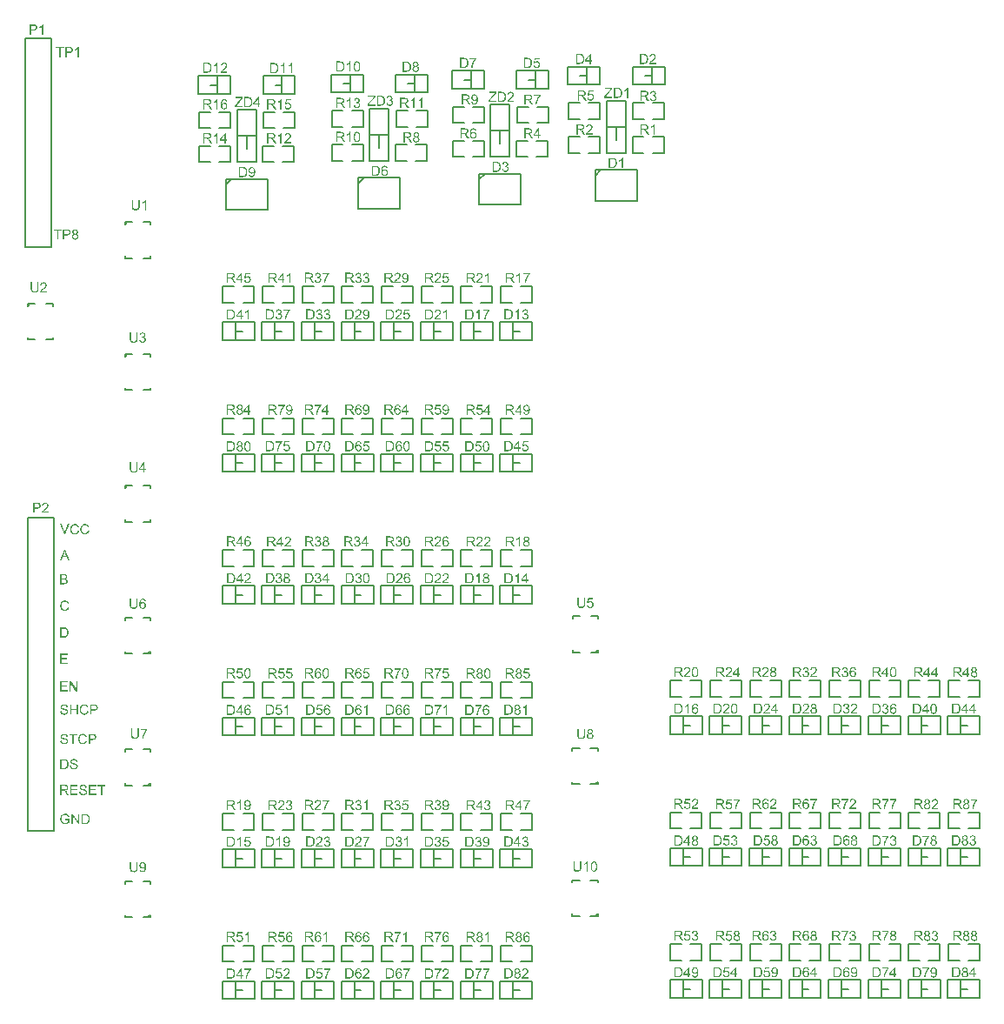
<source format=gto>
G04*
G04 #@! TF.GenerationSoftware,Altium Limited,Altium Designer,19.1.8 (144)*
G04*
G04 Layer_Color=65535*
%FSLAX25Y25*%
%MOIN*%
G70*
G01*
G75*
%ADD10C,0.00787*%
%ADD11C,0.00500*%
G36*
X26204Y-262532D02*
X26243D01*
X26348Y-262543D01*
X26465Y-262560D01*
X26587Y-262587D01*
X26720Y-262621D01*
X26842Y-262665D01*
X26848D01*
X26859Y-262670D01*
X26875Y-262682D01*
X26898Y-262693D01*
X26953Y-262720D01*
X27025Y-262770D01*
X27109Y-262826D01*
X27192Y-262898D01*
X27270Y-262981D01*
X27342Y-263076D01*
Y-263081D01*
X27347Y-263087D01*
X27358Y-263103D01*
X27369Y-263120D01*
X27397Y-263176D01*
X27430Y-263248D01*
X27469Y-263336D01*
X27497Y-263442D01*
X27525Y-263553D01*
X27536Y-263675D01*
X27048Y-263714D01*
Y-263708D01*
Y-263697D01*
X27042Y-263681D01*
X27036Y-263653D01*
X27020Y-263592D01*
X26998Y-263509D01*
X26964Y-263420D01*
X26914Y-263331D01*
X26853Y-263248D01*
X26776Y-263170D01*
X26765Y-263164D01*
X26737Y-263142D01*
X26681Y-263109D01*
X26609Y-263076D01*
X26515Y-263042D01*
X26404Y-263009D01*
X26265Y-262987D01*
X26110Y-262981D01*
X26032D01*
X25999Y-262987D01*
X25954Y-262992D01*
X25854Y-263003D01*
X25743Y-263026D01*
X25632Y-263053D01*
X25527Y-263098D01*
X25482Y-263126D01*
X25438Y-263153D01*
X25427Y-263159D01*
X25405Y-263181D01*
X25371Y-263220D01*
X25338Y-263264D01*
X25299Y-263325D01*
X25266Y-263392D01*
X25244Y-263470D01*
X25233Y-263559D01*
Y-263570D01*
Y-263592D01*
X25238Y-263631D01*
X25249Y-263675D01*
X25266Y-263731D01*
X25294Y-263786D01*
X25327Y-263842D01*
X25377Y-263897D01*
X25383Y-263903D01*
X25410Y-263919D01*
X25433Y-263936D01*
X25455Y-263947D01*
X25488Y-263964D01*
X25527Y-263986D01*
X25577Y-264002D01*
X25632Y-264025D01*
X25693Y-264047D01*
X25765Y-264075D01*
X25843Y-264097D01*
X25932Y-264125D01*
X26032Y-264147D01*
X26143Y-264175D01*
X26149D01*
X26171Y-264180D01*
X26204Y-264186D01*
X26243Y-264197D01*
X26293Y-264208D01*
X26354Y-264225D01*
X26415Y-264241D01*
X26482Y-264258D01*
X26626Y-264297D01*
X26765Y-264335D01*
X26831Y-264358D01*
X26892Y-264380D01*
X26948Y-264397D01*
X26992Y-264419D01*
X26998D01*
X27009Y-264424D01*
X27025Y-264435D01*
X27048Y-264446D01*
X27109Y-264480D01*
X27181Y-264524D01*
X27264Y-264585D01*
X27347Y-264652D01*
X27425Y-264730D01*
X27492Y-264813D01*
X27497Y-264824D01*
X27519Y-264852D01*
X27542Y-264902D01*
X27575Y-264968D01*
X27603Y-265046D01*
X27630Y-265140D01*
X27647Y-265246D01*
X27652Y-265357D01*
Y-265362D01*
Y-265368D01*
Y-265385D01*
Y-265407D01*
X27641Y-265468D01*
X27630Y-265545D01*
X27608Y-265634D01*
X27580Y-265728D01*
X27536Y-265828D01*
X27475Y-265934D01*
Y-265939D01*
X27469Y-265945D01*
X27442Y-265978D01*
X27403Y-266028D01*
X27347Y-266084D01*
X27275Y-266150D01*
X27186Y-266223D01*
X27086Y-266289D01*
X26970Y-266350D01*
X26964D01*
X26953Y-266356D01*
X26937Y-266361D01*
X26914Y-266372D01*
X26881Y-266383D01*
X26842Y-266400D01*
X26753Y-266422D01*
X26648Y-266450D01*
X26520Y-266478D01*
X26381Y-266494D01*
X26232Y-266500D01*
X26143D01*
X26098Y-266494D01*
X26049D01*
X25993Y-266489D01*
X25926Y-266483D01*
X25788Y-266461D01*
X25643Y-266439D01*
X25499Y-266400D01*
X25360Y-266350D01*
X25355D01*
X25344Y-266345D01*
X25327Y-266334D01*
X25305Y-266322D01*
X25238Y-266289D01*
X25161Y-266239D01*
X25072Y-266173D01*
X24977Y-266095D01*
X24889Y-266001D01*
X24805Y-265895D01*
Y-265890D01*
X24794Y-265878D01*
X24789Y-265862D01*
X24772Y-265840D01*
X24761Y-265812D01*
X24744Y-265778D01*
X24705Y-265695D01*
X24667Y-265590D01*
X24633Y-265473D01*
X24611Y-265340D01*
X24600Y-265201D01*
X25077Y-265157D01*
Y-265162D01*
Y-265168D01*
X25083Y-265185D01*
Y-265207D01*
X25094Y-265257D01*
X25111Y-265329D01*
X25133Y-265401D01*
X25155Y-265484D01*
X25194Y-265562D01*
X25233Y-265634D01*
X25238Y-265640D01*
X25255Y-265662D01*
X25283Y-265701D01*
X25327Y-265740D01*
X25383Y-265790D01*
X25444Y-265840D01*
X25527Y-265890D01*
X25616Y-265934D01*
X25621D01*
X25627Y-265939D01*
X25643Y-265945D01*
X25660Y-265951D01*
X25716Y-265967D01*
X25788Y-265989D01*
X25877Y-266012D01*
X25976Y-266028D01*
X26087Y-266039D01*
X26210Y-266045D01*
X26259D01*
X26315Y-266039D01*
X26381Y-266034D01*
X26459Y-266023D01*
X26548Y-266012D01*
X26637Y-265989D01*
X26720Y-265962D01*
X26731Y-265956D01*
X26759Y-265945D01*
X26798Y-265923D01*
X26848Y-265901D01*
X26898Y-265862D01*
X26953Y-265823D01*
X27009Y-265778D01*
X27053Y-265723D01*
X27059Y-265718D01*
X27070Y-265695D01*
X27086Y-265668D01*
X27109Y-265623D01*
X27131Y-265579D01*
X27147Y-265523D01*
X27159Y-265462D01*
X27164Y-265396D01*
Y-265390D01*
Y-265362D01*
X27159Y-265329D01*
X27153Y-265284D01*
X27136Y-265240D01*
X27120Y-265185D01*
X27092Y-265129D01*
X27053Y-265079D01*
X27048Y-265074D01*
X27031Y-265057D01*
X27009Y-265035D01*
X26970Y-265002D01*
X26926Y-264968D01*
X26864Y-264929D01*
X26792Y-264891D01*
X26709Y-264857D01*
X26703Y-264852D01*
X26676Y-264846D01*
X26631Y-264829D01*
X26604Y-264824D01*
X26565Y-264813D01*
X26526Y-264796D01*
X26476Y-264785D01*
X26420Y-264768D01*
X26354Y-264752D01*
X26287Y-264735D01*
X26210Y-264713D01*
X26121Y-264691D01*
X26026Y-264668D01*
X26021D01*
X26004Y-264663D01*
X25976Y-264657D01*
X25943Y-264646D01*
X25899Y-264635D01*
X25849Y-264624D01*
X25738Y-264591D01*
X25616Y-264552D01*
X25488Y-264513D01*
X25377Y-264474D01*
X25327Y-264452D01*
X25283Y-264430D01*
X25277D01*
X25271Y-264424D01*
X25238Y-264402D01*
X25188Y-264374D01*
X25133Y-264330D01*
X25066Y-264280D01*
X25000Y-264219D01*
X24933Y-264147D01*
X24878Y-264069D01*
X24872Y-264058D01*
X24855Y-264030D01*
X24833Y-263986D01*
X24811Y-263930D01*
X24789Y-263858D01*
X24767Y-263775D01*
X24750Y-263686D01*
X24744Y-263592D01*
Y-263586D01*
Y-263581D01*
Y-263564D01*
Y-263542D01*
X24755Y-263486D01*
X24767Y-263414D01*
X24783Y-263331D01*
X24811Y-263237D01*
X24850Y-263142D01*
X24905Y-263048D01*
Y-263042D01*
X24911Y-263037D01*
X24939Y-263003D01*
X24977Y-262959D01*
X25027Y-262904D01*
X25094Y-262842D01*
X25177Y-262776D01*
X25277Y-262715D01*
X25388Y-262659D01*
X25394D01*
X25405Y-262654D01*
X25421Y-262648D01*
X25444Y-262637D01*
X25471Y-262626D01*
X25510Y-262615D01*
X25594Y-262593D01*
X25699Y-262571D01*
X25821Y-262548D01*
X25949Y-262532D01*
X26093Y-262526D01*
X26165D01*
X26204Y-262532D01*
D02*
G37*
G36*
X33979D02*
X34029Y-262537D01*
X34091Y-262543D01*
X34152Y-262548D01*
X34224Y-262565D01*
X34374Y-262598D01*
X34540Y-262648D01*
X34623Y-262682D01*
X34701Y-262720D01*
X34779Y-262770D01*
X34856Y-262820D01*
X34862Y-262826D01*
X34873Y-262831D01*
X34895Y-262848D01*
X34923Y-262876D01*
X34951Y-262904D01*
X34990Y-262943D01*
X35028Y-262987D01*
X35073Y-263031D01*
X35117Y-263087D01*
X35162Y-263153D01*
X35212Y-263220D01*
X35256Y-263292D01*
X35295Y-263375D01*
X35339Y-263459D01*
X35373Y-263547D01*
X35406Y-263647D01*
X34906Y-263764D01*
Y-263758D01*
X34901Y-263747D01*
X34890Y-263725D01*
X34879Y-263697D01*
X34868Y-263664D01*
X34851Y-263619D01*
X34806Y-263531D01*
X34751Y-263431D01*
X34684Y-263331D01*
X34601Y-263237D01*
X34512Y-263153D01*
X34501Y-263142D01*
X34468Y-263120D01*
X34412Y-263092D01*
X34340Y-263053D01*
X34246Y-263020D01*
X34140Y-262987D01*
X34013Y-262965D01*
X33874Y-262959D01*
X33830D01*
X33802Y-262965D01*
X33763D01*
X33719Y-262970D01*
X33613Y-262987D01*
X33497Y-263009D01*
X33375Y-263048D01*
X33247Y-263103D01*
X33130Y-263176D01*
X33125D01*
X33119Y-263187D01*
X33080Y-263214D01*
X33031Y-263259D01*
X32969Y-263325D01*
X32897Y-263409D01*
X32831Y-263503D01*
X32770Y-263619D01*
X32714Y-263747D01*
Y-263753D01*
X32709Y-263764D01*
X32703Y-263780D01*
X32697Y-263808D01*
X32686Y-263842D01*
X32675Y-263880D01*
X32659Y-263975D01*
X32636Y-264086D01*
X32614Y-264208D01*
X32603Y-264341D01*
X32598Y-264485D01*
Y-264491D01*
Y-264508D01*
Y-264535D01*
Y-264569D01*
X32603Y-264608D01*
Y-264657D01*
X32609Y-264713D01*
X32614Y-264774D01*
X32631Y-264907D01*
X32659Y-265052D01*
X32692Y-265196D01*
X32736Y-265340D01*
Y-265346D01*
X32742Y-265357D01*
X32753Y-265373D01*
X32764Y-265401D01*
X32797Y-265468D01*
X32847Y-265545D01*
X32908Y-265634D01*
X32986Y-265728D01*
X33075Y-265812D01*
X33180Y-265890D01*
X33186D01*
X33197Y-265895D01*
X33214Y-265906D01*
X33236Y-265917D01*
X33263Y-265928D01*
X33297Y-265945D01*
X33375Y-265978D01*
X33474Y-266012D01*
X33585Y-266039D01*
X33707Y-266061D01*
X33835Y-266067D01*
X33874D01*
X33907Y-266061D01*
X33946D01*
X33985Y-266056D01*
X34085Y-266034D01*
X34201Y-266006D01*
X34318Y-265962D01*
X34440Y-265901D01*
X34501Y-265867D01*
X34557Y-265823D01*
X34562Y-265817D01*
X34568Y-265812D01*
X34584Y-265795D01*
X34607Y-265778D01*
X34629Y-265751D01*
X34657Y-265718D01*
X34690Y-265684D01*
X34718Y-265640D01*
X34751Y-265590D01*
X34790Y-265534D01*
X34823Y-265479D01*
X34856Y-265412D01*
X34884Y-265340D01*
X34912Y-265262D01*
X34940Y-265179D01*
X34962Y-265090D01*
X35472Y-265218D01*
Y-265224D01*
X35467Y-265246D01*
X35456Y-265279D01*
X35439Y-265323D01*
X35423Y-265373D01*
X35400Y-265434D01*
X35373Y-265501D01*
X35339Y-265573D01*
X35261Y-265728D01*
X35162Y-265884D01*
X35101Y-265962D01*
X35040Y-266039D01*
X34973Y-266106D01*
X34895Y-266173D01*
X34890Y-266178D01*
X34879Y-266189D01*
X34851Y-266200D01*
X34823Y-266223D01*
X34779Y-266250D01*
X34734Y-266278D01*
X34673Y-266306D01*
X34612Y-266334D01*
X34540Y-266367D01*
X34462Y-266394D01*
X34379Y-266422D01*
X34290Y-266450D01*
X34196Y-266472D01*
X34096Y-266483D01*
X33991Y-266494D01*
X33880Y-266500D01*
X33819D01*
X33774Y-266494D01*
X33724D01*
X33663Y-266489D01*
X33597Y-266478D01*
X33519Y-266467D01*
X33358Y-266439D01*
X33191Y-266394D01*
X33025Y-266334D01*
X32947Y-266295D01*
X32869Y-266250D01*
X32864Y-266245D01*
X32853Y-266239D01*
X32831Y-266223D01*
X32808Y-266200D01*
X32775Y-266178D01*
X32736Y-266145D01*
X32692Y-266106D01*
X32647Y-266061D01*
X32603Y-266012D01*
X32553Y-265962D01*
X32453Y-265834D01*
X32359Y-265684D01*
X32276Y-265518D01*
Y-265512D01*
X32265Y-265495D01*
X32259Y-265468D01*
X32242Y-265434D01*
X32231Y-265390D01*
X32215Y-265335D01*
X32192Y-265273D01*
X32176Y-265207D01*
X32159Y-265135D01*
X32137Y-265052D01*
X32109Y-264879D01*
X32087Y-264685D01*
X32076Y-264485D01*
Y-264480D01*
Y-264458D01*
Y-264424D01*
X32081Y-264385D01*
Y-264330D01*
X32087Y-264274D01*
X32092Y-264202D01*
X32104Y-264130D01*
X32131Y-263969D01*
X32170Y-263792D01*
X32226Y-263614D01*
X32303Y-263442D01*
X32309Y-263436D01*
X32315Y-263420D01*
X32326Y-263398D01*
X32348Y-263370D01*
X32370Y-263331D01*
X32398Y-263286D01*
X32470Y-263187D01*
X32564Y-263076D01*
X32675Y-262965D01*
X32803Y-262854D01*
X32953Y-262759D01*
X32958Y-262754D01*
X32975Y-262748D01*
X32997Y-262737D01*
X33025Y-262720D01*
X33069Y-262704D01*
X33114Y-262687D01*
X33169Y-262665D01*
X33230Y-262643D01*
X33297Y-262621D01*
X33369Y-262598D01*
X33524Y-262565D01*
X33702Y-262537D01*
X33885Y-262526D01*
X33941D01*
X33979Y-262532D01*
D02*
G37*
G36*
X31376Y-266433D02*
X30866D01*
Y-264624D01*
X28879D01*
Y-266433D01*
X28368D01*
Y-262593D01*
X28879D01*
Y-264169D01*
X30866D01*
Y-262593D01*
X31376D01*
Y-266433D01*
D02*
G37*
G36*
X37759Y-262598D02*
X37853Y-262604D01*
X37953Y-262610D01*
X38048Y-262621D01*
X38131Y-262632D01*
X38142D01*
X38181Y-262643D01*
X38231Y-262654D01*
X38297Y-262670D01*
X38370Y-262698D01*
X38447Y-262732D01*
X38530Y-262770D01*
X38603Y-262815D01*
X38614Y-262820D01*
X38636Y-262837D01*
X38669Y-262870D01*
X38714Y-262909D01*
X38764Y-262959D01*
X38813Y-263026D01*
X38869Y-263098D01*
X38914Y-263181D01*
X38919Y-263192D01*
X38930Y-263220D01*
X38952Y-263270D01*
X38974Y-263336D01*
X38991Y-263414D01*
X39013Y-263503D01*
X39024Y-263603D01*
X39030Y-263708D01*
Y-263714D01*
Y-263731D01*
Y-263753D01*
X39024Y-263792D01*
X39019Y-263830D01*
X39013Y-263880D01*
X39002Y-263936D01*
X38991Y-263997D01*
X38952Y-264125D01*
X38930Y-264191D01*
X38897Y-264263D01*
X38858Y-264335D01*
X38819Y-264402D01*
X38769Y-264469D01*
X38714Y-264535D01*
X38708Y-264541D01*
X38697Y-264552D01*
X38680Y-264569D01*
X38653Y-264585D01*
X38619Y-264613D01*
X38575Y-264641D01*
X38519Y-264674D01*
X38458Y-264702D01*
X38386Y-264735D01*
X38303Y-264768D01*
X38214Y-264796D01*
X38109Y-264818D01*
X37998Y-264841D01*
X37876Y-264857D01*
X37737Y-264868D01*
X37593Y-264874D01*
X36610D01*
Y-266433D01*
X36100D01*
Y-262593D01*
X37676D01*
X37759Y-262598D01*
D02*
G37*
G36*
X27328Y-80598D02*
X27422Y-80604D01*
X27522Y-80610D01*
X27617Y-80621D01*
X27700Y-80632D01*
X27711D01*
X27750Y-80643D01*
X27800Y-80654D01*
X27866Y-80670D01*
X27939Y-80698D01*
X28016Y-80732D01*
X28100Y-80770D01*
X28172Y-80815D01*
X28183Y-80820D01*
X28205Y-80837D01*
X28238Y-80870D01*
X28283Y-80909D01*
X28333Y-80959D01*
X28383Y-81026D01*
X28438Y-81098D01*
X28482Y-81181D01*
X28488Y-81192D01*
X28499Y-81220D01*
X28521Y-81270D01*
X28543Y-81336D01*
X28560Y-81414D01*
X28582Y-81503D01*
X28594Y-81603D01*
X28599Y-81708D01*
Y-81714D01*
Y-81731D01*
Y-81753D01*
X28594Y-81792D01*
X28588Y-81830D01*
X28582Y-81880D01*
X28571Y-81936D01*
X28560Y-81997D01*
X28521Y-82125D01*
X28499Y-82191D01*
X28466Y-82263D01*
X28427Y-82336D01*
X28388Y-82402D01*
X28338Y-82469D01*
X28283Y-82535D01*
X28277Y-82541D01*
X28266Y-82552D01*
X28249Y-82569D01*
X28222Y-82585D01*
X28188Y-82613D01*
X28144Y-82641D01*
X28089Y-82674D01*
X28027Y-82702D01*
X27955Y-82735D01*
X27872Y-82768D01*
X27783Y-82796D01*
X27678Y-82818D01*
X27567Y-82841D01*
X27445Y-82857D01*
X27306Y-82868D01*
X27162Y-82874D01*
X26179D01*
Y-84433D01*
X25669D01*
Y-80593D01*
X27245D01*
X27328Y-80598D01*
D02*
G37*
G36*
X25141Y-81048D02*
X23876D01*
Y-84433D01*
X23365D01*
Y-81048D01*
X22100D01*
Y-80593D01*
X25141D01*
Y-81048D01*
D02*
G37*
G36*
X30386Y-80582D02*
X30430Y-80587D01*
X30481Y-80593D01*
X30536Y-80598D01*
X30591Y-80615D01*
X30725Y-80648D01*
X30858Y-80698D01*
X30924Y-80732D01*
X30991Y-80770D01*
X31052Y-80820D01*
X31113Y-80870D01*
X31119Y-80876D01*
X31124Y-80881D01*
X31141Y-80898D01*
X31163Y-80920D01*
X31185Y-80954D01*
X31213Y-80987D01*
X31269Y-81070D01*
X31324Y-81176D01*
X31374Y-81298D01*
X31413Y-81436D01*
X31418Y-81509D01*
X31424Y-81586D01*
Y-81592D01*
Y-81597D01*
Y-81631D01*
X31418Y-81681D01*
X31407Y-81742D01*
X31391Y-81819D01*
X31363Y-81897D01*
X31330Y-81975D01*
X31280Y-82052D01*
X31274Y-82064D01*
X31252Y-82086D01*
X31219Y-82119D01*
X31174Y-82164D01*
X31113Y-82213D01*
X31041Y-82263D01*
X30958Y-82313D01*
X30858Y-82358D01*
X30863D01*
X30874Y-82363D01*
X30891Y-82369D01*
X30913Y-82380D01*
X30980Y-82408D01*
X31058Y-82446D01*
X31141Y-82502D01*
X31230Y-82563D01*
X31313Y-82641D01*
X31391Y-82730D01*
Y-82735D01*
X31396Y-82741D01*
X31418Y-82774D01*
X31452Y-82829D01*
X31485Y-82902D01*
X31518Y-82990D01*
X31552Y-83096D01*
X31574Y-83212D01*
X31579Y-83340D01*
Y-83346D01*
Y-83362D01*
Y-83390D01*
X31574Y-83423D01*
X31568Y-83462D01*
X31563Y-83512D01*
X31552Y-83568D01*
X31535Y-83629D01*
X31496Y-83756D01*
X31468Y-83828D01*
X31430Y-83895D01*
X31391Y-83967D01*
X31346Y-84034D01*
X31291Y-84100D01*
X31230Y-84167D01*
X31224Y-84173D01*
X31213Y-84184D01*
X31196Y-84200D01*
X31169Y-84217D01*
X31130Y-84245D01*
X31091Y-84272D01*
X31041Y-84300D01*
X30986Y-84333D01*
X30924Y-84367D01*
X30852Y-84395D01*
X30775Y-84422D01*
X30697Y-84450D01*
X30608Y-84467D01*
X30514Y-84483D01*
X30419Y-84494D01*
X30314Y-84500D01*
X30259D01*
X30220Y-84494D01*
X30170Y-84489D01*
X30114Y-84483D01*
X30053Y-84472D01*
X29987Y-84456D01*
X29837Y-84417D01*
X29759Y-84389D01*
X29687Y-84361D01*
X29609Y-84322D01*
X29531Y-84278D01*
X29459Y-84228D01*
X29393Y-84167D01*
X29387Y-84162D01*
X29376Y-84150D01*
X29359Y-84134D01*
X29337Y-84106D01*
X29315Y-84073D01*
X29282Y-84034D01*
X29254Y-83989D01*
X29221Y-83934D01*
X29187Y-83878D01*
X29160Y-83812D01*
X29104Y-83673D01*
X29082Y-83590D01*
X29065Y-83507D01*
X29054Y-83418D01*
X29049Y-83329D01*
Y-83323D01*
Y-83312D01*
Y-83290D01*
X29054Y-83268D01*
Y-83235D01*
X29060Y-83196D01*
X29071Y-83107D01*
X29093Y-83007D01*
X29126Y-82907D01*
X29176Y-82802D01*
X29237Y-82702D01*
Y-82696D01*
X29248Y-82691D01*
X29271Y-82663D01*
X29315Y-82619D01*
X29376Y-82563D01*
X29454Y-82508D01*
X29548Y-82446D01*
X29654Y-82397D01*
X29781Y-82358D01*
X29776D01*
X29770Y-82352D01*
X29753Y-82347D01*
X29731Y-82336D01*
X29681Y-82313D01*
X29615Y-82280D01*
X29542Y-82236D01*
X29470Y-82180D01*
X29404Y-82119D01*
X29343Y-82052D01*
X29337Y-82041D01*
X29320Y-82019D01*
X29298Y-81975D01*
X29276Y-81919D01*
X29248Y-81847D01*
X29226Y-81764D01*
X29210Y-81669D01*
X29204Y-81570D01*
Y-81564D01*
Y-81553D01*
Y-81531D01*
X29210Y-81498D01*
X29215Y-81464D01*
X29221Y-81420D01*
X29243Y-81325D01*
X29276Y-81214D01*
X29332Y-81098D01*
X29365Y-81037D01*
X29404Y-80976D01*
X29454Y-80920D01*
X29504Y-80865D01*
X29509Y-80859D01*
X29520Y-80854D01*
X29537Y-80837D01*
X29559Y-80820D01*
X29587Y-80798D01*
X29626Y-80776D01*
X29670Y-80748D01*
X29715Y-80721D01*
X29770Y-80693D01*
X29831Y-80665D01*
X29898Y-80643D01*
X29970Y-80621D01*
X30125Y-80587D01*
X30214Y-80582D01*
X30303Y-80576D01*
X30353D01*
X30386Y-80582D01*
D02*
G37*
G36*
X26626Y-304432D02*
X26670D01*
X26776Y-304443D01*
X26892Y-304460D01*
X27014Y-304487D01*
X27147Y-304521D01*
X27275Y-304565D01*
X27281D01*
X27292Y-304571D01*
X27308Y-304576D01*
X27331Y-304587D01*
X27392Y-304620D01*
X27469Y-304659D01*
X27553Y-304715D01*
X27641Y-304781D01*
X27725Y-304854D01*
X27802Y-304942D01*
X27814Y-304954D01*
X27836Y-304987D01*
X27869Y-305037D01*
X27913Y-305109D01*
X27958Y-305198D01*
X28008Y-305309D01*
X28058Y-305431D01*
X28097Y-305570D01*
X27636Y-305692D01*
Y-305686D01*
X27630Y-305680D01*
X27625Y-305664D01*
X27619Y-305642D01*
X27603Y-305592D01*
X27580Y-305525D01*
X27547Y-305447D01*
X27508Y-305375D01*
X27469Y-305298D01*
X27419Y-305231D01*
X27414Y-305225D01*
X27397Y-305203D01*
X27364Y-305175D01*
X27325Y-305137D01*
X27275Y-305092D01*
X27209Y-305048D01*
X27136Y-305003D01*
X27053Y-304965D01*
X27042Y-304959D01*
X27014Y-304948D01*
X26964Y-304931D01*
X26898Y-304909D01*
X26820Y-304892D01*
X26731Y-304876D01*
X26631Y-304865D01*
X26526Y-304859D01*
X26465D01*
X26437Y-304865D01*
X26404D01*
X26320Y-304870D01*
X26226Y-304887D01*
X26121Y-304904D01*
X26021Y-304931D01*
X25921Y-304970D01*
X25910Y-304976D01*
X25877Y-304987D01*
X25832Y-305014D01*
X25777Y-305042D01*
X25710Y-305087D01*
X25638Y-305131D01*
X25571Y-305187D01*
X25510Y-305248D01*
X25505Y-305253D01*
X25482Y-305275D01*
X25455Y-305314D01*
X25421Y-305359D01*
X25383Y-305414D01*
X25344Y-305481D01*
X25305Y-305553D01*
X25266Y-305630D01*
Y-305636D01*
X25260Y-305647D01*
X25255Y-305664D01*
X25244Y-305692D01*
X25233Y-305725D01*
X25222Y-305764D01*
X25205Y-305808D01*
X25194Y-305858D01*
X25166Y-305975D01*
X25144Y-306108D01*
X25127Y-306247D01*
X25122Y-306402D01*
Y-306407D01*
Y-306424D01*
Y-306452D01*
X25127Y-306485D01*
Y-306530D01*
X25133Y-306585D01*
X25138Y-306641D01*
X25144Y-306702D01*
X25166Y-306840D01*
X25194Y-306985D01*
X25238Y-307129D01*
X25294Y-307268D01*
Y-307273D01*
X25305Y-307284D01*
X25310Y-307301D01*
X25327Y-307323D01*
X25366Y-307384D01*
X25427Y-307462D01*
X25499Y-307545D01*
X25588Y-307628D01*
X25693Y-307706D01*
X25810Y-307778D01*
X25815D01*
X25826Y-307784D01*
X25843Y-307795D01*
X25871Y-307806D01*
X25899Y-307817D01*
X25938Y-307828D01*
X26026Y-307862D01*
X26137Y-307889D01*
X26259Y-307917D01*
X26393Y-307939D01*
X26531Y-307945D01*
X26587D01*
X26620Y-307939D01*
X26654D01*
X26737Y-307928D01*
X26837Y-307917D01*
X26942Y-307895D01*
X27059Y-307862D01*
X27175Y-307823D01*
X27181D01*
X27192Y-307817D01*
X27203Y-307812D01*
X27225Y-307801D01*
X27286Y-307773D01*
X27353Y-307740D01*
X27430Y-307701D01*
X27514Y-307656D01*
X27591Y-307606D01*
X27658Y-307551D01*
Y-306829D01*
X26526D01*
Y-306374D01*
X28157D01*
Y-307801D01*
X28152Y-307806D01*
X28141Y-307812D01*
X28119Y-307828D01*
X28091Y-307851D01*
X28058Y-307873D01*
X28019Y-307901D01*
X27969Y-307934D01*
X27919Y-307967D01*
X27802Y-308039D01*
X27669Y-308117D01*
X27530Y-308189D01*
X27380Y-308250D01*
X27375D01*
X27364Y-308256D01*
X27342Y-308261D01*
X27314Y-308272D01*
X27275Y-308283D01*
X27231Y-308300D01*
X27181Y-308311D01*
X27131Y-308322D01*
X27009Y-308350D01*
X26870Y-308378D01*
X26720Y-308395D01*
X26565Y-308400D01*
X26509D01*
X26470Y-308395D01*
X26420D01*
X26359Y-308389D01*
X26293Y-308378D01*
X26221Y-308372D01*
X26060Y-308339D01*
X25888Y-308300D01*
X25710Y-308239D01*
X25621Y-308206D01*
X25532Y-308161D01*
X25527Y-308156D01*
X25510Y-308150D01*
X25488Y-308134D01*
X25455Y-308117D01*
X25416Y-308089D01*
X25377Y-308062D01*
X25271Y-307984D01*
X25161Y-307884D01*
X25044Y-307762D01*
X24933Y-307623D01*
X24833Y-307462D01*
Y-307456D01*
X24822Y-307440D01*
X24811Y-307418D01*
X24794Y-307379D01*
X24778Y-307340D01*
X24761Y-307284D01*
X24739Y-307229D01*
X24717Y-307162D01*
X24694Y-307090D01*
X24672Y-307007D01*
X24656Y-306924D01*
X24639Y-306835D01*
X24611Y-306641D01*
X24600Y-306435D01*
Y-306430D01*
Y-306407D01*
Y-306380D01*
X24606Y-306341D01*
Y-306291D01*
X24611Y-306230D01*
X24622Y-306169D01*
X24628Y-306097D01*
X24644Y-306019D01*
X24656Y-305936D01*
X24700Y-305758D01*
X24755Y-305575D01*
X24833Y-305392D01*
X24839Y-305386D01*
X24844Y-305370D01*
X24855Y-305347D01*
X24878Y-305314D01*
X24900Y-305270D01*
X24927Y-305225D01*
X25005Y-305120D01*
X25100Y-304998D01*
X25216Y-304881D01*
X25349Y-304765D01*
X25427Y-304715D01*
X25505Y-304665D01*
X25510Y-304659D01*
X25527Y-304654D01*
X25549Y-304643D01*
X25582Y-304626D01*
X25627Y-304609D01*
X25677Y-304587D01*
X25732Y-304565D01*
X25799Y-304543D01*
X25871Y-304521D01*
X25949Y-304504D01*
X26032Y-304482D01*
X26121Y-304465D01*
X26315Y-304437D01*
X26415Y-304426D01*
X26592D01*
X26626Y-304432D01*
D02*
G37*
G36*
X31926Y-308333D02*
X31399D01*
X29390Y-305320D01*
Y-308333D01*
X28901D01*
Y-304493D01*
X29423D01*
X31438Y-307512D01*
Y-304493D01*
X31926D01*
Y-308333D01*
D02*
G37*
G36*
X34357Y-304498D02*
X34468Y-304504D01*
X34579Y-304515D01*
X34690Y-304532D01*
X34784Y-304548D01*
X34790D01*
X34801Y-304554D01*
X34817D01*
X34840Y-304565D01*
X34901Y-304582D01*
X34979Y-304609D01*
X35067Y-304648D01*
X35162Y-304698D01*
X35256Y-304754D01*
X35345Y-304826D01*
X35350Y-304831D01*
X35356Y-304837D01*
X35373Y-304854D01*
X35395Y-304870D01*
X35450Y-304926D01*
X35517Y-305003D01*
X35589Y-305098D01*
X35667Y-305209D01*
X35739Y-305336D01*
X35800Y-305481D01*
Y-305486D01*
X35805Y-305497D01*
X35817Y-305520D01*
X35822Y-305553D01*
X35839Y-305592D01*
X35850Y-305636D01*
X35861Y-305686D01*
X35878Y-305747D01*
X35894Y-305808D01*
X35905Y-305880D01*
X35933Y-306036D01*
X35950Y-306208D01*
X35955Y-306397D01*
Y-306402D01*
Y-306413D01*
Y-306441D01*
Y-306469D01*
X35950Y-306507D01*
Y-306552D01*
X35944Y-306657D01*
X35928Y-306779D01*
X35911Y-306907D01*
X35883Y-307040D01*
X35850Y-307173D01*
Y-307179D01*
X35844Y-307190D01*
X35839Y-307207D01*
X35833Y-307229D01*
X35811Y-307290D01*
X35778Y-307368D01*
X35744Y-307456D01*
X35700Y-307545D01*
X35645Y-307640D01*
X35589Y-307729D01*
X35583Y-307740D01*
X35561Y-307767D01*
X35528Y-307806D01*
X35484Y-307856D01*
X35434Y-307912D01*
X35373Y-307967D01*
X35311Y-308028D01*
X35239Y-308078D01*
X35228Y-308084D01*
X35206Y-308100D01*
X35167Y-308122D01*
X35112Y-308150D01*
X35045Y-308184D01*
X34967Y-308211D01*
X34879Y-308245D01*
X34779Y-308272D01*
X34768D01*
X34751Y-308278D01*
X34734Y-308283D01*
X34679Y-308289D01*
X34601Y-308300D01*
X34512Y-308311D01*
X34407Y-308322D01*
X34290Y-308328D01*
X34163Y-308333D01*
X32781D01*
Y-304493D01*
X34257D01*
X34357Y-304498D01*
D02*
G37*
G36*
X34207Y-193409D02*
X34257Y-193415D01*
X34318Y-193421D01*
X34379Y-193426D01*
X34451Y-193443D01*
X34601Y-193476D01*
X34768Y-193526D01*
X34851Y-193559D01*
X34929Y-193598D01*
X35006Y-193648D01*
X35084Y-193698D01*
X35089Y-193704D01*
X35101Y-193709D01*
X35123Y-193726D01*
X35151Y-193754D01*
X35178Y-193781D01*
X35217Y-193820D01*
X35256Y-193865D01*
X35300Y-193909D01*
X35345Y-193964D01*
X35389Y-194031D01*
X35439Y-194098D01*
X35484Y-194170D01*
X35522Y-194253D01*
X35567Y-194336D01*
X35600Y-194425D01*
X35633Y-194525D01*
X35134Y-194641D01*
Y-194636D01*
X35128Y-194625D01*
X35117Y-194603D01*
X35106Y-194575D01*
X35095Y-194542D01*
X35078Y-194497D01*
X35034Y-194408D01*
X34979Y-194308D01*
X34912Y-194209D01*
X34829Y-194114D01*
X34740Y-194031D01*
X34729Y-194020D01*
X34695Y-193998D01*
X34640Y-193970D01*
X34568Y-193931D01*
X34473Y-193898D01*
X34368Y-193865D01*
X34240Y-193842D01*
X34102Y-193837D01*
X34057D01*
X34029Y-193842D01*
X33991D01*
X33946Y-193848D01*
X33841Y-193865D01*
X33724Y-193887D01*
X33602Y-193926D01*
X33474Y-193981D01*
X33358Y-194053D01*
X33352D01*
X33347Y-194064D01*
X33308Y-194092D01*
X33258Y-194137D01*
X33197Y-194203D01*
X33125Y-194286D01*
X33058Y-194381D01*
X32997Y-194497D01*
X32942Y-194625D01*
Y-194630D01*
X32936Y-194641D01*
X32930Y-194658D01*
X32925Y-194686D01*
X32914Y-194719D01*
X32903Y-194758D01*
X32886Y-194852D01*
X32864Y-194963D01*
X32842Y-195086D01*
X32831Y-195219D01*
X32825Y-195363D01*
Y-195369D01*
Y-195385D01*
Y-195413D01*
Y-195446D01*
X32831Y-195485D01*
Y-195535D01*
X32836Y-195591D01*
X32842Y-195652D01*
X32858Y-195785D01*
X32886Y-195929D01*
X32919Y-196073D01*
X32964Y-196218D01*
Y-196223D01*
X32969Y-196234D01*
X32980Y-196251D01*
X32992Y-196279D01*
X33025Y-196345D01*
X33075Y-196423D01*
X33136Y-196512D01*
X33214Y-196606D01*
X33302Y-196689D01*
X33408Y-196767D01*
X33413D01*
X33424Y-196773D01*
X33441Y-196784D01*
X33463Y-196795D01*
X33491Y-196806D01*
X33524Y-196823D01*
X33602Y-196856D01*
X33702Y-196889D01*
X33813Y-196917D01*
X33935Y-196939D01*
X34063Y-196945D01*
X34102D01*
X34135Y-196939D01*
X34174D01*
X34213Y-196934D01*
X34312Y-196912D01*
X34429Y-196884D01*
X34546Y-196839D01*
X34668Y-196778D01*
X34729Y-196745D01*
X34784Y-196701D01*
X34790Y-196695D01*
X34795Y-196689D01*
X34812Y-196673D01*
X34834Y-196656D01*
X34856Y-196628D01*
X34884Y-196595D01*
X34918Y-196562D01*
X34945Y-196517D01*
X34979Y-196467D01*
X35017Y-196412D01*
X35051Y-196356D01*
X35084Y-196290D01*
X35112Y-196218D01*
X35139Y-196140D01*
X35167Y-196057D01*
X35189Y-195968D01*
X35700Y-196096D01*
Y-196101D01*
X35695Y-196123D01*
X35683Y-196157D01*
X35667Y-196201D01*
X35650Y-196251D01*
X35628Y-196312D01*
X35600Y-196379D01*
X35567Y-196451D01*
X35489Y-196606D01*
X35389Y-196762D01*
X35328Y-196839D01*
X35267Y-196917D01*
X35201Y-196984D01*
X35123Y-197050D01*
X35117Y-197056D01*
X35106Y-197067D01*
X35078Y-197078D01*
X35051Y-197100D01*
X35006Y-197128D01*
X34962Y-197156D01*
X34901Y-197183D01*
X34840Y-197211D01*
X34768Y-197245D01*
X34690Y-197272D01*
X34607Y-197300D01*
X34518Y-197328D01*
X34424Y-197350D01*
X34324Y-197361D01*
X34218Y-197372D01*
X34107Y-197378D01*
X34046D01*
X34002Y-197372D01*
X33952D01*
X33891Y-197367D01*
X33824Y-197355D01*
X33746Y-197344D01*
X33585Y-197317D01*
X33419Y-197272D01*
X33252Y-197211D01*
X33175Y-197172D01*
X33097Y-197128D01*
X33092Y-197122D01*
X33080Y-197117D01*
X33058Y-197100D01*
X33036Y-197078D01*
X33003Y-197056D01*
X32964Y-197022D01*
X32919Y-196984D01*
X32875Y-196939D01*
X32831Y-196889D01*
X32781Y-196839D01*
X32681Y-196712D01*
X32587Y-196562D01*
X32503Y-196395D01*
Y-196390D01*
X32492Y-196373D01*
X32487Y-196345D01*
X32470Y-196312D01*
X32459Y-196268D01*
X32442Y-196212D01*
X32420Y-196151D01*
X32403Y-196084D01*
X32387Y-196012D01*
X32364Y-195929D01*
X32337Y-195757D01*
X32315Y-195563D01*
X32303Y-195363D01*
Y-195358D01*
Y-195335D01*
Y-195302D01*
X32309Y-195263D01*
Y-195208D01*
X32315Y-195152D01*
X32320Y-195080D01*
X32331Y-195008D01*
X32359Y-194847D01*
X32398Y-194669D01*
X32453Y-194492D01*
X32531Y-194320D01*
X32537Y-194314D01*
X32542Y-194297D01*
X32553Y-194275D01*
X32575Y-194247D01*
X32598Y-194209D01*
X32625Y-194164D01*
X32697Y-194064D01*
X32792Y-193953D01*
X32903Y-193842D01*
X33031Y-193731D01*
X33180Y-193637D01*
X33186Y-193631D01*
X33202Y-193626D01*
X33225Y-193615D01*
X33252Y-193598D01*
X33297Y-193581D01*
X33341Y-193565D01*
X33397Y-193543D01*
X33458Y-193520D01*
X33524Y-193498D01*
X33597Y-193476D01*
X33752Y-193443D01*
X33930Y-193415D01*
X34113Y-193404D01*
X34168D01*
X34207Y-193409D01*
D02*
G37*
G36*
X30333D02*
X30383Y-193415D01*
X30444Y-193421D01*
X30505Y-193426D01*
X30577Y-193443D01*
X30727Y-193476D01*
X30894Y-193526D01*
X30977Y-193559D01*
X31055Y-193598D01*
X31132Y-193648D01*
X31210Y-193698D01*
X31216Y-193704D01*
X31227Y-193709D01*
X31249Y-193726D01*
X31277Y-193754D01*
X31304Y-193781D01*
X31343Y-193820D01*
X31382Y-193865D01*
X31427Y-193909D01*
X31471Y-193964D01*
X31515Y-194031D01*
X31565Y-194098D01*
X31610Y-194170D01*
X31648Y-194253D01*
X31693Y-194336D01*
X31726Y-194425D01*
X31760Y-194525D01*
X31260Y-194641D01*
Y-194636D01*
X31255Y-194625D01*
X31243Y-194603D01*
X31232Y-194575D01*
X31221Y-194542D01*
X31205Y-194497D01*
X31160Y-194408D01*
X31105Y-194308D01*
X31038Y-194209D01*
X30955Y-194114D01*
X30866Y-194031D01*
X30855Y-194020D01*
X30822Y-193998D01*
X30766Y-193970D01*
X30694Y-193931D01*
X30599Y-193898D01*
X30494Y-193865D01*
X30366Y-193842D01*
X30228Y-193837D01*
X30183D01*
X30156Y-193842D01*
X30117D01*
X30072Y-193848D01*
X29967Y-193865D01*
X29850Y-193887D01*
X29728Y-193926D01*
X29601Y-193981D01*
X29484Y-194053D01*
X29478D01*
X29473Y-194064D01*
X29434Y-194092D01*
X29384Y-194137D01*
X29323Y-194203D01*
X29251Y-194286D01*
X29184Y-194381D01*
X29123Y-194497D01*
X29068Y-194625D01*
Y-194630D01*
X29062Y-194641D01*
X29057Y-194658D01*
X29051Y-194686D01*
X29040Y-194719D01*
X29029Y-194758D01*
X29012Y-194852D01*
X28990Y-194963D01*
X28968Y-195086D01*
X28957Y-195219D01*
X28951Y-195363D01*
Y-195369D01*
Y-195385D01*
Y-195413D01*
Y-195446D01*
X28957Y-195485D01*
Y-195535D01*
X28962Y-195591D01*
X28968Y-195652D01*
X28984Y-195785D01*
X29012Y-195929D01*
X29046Y-196073D01*
X29090Y-196218D01*
Y-196223D01*
X29096Y-196234D01*
X29107Y-196251D01*
X29118Y-196279D01*
X29151Y-196345D01*
X29201Y-196423D01*
X29262Y-196512D01*
X29340Y-196606D01*
X29428Y-196689D01*
X29534Y-196767D01*
X29539D01*
X29551Y-196773D01*
X29567Y-196784D01*
X29589Y-196795D01*
X29617Y-196806D01*
X29651Y-196823D01*
X29728Y-196856D01*
X29828Y-196889D01*
X29939Y-196917D01*
X30061Y-196939D01*
X30189Y-196945D01*
X30228D01*
X30261Y-196939D01*
X30300D01*
X30339Y-196934D01*
X30439Y-196912D01*
X30555Y-196884D01*
X30672Y-196839D01*
X30794Y-196778D01*
X30855Y-196745D01*
X30910Y-196701D01*
X30916Y-196695D01*
X30921Y-196689D01*
X30938Y-196673D01*
X30960Y-196656D01*
X30983Y-196628D01*
X31010Y-196595D01*
X31043Y-196562D01*
X31071Y-196517D01*
X31105Y-196467D01*
X31144Y-196412D01*
X31177Y-196356D01*
X31210Y-196290D01*
X31238Y-196218D01*
X31266Y-196140D01*
X31293Y-196057D01*
X31315Y-195968D01*
X31826Y-196096D01*
Y-196101D01*
X31820Y-196123D01*
X31809Y-196157D01*
X31793Y-196201D01*
X31776Y-196251D01*
X31754Y-196312D01*
X31726Y-196379D01*
X31693Y-196451D01*
X31615Y-196606D01*
X31515Y-196762D01*
X31454Y-196839D01*
X31393Y-196917D01*
X31327Y-196984D01*
X31249Y-197050D01*
X31243Y-197056D01*
X31232Y-197067D01*
X31205Y-197078D01*
X31177Y-197100D01*
X31132Y-197128D01*
X31088Y-197156D01*
X31027Y-197183D01*
X30966Y-197211D01*
X30894Y-197245D01*
X30816Y-197272D01*
X30733Y-197300D01*
X30644Y-197328D01*
X30550Y-197350D01*
X30450Y-197361D01*
X30344Y-197372D01*
X30233Y-197378D01*
X30172D01*
X30128Y-197372D01*
X30078D01*
X30017Y-197367D01*
X29950Y-197355D01*
X29873Y-197344D01*
X29711Y-197317D01*
X29545Y-197272D01*
X29379Y-197211D01*
X29301Y-197172D01*
X29223Y-197128D01*
X29218Y-197122D01*
X29206Y-197117D01*
X29184Y-197100D01*
X29162Y-197078D01*
X29129Y-197056D01*
X29090Y-197022D01*
X29046Y-196984D01*
X29001Y-196939D01*
X28957Y-196889D01*
X28907Y-196839D01*
X28807Y-196712D01*
X28712Y-196562D01*
X28629Y-196395D01*
Y-196390D01*
X28618Y-196373D01*
X28613Y-196345D01*
X28596Y-196312D01*
X28585Y-196268D01*
X28568Y-196212D01*
X28546Y-196151D01*
X28529Y-196084D01*
X28513Y-196012D01*
X28491Y-195929D01*
X28463Y-195757D01*
X28441Y-195563D01*
X28429Y-195363D01*
Y-195358D01*
Y-195335D01*
Y-195302D01*
X28435Y-195263D01*
Y-195208D01*
X28441Y-195152D01*
X28446Y-195080D01*
X28457Y-195008D01*
X28485Y-194847D01*
X28524Y-194669D01*
X28579Y-194492D01*
X28657Y-194320D01*
X28663Y-194314D01*
X28668Y-194297D01*
X28679Y-194275D01*
X28701Y-194247D01*
X28724Y-194209D01*
X28751Y-194164D01*
X28824Y-194064D01*
X28918Y-193953D01*
X29029Y-193842D01*
X29157Y-193731D01*
X29306Y-193637D01*
X29312Y-193631D01*
X29329Y-193626D01*
X29351Y-193615D01*
X29379Y-193598D01*
X29423Y-193581D01*
X29467Y-193565D01*
X29523Y-193543D01*
X29584Y-193520D01*
X29651Y-193498D01*
X29723Y-193476D01*
X29878Y-193443D01*
X30056Y-193415D01*
X30239Y-193404D01*
X30294D01*
X30333Y-193409D01*
D02*
G37*
G36*
X26620Y-197311D02*
X26087D01*
X24600Y-193471D01*
X25155D01*
X26154Y-196262D01*
Y-196268D01*
X26160Y-196279D01*
X26165Y-196295D01*
X26176Y-196318D01*
X26182Y-196351D01*
X26193Y-196384D01*
X26221Y-196467D01*
X26254Y-196562D01*
X26287Y-196667D01*
X26354Y-196889D01*
Y-196884D01*
X26359Y-196873D01*
X26365Y-196856D01*
X26370Y-196834D01*
X26387Y-196773D01*
X26415Y-196689D01*
X26443Y-196595D01*
X26476Y-196490D01*
X26515Y-196379D01*
X26559Y-196262D01*
X27603Y-193471D01*
X28119D01*
X26620Y-197311D01*
D02*
G37*
G36*
X26504Y-222732D02*
X26554Y-222737D01*
X26615Y-222743D01*
X26676Y-222748D01*
X26748Y-222765D01*
X26898Y-222798D01*
X27064Y-222848D01*
X27147Y-222882D01*
X27225Y-222920D01*
X27303Y-222970D01*
X27380Y-223020D01*
X27386Y-223026D01*
X27397Y-223031D01*
X27419Y-223048D01*
X27447Y-223076D01*
X27475Y-223104D01*
X27514Y-223143D01*
X27553Y-223187D01*
X27597Y-223231D01*
X27641Y-223287D01*
X27686Y-223353D01*
X27736Y-223420D01*
X27780Y-223492D01*
X27819Y-223575D01*
X27863Y-223659D01*
X27897Y-223747D01*
X27930Y-223847D01*
X27430Y-223964D01*
Y-223958D01*
X27425Y-223947D01*
X27414Y-223925D01*
X27403Y-223897D01*
X27392Y-223864D01*
X27375Y-223819D01*
X27331Y-223731D01*
X27275Y-223631D01*
X27209Y-223531D01*
X27125Y-223437D01*
X27036Y-223353D01*
X27025Y-223342D01*
X26992Y-223320D01*
X26937Y-223292D01*
X26864Y-223253D01*
X26770Y-223220D01*
X26665Y-223187D01*
X26537Y-223165D01*
X26398Y-223159D01*
X26354D01*
X26326Y-223165D01*
X26287D01*
X26243Y-223170D01*
X26137Y-223187D01*
X26021Y-223209D01*
X25899Y-223248D01*
X25771Y-223303D01*
X25655Y-223376D01*
X25649D01*
X25643Y-223387D01*
X25605Y-223414D01*
X25555Y-223459D01*
X25493Y-223525D01*
X25421Y-223609D01*
X25355Y-223703D01*
X25294Y-223819D01*
X25238Y-223947D01*
Y-223953D01*
X25233Y-223964D01*
X25227Y-223980D01*
X25222Y-224008D01*
X25210Y-224042D01*
X25199Y-224080D01*
X25183Y-224175D01*
X25161Y-224286D01*
X25138Y-224408D01*
X25127Y-224541D01*
X25122Y-224685D01*
Y-224691D01*
Y-224708D01*
Y-224735D01*
Y-224769D01*
X25127Y-224808D01*
Y-224857D01*
X25133Y-224913D01*
X25138Y-224974D01*
X25155Y-225107D01*
X25183Y-225252D01*
X25216Y-225396D01*
X25260Y-225540D01*
Y-225546D01*
X25266Y-225557D01*
X25277Y-225573D01*
X25288Y-225601D01*
X25321Y-225668D01*
X25371Y-225745D01*
X25433Y-225834D01*
X25510Y-225928D01*
X25599Y-226012D01*
X25705Y-226090D01*
X25710D01*
X25721Y-226095D01*
X25738Y-226106D01*
X25760Y-226117D01*
X25788Y-226128D01*
X25821Y-226145D01*
X25899Y-226178D01*
X25999Y-226212D01*
X26110Y-226239D01*
X26232Y-226261D01*
X26359Y-226267D01*
X26398D01*
X26432Y-226261D01*
X26470D01*
X26509Y-226256D01*
X26609Y-226234D01*
X26726Y-226206D01*
X26842Y-226162D01*
X26964Y-226101D01*
X27025Y-226067D01*
X27081Y-226023D01*
X27086Y-226017D01*
X27092Y-226012D01*
X27109Y-225995D01*
X27131Y-225978D01*
X27153Y-225951D01*
X27181Y-225918D01*
X27214Y-225884D01*
X27242Y-225840D01*
X27275Y-225790D01*
X27314Y-225734D01*
X27347Y-225679D01*
X27380Y-225612D01*
X27408Y-225540D01*
X27436Y-225462D01*
X27464Y-225379D01*
X27486Y-225290D01*
X27997Y-225418D01*
Y-225424D01*
X27991Y-225446D01*
X27980Y-225479D01*
X27963Y-225523D01*
X27947Y-225573D01*
X27924Y-225634D01*
X27897Y-225701D01*
X27863Y-225773D01*
X27786Y-225928D01*
X27686Y-226084D01*
X27625Y-226162D01*
X27564Y-226239D01*
X27497Y-226306D01*
X27419Y-226373D01*
X27414Y-226378D01*
X27403Y-226389D01*
X27375Y-226400D01*
X27347Y-226423D01*
X27303Y-226450D01*
X27258Y-226478D01*
X27197Y-226506D01*
X27136Y-226534D01*
X27064Y-226567D01*
X26987Y-226594D01*
X26903Y-226622D01*
X26814Y-226650D01*
X26720Y-226672D01*
X26620Y-226683D01*
X26515Y-226694D01*
X26404Y-226700D01*
X26343D01*
X26298Y-226694D01*
X26248D01*
X26187Y-226689D01*
X26121Y-226678D01*
X26043Y-226667D01*
X25882Y-226639D01*
X25716Y-226594D01*
X25549Y-226534D01*
X25471Y-226495D01*
X25394Y-226450D01*
X25388Y-226445D01*
X25377Y-226439D01*
X25355Y-226423D01*
X25333Y-226400D01*
X25299Y-226378D01*
X25260Y-226345D01*
X25216Y-226306D01*
X25172Y-226261D01*
X25127Y-226212D01*
X25077Y-226162D01*
X24977Y-226034D01*
X24883Y-225884D01*
X24800Y-225718D01*
Y-225712D01*
X24789Y-225695D01*
X24783Y-225668D01*
X24767Y-225634D01*
X24755Y-225590D01*
X24739Y-225535D01*
X24717Y-225473D01*
X24700Y-225407D01*
X24683Y-225335D01*
X24661Y-225252D01*
X24633Y-225079D01*
X24611Y-224885D01*
X24600Y-224685D01*
Y-224680D01*
Y-224658D01*
Y-224624D01*
X24606Y-224585D01*
Y-224530D01*
X24611Y-224474D01*
X24617Y-224402D01*
X24628Y-224330D01*
X24656Y-224169D01*
X24694Y-223992D01*
X24750Y-223814D01*
X24827Y-223642D01*
X24833Y-223636D01*
X24839Y-223620D01*
X24850Y-223598D01*
X24872Y-223570D01*
X24894Y-223531D01*
X24922Y-223486D01*
X24994Y-223387D01*
X25088Y-223276D01*
X25199Y-223165D01*
X25327Y-223054D01*
X25477Y-222959D01*
X25482Y-222954D01*
X25499Y-222948D01*
X25521Y-222937D01*
X25549Y-222920D01*
X25594Y-222904D01*
X25638Y-222887D01*
X25693Y-222865D01*
X25754Y-222843D01*
X25821Y-222821D01*
X25893Y-222798D01*
X26049Y-222765D01*
X26226Y-222737D01*
X26409Y-222726D01*
X26465D01*
X26504Y-222732D01*
D02*
G37*
G36*
X27380Y-243615D02*
X25111D01*
Y-244786D01*
X27236D01*
Y-245241D01*
X25111D01*
Y-246545D01*
X27469D01*
Y-247000D01*
X24600D01*
Y-243159D01*
X27380D01*
Y-243615D01*
D02*
G37*
G36*
X26176Y-233065D02*
X26287Y-233070D01*
X26398Y-233082D01*
X26509Y-233098D01*
X26604Y-233115D01*
X26609D01*
X26620Y-233120D01*
X26637D01*
X26659Y-233132D01*
X26720Y-233148D01*
X26798Y-233176D01*
X26887Y-233215D01*
X26981Y-233265D01*
X27075Y-233320D01*
X27164Y-233392D01*
X27170Y-233398D01*
X27175Y-233403D01*
X27192Y-233420D01*
X27214Y-233437D01*
X27270Y-233492D01*
X27336Y-233570D01*
X27408Y-233664D01*
X27486Y-233775D01*
X27558Y-233903D01*
X27619Y-234047D01*
Y-234053D01*
X27625Y-234064D01*
X27636Y-234086D01*
X27641Y-234120D01*
X27658Y-234158D01*
X27669Y-234203D01*
X27680Y-234253D01*
X27697Y-234314D01*
X27714Y-234375D01*
X27725Y-234447D01*
X27752Y-234602D01*
X27769Y-234774D01*
X27775Y-234963D01*
Y-234969D01*
Y-234980D01*
Y-235008D01*
Y-235035D01*
X27769Y-235074D01*
Y-235118D01*
X27764Y-235224D01*
X27747Y-235346D01*
X27730Y-235474D01*
X27702Y-235607D01*
X27669Y-235740D01*
Y-235746D01*
X27664Y-235757D01*
X27658Y-235773D01*
X27652Y-235796D01*
X27630Y-235857D01*
X27597Y-235934D01*
X27564Y-236023D01*
X27519Y-236112D01*
X27464Y-236206D01*
X27408Y-236295D01*
X27403Y-236306D01*
X27380Y-236334D01*
X27347Y-236373D01*
X27303Y-236423D01*
X27253Y-236478D01*
X27192Y-236534D01*
X27131Y-236595D01*
X27059Y-236645D01*
X27048Y-236650D01*
X27025Y-236667D01*
X26987Y-236689D01*
X26931Y-236717D01*
X26864Y-236750D01*
X26787Y-236778D01*
X26698Y-236811D01*
X26598Y-236839D01*
X26587D01*
X26570Y-236844D01*
X26554Y-236850D01*
X26498Y-236856D01*
X26420Y-236867D01*
X26332Y-236878D01*
X26226Y-236889D01*
X26110Y-236894D01*
X25982Y-236900D01*
X24600D01*
Y-233059D01*
X26076D01*
X26176Y-233065D01*
D02*
G37*
G36*
X31730Y-14500D02*
X31258D01*
Y-11497D01*
X31253Y-11503D01*
X31225Y-11525D01*
X31192Y-11558D01*
X31136Y-11597D01*
X31075Y-11647D01*
X30998Y-11703D01*
X30909Y-11764D01*
X30809Y-11825D01*
X30803D01*
X30798Y-11830D01*
X30764Y-11853D01*
X30709Y-11880D01*
X30642Y-11914D01*
X30565Y-11953D01*
X30481Y-11991D01*
X30398Y-12030D01*
X30315Y-12064D01*
Y-11609D01*
X30320D01*
X30332Y-11597D01*
X30354Y-11592D01*
X30382Y-11575D01*
X30415Y-11558D01*
X30454Y-11536D01*
X30548Y-11481D01*
X30659Y-11420D01*
X30770Y-11342D01*
X30887Y-11253D01*
X31003Y-11159D01*
X31009Y-11153D01*
X31014Y-11148D01*
X31031Y-11131D01*
X31053Y-11114D01*
X31103Y-11059D01*
X31170Y-10992D01*
X31236Y-10915D01*
X31308Y-10826D01*
X31369Y-10737D01*
X31425Y-10643D01*
X31730D01*
Y-14500D01*
D02*
G37*
G36*
X28228Y-10665D02*
X28322Y-10671D01*
X28422Y-10676D01*
X28517Y-10687D01*
X28600Y-10698D01*
X28611D01*
X28650Y-10709D01*
X28700Y-10720D01*
X28766Y-10737D01*
X28839Y-10765D01*
X28916Y-10798D01*
X29000Y-10837D01*
X29072Y-10881D01*
X29083Y-10887D01*
X29105Y-10904D01*
X29138Y-10937D01*
X29183Y-10976D01*
X29233Y-11026D01*
X29283Y-11092D01*
X29338Y-11164D01*
X29383Y-11248D01*
X29388Y-11259D01*
X29399Y-11287D01*
X29421Y-11337D01*
X29443Y-11403D01*
X29460Y-11481D01*
X29482Y-11570D01*
X29493Y-11670D01*
X29499Y-11775D01*
Y-11780D01*
Y-11797D01*
Y-11819D01*
X29493Y-11858D01*
X29488Y-11897D01*
X29482Y-11947D01*
X29471Y-12003D01*
X29460Y-12064D01*
X29421Y-12191D01*
X29399Y-12258D01*
X29366Y-12330D01*
X29327Y-12402D01*
X29288Y-12469D01*
X29238Y-12535D01*
X29183Y-12602D01*
X29177Y-12607D01*
X29166Y-12619D01*
X29149Y-12635D01*
X29122Y-12652D01*
X29088Y-12680D01*
X29044Y-12707D01*
X28989Y-12741D01*
X28927Y-12768D01*
X28855Y-12802D01*
X28772Y-12835D01*
X28683Y-12863D01*
X28578Y-12885D01*
X28467Y-12907D01*
X28345Y-12924D01*
X28206Y-12935D01*
X28062Y-12941D01*
X27079D01*
Y-14500D01*
X26569D01*
Y-10659D01*
X28145D01*
X28228Y-10665D01*
D02*
G37*
G36*
X26041Y-11114D02*
X24776D01*
Y-14500D01*
X24265D01*
Y-11114D01*
X23000D01*
Y-10659D01*
X26041D01*
Y-11114D01*
D02*
G37*
G36*
X28191Y-207300D02*
X27614D01*
X27164Y-206135D01*
X25555D01*
X25138Y-207300D01*
X24600D01*
X26065Y-203459D01*
X26620D01*
X28191Y-207300D01*
D02*
G37*
G36*
X26149Y-212665D02*
X26193D01*
X26293Y-212676D01*
X26404Y-212687D01*
X26520Y-212709D01*
X26637Y-212737D01*
X26742Y-212776D01*
X26748D01*
X26753Y-212782D01*
X26787Y-212798D01*
X26837Y-212826D01*
X26892Y-212865D01*
X26959Y-212915D01*
X27031Y-212976D01*
X27097Y-213053D01*
X27159Y-213137D01*
X27164Y-213148D01*
X27181Y-213181D01*
X27209Y-213226D01*
X27236Y-213292D01*
X27264Y-213370D01*
X27292Y-213453D01*
X27308Y-213547D01*
X27314Y-213642D01*
Y-213653D01*
Y-213681D01*
X27308Y-213731D01*
X27297Y-213792D01*
X27281Y-213864D01*
X27253Y-213941D01*
X27220Y-214019D01*
X27175Y-214102D01*
X27170Y-214113D01*
X27153Y-214136D01*
X27120Y-214180D01*
X27075Y-214225D01*
X27020Y-214280D01*
X26953Y-214341D01*
X26870Y-214397D01*
X26776Y-214452D01*
X26781D01*
X26792Y-214458D01*
X26809Y-214463D01*
X26831Y-214474D01*
X26898Y-214496D01*
X26975Y-214535D01*
X27059Y-214585D01*
X27153Y-214646D01*
X27236Y-214718D01*
X27314Y-214807D01*
X27319Y-214818D01*
X27342Y-214852D01*
X27375Y-214902D01*
X27408Y-214968D01*
X27442Y-215057D01*
X27475Y-215151D01*
X27497Y-215262D01*
X27503Y-215385D01*
Y-215390D01*
Y-215396D01*
Y-215429D01*
X27497Y-215484D01*
X27486Y-215551D01*
X27475Y-215629D01*
X27453Y-215712D01*
X27425Y-215801D01*
X27386Y-215890D01*
X27380Y-215901D01*
X27364Y-215928D01*
X27342Y-215967D01*
X27308Y-216023D01*
X27264Y-216078D01*
X27220Y-216139D01*
X27164Y-216200D01*
X27103Y-216250D01*
X27097Y-216256D01*
X27075Y-216272D01*
X27036Y-216295D01*
X26987Y-216317D01*
X26926Y-216350D01*
X26853Y-216383D01*
X26776Y-216411D01*
X26681Y-216439D01*
X26670D01*
X26637Y-216450D01*
X26581Y-216456D01*
X26509Y-216467D01*
X26420Y-216478D01*
X26315Y-216489D01*
X26198Y-216494D01*
X26065Y-216500D01*
X24600D01*
Y-212659D01*
X26110D01*
X26149Y-212665D01*
D02*
G37*
G36*
X31193Y-257500D02*
X30666D01*
X28657Y-254486D01*
Y-257500D01*
X28169D01*
Y-253659D01*
X28690D01*
X30705Y-256679D01*
Y-253659D01*
X31193D01*
Y-257500D01*
D02*
G37*
G36*
X27380Y-254115D02*
X25111D01*
Y-255286D01*
X27236D01*
Y-255741D01*
X25111D01*
Y-257045D01*
X27469D01*
Y-257500D01*
X24600D01*
Y-253659D01*
X27380D01*
Y-254115D01*
D02*
G37*
G36*
X33480Y-293332D02*
X33519D01*
X33624Y-293343D01*
X33741Y-293359D01*
X33863Y-293387D01*
X33996Y-293421D01*
X34118Y-293465D01*
X34124D01*
X34135Y-293471D01*
X34152Y-293482D01*
X34174Y-293493D01*
X34229Y-293520D01*
X34301Y-293570D01*
X34385Y-293626D01*
X34468Y-293698D01*
X34546Y-293781D01*
X34618Y-293876D01*
Y-293881D01*
X34623Y-293887D01*
X34634Y-293903D01*
X34646Y-293920D01*
X34673Y-293976D01*
X34707Y-294048D01*
X34745Y-294137D01*
X34773Y-294242D01*
X34801Y-294353D01*
X34812Y-294475D01*
X34324Y-294514D01*
Y-294508D01*
Y-294497D01*
X34318Y-294481D01*
X34312Y-294453D01*
X34296Y-294392D01*
X34274Y-294309D01*
X34240Y-294220D01*
X34190Y-294131D01*
X34129Y-294048D01*
X34052Y-293970D01*
X34041Y-293964D01*
X34013Y-293942D01*
X33957Y-293909D01*
X33885Y-293876D01*
X33791Y-293842D01*
X33680Y-293809D01*
X33541Y-293787D01*
X33386Y-293781D01*
X33308D01*
X33275Y-293787D01*
X33230Y-293792D01*
X33130Y-293804D01*
X33019Y-293826D01*
X32908Y-293853D01*
X32803Y-293898D01*
X32759Y-293926D01*
X32714Y-293953D01*
X32703Y-293959D01*
X32681Y-293981D01*
X32647Y-294020D01*
X32614Y-294064D01*
X32575Y-294125D01*
X32542Y-294192D01*
X32520Y-294270D01*
X32509Y-294358D01*
Y-294370D01*
Y-294392D01*
X32514Y-294431D01*
X32525Y-294475D01*
X32542Y-294531D01*
X32570Y-294586D01*
X32603Y-294642D01*
X32653Y-294697D01*
X32659Y-294703D01*
X32686Y-294719D01*
X32709Y-294736D01*
X32731Y-294747D01*
X32764Y-294764D01*
X32803Y-294786D01*
X32853Y-294802D01*
X32908Y-294825D01*
X32969Y-294847D01*
X33042Y-294875D01*
X33119Y-294897D01*
X33208Y-294925D01*
X33308Y-294947D01*
X33419Y-294974D01*
X33424D01*
X33447Y-294980D01*
X33480Y-294986D01*
X33519Y-294997D01*
X33569Y-295008D01*
X33630Y-295024D01*
X33691Y-295041D01*
X33757Y-295058D01*
X33902Y-295097D01*
X34041Y-295135D01*
X34107Y-295158D01*
X34168Y-295180D01*
X34224Y-295197D01*
X34268Y-295219D01*
X34274D01*
X34285Y-295224D01*
X34301Y-295235D01*
X34324Y-295247D01*
X34385Y-295280D01*
X34457Y-295324D01*
X34540Y-295385D01*
X34623Y-295452D01*
X34701Y-295530D01*
X34768Y-295613D01*
X34773Y-295624D01*
X34795Y-295652D01*
X34817Y-295702D01*
X34851Y-295768D01*
X34879Y-295846D01*
X34906Y-295940D01*
X34923Y-296046D01*
X34929Y-296157D01*
Y-296162D01*
Y-296168D01*
Y-296184D01*
Y-296207D01*
X34918Y-296268D01*
X34906Y-296345D01*
X34884Y-296434D01*
X34856Y-296529D01*
X34812Y-296628D01*
X34751Y-296734D01*
Y-296739D01*
X34745Y-296745D01*
X34718Y-296778D01*
X34679Y-296828D01*
X34623Y-296884D01*
X34551Y-296950D01*
X34462Y-297023D01*
X34363Y-297089D01*
X34246Y-297150D01*
X34240D01*
X34229Y-297156D01*
X34213Y-297161D01*
X34190Y-297172D01*
X34157Y-297183D01*
X34118Y-297200D01*
X34029Y-297222D01*
X33924Y-297250D01*
X33796Y-297278D01*
X33658Y-297294D01*
X33508Y-297300D01*
X33419D01*
X33375Y-297294D01*
X33325D01*
X33269Y-297289D01*
X33202Y-297283D01*
X33064Y-297261D01*
X32919Y-297239D01*
X32775Y-297200D01*
X32636Y-297150D01*
X32631D01*
X32620Y-297145D01*
X32603Y-297133D01*
X32581Y-297122D01*
X32514Y-297089D01*
X32437Y-297039D01*
X32348Y-296973D01*
X32253Y-296895D01*
X32165Y-296800D01*
X32081Y-296695D01*
Y-296690D01*
X32070Y-296678D01*
X32065Y-296662D01*
X32048Y-296640D01*
X32037Y-296612D01*
X32020Y-296579D01*
X31982Y-296495D01*
X31943Y-296390D01*
X31909Y-296273D01*
X31887Y-296140D01*
X31876Y-296001D01*
X32353Y-295957D01*
Y-295962D01*
Y-295968D01*
X32359Y-295985D01*
Y-296007D01*
X32370Y-296057D01*
X32387Y-296129D01*
X32409Y-296201D01*
X32431Y-296284D01*
X32470Y-296362D01*
X32509Y-296434D01*
X32514Y-296440D01*
X32531Y-296462D01*
X32559Y-296501D01*
X32603Y-296540D01*
X32659Y-296590D01*
X32720Y-296640D01*
X32803Y-296690D01*
X32892Y-296734D01*
X32897D01*
X32903Y-296739D01*
X32919Y-296745D01*
X32936Y-296751D01*
X32992Y-296767D01*
X33064Y-296789D01*
X33153Y-296812D01*
X33252Y-296828D01*
X33364Y-296839D01*
X33486Y-296845D01*
X33536D01*
X33591Y-296839D01*
X33658Y-296834D01*
X33735Y-296823D01*
X33824Y-296812D01*
X33913Y-296789D01*
X33996Y-296762D01*
X34007Y-296756D01*
X34035Y-296745D01*
X34074Y-296723D01*
X34124Y-296701D01*
X34174Y-296662D01*
X34229Y-296623D01*
X34285Y-296579D01*
X34329Y-296523D01*
X34335Y-296517D01*
X34346Y-296495D01*
X34363Y-296467D01*
X34385Y-296423D01*
X34407Y-296379D01*
X34424Y-296323D01*
X34435Y-296262D01*
X34440Y-296196D01*
Y-296190D01*
Y-296162D01*
X34435Y-296129D01*
X34429Y-296084D01*
X34412Y-296040D01*
X34396Y-295985D01*
X34368Y-295929D01*
X34329Y-295879D01*
X34324Y-295874D01*
X34307Y-295857D01*
X34285Y-295835D01*
X34246Y-295801D01*
X34201Y-295768D01*
X34140Y-295729D01*
X34068Y-295690D01*
X33985Y-295657D01*
X33979Y-295652D01*
X33952Y-295646D01*
X33907Y-295629D01*
X33880Y-295624D01*
X33841Y-295613D01*
X33802Y-295596D01*
X33752Y-295585D01*
X33696Y-295568D01*
X33630Y-295552D01*
X33563Y-295535D01*
X33486Y-295513D01*
X33397Y-295491D01*
X33302Y-295468D01*
X33297D01*
X33280Y-295463D01*
X33252Y-295457D01*
X33219Y-295446D01*
X33175Y-295435D01*
X33125Y-295424D01*
X33014Y-295391D01*
X32892Y-295352D01*
X32764Y-295313D01*
X32653Y-295274D01*
X32603Y-295252D01*
X32559Y-295230D01*
X32553D01*
X32548Y-295224D01*
X32514Y-295202D01*
X32464Y-295174D01*
X32409Y-295130D01*
X32342Y-295080D01*
X32276Y-295019D01*
X32209Y-294947D01*
X32154Y-294869D01*
X32148Y-294858D01*
X32131Y-294830D01*
X32109Y-294786D01*
X32087Y-294730D01*
X32065Y-294658D01*
X32043Y-294575D01*
X32026Y-294486D01*
X32020Y-294392D01*
Y-294386D01*
Y-294381D01*
Y-294364D01*
Y-294342D01*
X32032Y-294286D01*
X32043Y-294214D01*
X32059Y-294131D01*
X32087Y-294037D01*
X32126Y-293942D01*
X32181Y-293848D01*
Y-293842D01*
X32187Y-293837D01*
X32215Y-293804D01*
X32253Y-293759D01*
X32303Y-293704D01*
X32370Y-293642D01*
X32453Y-293576D01*
X32553Y-293515D01*
X32664Y-293459D01*
X32670D01*
X32681Y-293454D01*
X32697Y-293448D01*
X32720Y-293437D01*
X32747Y-293426D01*
X32786Y-293415D01*
X32869Y-293393D01*
X32975Y-293371D01*
X33097Y-293348D01*
X33225Y-293332D01*
X33369Y-293326D01*
X33441D01*
X33480Y-293332D01*
D02*
G37*
G36*
X41960Y-293848D02*
X40695D01*
Y-297233D01*
X40184D01*
Y-293848D01*
X38919D01*
Y-293393D01*
X41960D01*
Y-293848D01*
D02*
G37*
G36*
X38414D02*
X36144D01*
Y-295019D01*
X38270D01*
Y-295474D01*
X36144D01*
Y-296778D01*
X38503D01*
Y-297233D01*
X35633D01*
Y-293393D01*
X38414D01*
Y-293848D01*
D02*
G37*
G36*
X31255D02*
X28984D01*
Y-295019D01*
X31110D01*
Y-295474D01*
X28984D01*
Y-296778D01*
X31343D01*
Y-297233D01*
X28474D01*
Y-293393D01*
X31255D01*
Y-293848D01*
D02*
G37*
G36*
X26426Y-293398D02*
X26476D01*
X26592Y-293404D01*
X26715Y-293421D01*
X26848Y-293437D01*
X26970Y-293465D01*
X27031Y-293482D01*
X27081Y-293498D01*
X27086D01*
X27092Y-293504D01*
X27125Y-293520D01*
X27175Y-293543D01*
X27236Y-293582D01*
X27303Y-293631D01*
X27375Y-293698D01*
X27442Y-293776D01*
X27508Y-293865D01*
Y-293870D01*
X27514Y-293876D01*
X27536Y-293909D01*
X27558Y-293964D01*
X27591Y-294037D01*
X27619Y-294120D01*
X27647Y-294220D01*
X27664Y-294325D01*
X27669Y-294442D01*
Y-294447D01*
Y-294458D01*
Y-294481D01*
X27664Y-294508D01*
Y-294547D01*
X27658Y-294586D01*
X27636Y-294680D01*
X27603Y-294791D01*
X27558Y-294908D01*
X27492Y-295024D01*
X27447Y-295080D01*
X27403Y-295135D01*
X27397Y-295141D01*
X27392Y-295147D01*
X27375Y-295163D01*
X27353Y-295180D01*
X27325Y-295202D01*
X27292Y-295224D01*
X27247Y-295252D01*
X27203Y-295285D01*
X27147Y-295313D01*
X27086Y-295341D01*
X27020Y-295374D01*
X26948Y-295402D01*
X26864Y-295424D01*
X26781Y-295452D01*
X26687Y-295468D01*
X26587Y-295485D01*
X26598Y-295491D01*
X26620Y-295502D01*
X26654Y-295524D01*
X26698Y-295546D01*
X26798Y-295607D01*
X26848Y-295646D01*
X26892Y-295679D01*
X26903Y-295690D01*
X26931Y-295718D01*
X26975Y-295763D01*
X27031Y-295818D01*
X27092Y-295896D01*
X27164Y-295979D01*
X27236Y-296079D01*
X27314Y-296190D01*
X27974Y-297233D01*
X27342D01*
X26837Y-296434D01*
Y-296429D01*
X26825Y-296417D01*
X26814Y-296401D01*
X26798Y-296379D01*
X26759Y-296318D01*
X26709Y-296240D01*
X26648Y-296157D01*
X26587Y-296068D01*
X26526Y-295985D01*
X26470Y-295907D01*
X26465Y-295901D01*
X26448Y-295879D01*
X26420Y-295846D01*
X26381Y-295807D01*
X26298Y-295724D01*
X26254Y-295685D01*
X26210Y-295652D01*
X26204Y-295646D01*
X26193Y-295640D01*
X26171Y-295629D01*
X26137Y-295613D01*
X26104Y-295596D01*
X26065Y-295580D01*
X25976Y-295552D01*
X25971D01*
X25960Y-295546D01*
X25938D01*
X25910Y-295541D01*
X25871Y-295535D01*
X25826D01*
X25765Y-295530D01*
X25111D01*
Y-297233D01*
X24600D01*
Y-293393D01*
X26381D01*
X26426Y-293398D01*
D02*
G37*
G36*
X26204Y-273832D02*
X26243D01*
X26348Y-273843D01*
X26465Y-273860D01*
X26587Y-273887D01*
X26720Y-273921D01*
X26842Y-273965D01*
X26848D01*
X26859Y-273971D01*
X26875Y-273982D01*
X26898Y-273993D01*
X26953Y-274020D01*
X27025Y-274070D01*
X27109Y-274126D01*
X27192Y-274198D01*
X27270Y-274281D01*
X27342Y-274376D01*
Y-274381D01*
X27347Y-274387D01*
X27358Y-274403D01*
X27369Y-274420D01*
X27397Y-274476D01*
X27430Y-274548D01*
X27469Y-274637D01*
X27497Y-274742D01*
X27525Y-274853D01*
X27536Y-274975D01*
X27048Y-275014D01*
Y-275008D01*
Y-274997D01*
X27042Y-274981D01*
X27036Y-274953D01*
X27020Y-274892D01*
X26998Y-274809D01*
X26964Y-274720D01*
X26914Y-274631D01*
X26853Y-274548D01*
X26776Y-274470D01*
X26765Y-274464D01*
X26737Y-274442D01*
X26681Y-274409D01*
X26609Y-274376D01*
X26515Y-274342D01*
X26404Y-274309D01*
X26265Y-274287D01*
X26110Y-274281D01*
X26032D01*
X25999Y-274287D01*
X25954Y-274292D01*
X25854Y-274304D01*
X25743Y-274326D01*
X25632Y-274354D01*
X25527Y-274398D01*
X25482Y-274426D01*
X25438Y-274453D01*
X25427Y-274459D01*
X25405Y-274481D01*
X25371Y-274520D01*
X25338Y-274564D01*
X25299Y-274625D01*
X25266Y-274692D01*
X25244Y-274770D01*
X25233Y-274858D01*
Y-274870D01*
Y-274892D01*
X25238Y-274931D01*
X25249Y-274975D01*
X25266Y-275030D01*
X25294Y-275086D01*
X25327Y-275142D01*
X25377Y-275197D01*
X25383Y-275203D01*
X25410Y-275219D01*
X25433Y-275236D01*
X25455Y-275247D01*
X25488Y-275264D01*
X25527Y-275286D01*
X25577Y-275303D01*
X25632Y-275325D01*
X25693Y-275347D01*
X25765Y-275375D01*
X25843Y-275397D01*
X25932Y-275425D01*
X26032Y-275447D01*
X26143Y-275475D01*
X26149D01*
X26171Y-275480D01*
X26204Y-275486D01*
X26243Y-275497D01*
X26293Y-275508D01*
X26354Y-275524D01*
X26415Y-275541D01*
X26482Y-275558D01*
X26626Y-275597D01*
X26765Y-275636D01*
X26831Y-275658D01*
X26892Y-275680D01*
X26948Y-275696D01*
X26992Y-275719D01*
X26998D01*
X27009Y-275724D01*
X27025Y-275735D01*
X27048Y-275746D01*
X27109Y-275780D01*
X27181Y-275824D01*
X27264Y-275885D01*
X27347Y-275952D01*
X27425Y-276030D01*
X27492Y-276113D01*
X27497Y-276124D01*
X27519Y-276152D01*
X27542Y-276202D01*
X27575Y-276268D01*
X27603Y-276346D01*
X27630Y-276440D01*
X27647Y-276546D01*
X27652Y-276657D01*
Y-276662D01*
Y-276668D01*
Y-276684D01*
Y-276707D01*
X27641Y-276768D01*
X27630Y-276845D01*
X27608Y-276934D01*
X27580Y-277028D01*
X27536Y-277129D01*
X27475Y-277234D01*
Y-277239D01*
X27469Y-277245D01*
X27442Y-277278D01*
X27403Y-277328D01*
X27347Y-277384D01*
X27275Y-277450D01*
X27186Y-277522D01*
X27086Y-277589D01*
X26970Y-277650D01*
X26964D01*
X26953Y-277656D01*
X26937Y-277661D01*
X26914Y-277672D01*
X26881Y-277683D01*
X26842Y-277700D01*
X26753Y-277722D01*
X26648Y-277750D01*
X26520Y-277778D01*
X26381Y-277795D01*
X26232Y-277800D01*
X26143D01*
X26098Y-277795D01*
X26049D01*
X25993Y-277789D01*
X25926Y-277783D01*
X25788Y-277761D01*
X25643Y-277739D01*
X25499Y-277700D01*
X25360Y-277650D01*
X25355D01*
X25344Y-277645D01*
X25327Y-277634D01*
X25305Y-277622D01*
X25238Y-277589D01*
X25161Y-277539D01*
X25072Y-277473D01*
X24977Y-277395D01*
X24889Y-277301D01*
X24805Y-277195D01*
Y-277189D01*
X24794Y-277178D01*
X24789Y-277162D01*
X24772Y-277140D01*
X24761Y-277112D01*
X24744Y-277079D01*
X24705Y-276995D01*
X24667Y-276890D01*
X24633Y-276773D01*
X24611Y-276640D01*
X24600Y-276501D01*
X25077Y-276457D01*
Y-276462D01*
Y-276468D01*
X25083Y-276485D01*
Y-276507D01*
X25094Y-276557D01*
X25111Y-276629D01*
X25133Y-276701D01*
X25155Y-276784D01*
X25194Y-276862D01*
X25233Y-276934D01*
X25238Y-276940D01*
X25255Y-276962D01*
X25283Y-277001D01*
X25327Y-277040D01*
X25383Y-277090D01*
X25444Y-277140D01*
X25527Y-277189D01*
X25616Y-277234D01*
X25621D01*
X25627Y-277239D01*
X25643Y-277245D01*
X25660Y-277251D01*
X25716Y-277267D01*
X25788Y-277289D01*
X25877Y-277312D01*
X25976Y-277328D01*
X26087Y-277339D01*
X26210Y-277345D01*
X26259D01*
X26315Y-277339D01*
X26381Y-277334D01*
X26459Y-277323D01*
X26548Y-277312D01*
X26637Y-277289D01*
X26720Y-277262D01*
X26731Y-277256D01*
X26759Y-277245D01*
X26798Y-277223D01*
X26848Y-277201D01*
X26898Y-277162D01*
X26953Y-277123D01*
X27009Y-277079D01*
X27053Y-277023D01*
X27059Y-277017D01*
X27070Y-276995D01*
X27086Y-276968D01*
X27109Y-276923D01*
X27131Y-276879D01*
X27147Y-276823D01*
X27159Y-276762D01*
X27164Y-276696D01*
Y-276690D01*
Y-276662D01*
X27159Y-276629D01*
X27153Y-276585D01*
X27136Y-276540D01*
X27120Y-276485D01*
X27092Y-276429D01*
X27053Y-276379D01*
X27048Y-276374D01*
X27031Y-276357D01*
X27009Y-276335D01*
X26970Y-276302D01*
X26926Y-276268D01*
X26864Y-276229D01*
X26792Y-276190D01*
X26709Y-276157D01*
X26703Y-276152D01*
X26676Y-276146D01*
X26631Y-276129D01*
X26604Y-276124D01*
X26565Y-276113D01*
X26526Y-276096D01*
X26476Y-276085D01*
X26420Y-276068D01*
X26354Y-276052D01*
X26287Y-276035D01*
X26210Y-276013D01*
X26121Y-275991D01*
X26026Y-275969D01*
X26021D01*
X26004Y-275963D01*
X25976Y-275957D01*
X25943Y-275946D01*
X25899Y-275935D01*
X25849Y-275924D01*
X25738Y-275891D01*
X25616Y-275852D01*
X25488Y-275813D01*
X25377Y-275774D01*
X25327Y-275752D01*
X25283Y-275730D01*
X25277D01*
X25271Y-275724D01*
X25238Y-275702D01*
X25188Y-275674D01*
X25133Y-275630D01*
X25066Y-275580D01*
X25000Y-275519D01*
X24933Y-275447D01*
X24878Y-275369D01*
X24872Y-275358D01*
X24855Y-275330D01*
X24833Y-275286D01*
X24811Y-275230D01*
X24789Y-275158D01*
X24767Y-275075D01*
X24750Y-274986D01*
X24744Y-274892D01*
Y-274886D01*
Y-274881D01*
Y-274864D01*
Y-274842D01*
X24755Y-274786D01*
X24767Y-274714D01*
X24783Y-274631D01*
X24811Y-274537D01*
X24850Y-274442D01*
X24905Y-274348D01*
Y-274342D01*
X24911Y-274337D01*
X24939Y-274304D01*
X24977Y-274259D01*
X25027Y-274204D01*
X25094Y-274143D01*
X25177Y-274076D01*
X25277Y-274015D01*
X25388Y-273959D01*
X25394D01*
X25405Y-273954D01*
X25421Y-273948D01*
X25444Y-273937D01*
X25471Y-273926D01*
X25510Y-273915D01*
X25594Y-273893D01*
X25699Y-273871D01*
X25821Y-273848D01*
X25949Y-273832D01*
X26093Y-273826D01*
X26165D01*
X26204Y-273832D01*
D02*
G37*
G36*
X33386D02*
X33436Y-273837D01*
X33497Y-273843D01*
X33558Y-273848D01*
X33630Y-273865D01*
X33780Y-273898D01*
X33946Y-273948D01*
X34029Y-273982D01*
X34107Y-274020D01*
X34185Y-274070D01*
X34262Y-274120D01*
X34268Y-274126D01*
X34279Y-274131D01*
X34301Y-274148D01*
X34329Y-274176D01*
X34357Y-274204D01*
X34396Y-274242D01*
X34435Y-274287D01*
X34479Y-274331D01*
X34523Y-274387D01*
X34568Y-274453D01*
X34618Y-274520D01*
X34662Y-274592D01*
X34701Y-274675D01*
X34745Y-274759D01*
X34779Y-274847D01*
X34812Y-274947D01*
X34312Y-275064D01*
Y-275058D01*
X34307Y-275047D01*
X34296Y-275025D01*
X34285Y-274997D01*
X34274Y-274964D01*
X34257Y-274920D01*
X34213Y-274831D01*
X34157Y-274731D01*
X34091Y-274631D01*
X34007Y-274537D01*
X33918Y-274453D01*
X33907Y-274442D01*
X33874Y-274420D01*
X33819Y-274392D01*
X33746Y-274354D01*
X33652Y-274320D01*
X33547Y-274287D01*
X33419Y-274265D01*
X33280Y-274259D01*
X33236D01*
X33208Y-274265D01*
X33169D01*
X33125Y-274270D01*
X33019Y-274287D01*
X32903Y-274309D01*
X32781Y-274348D01*
X32653Y-274403D01*
X32537Y-274476D01*
X32531D01*
X32525Y-274487D01*
X32487Y-274514D01*
X32437Y-274559D01*
X32375Y-274625D01*
X32303Y-274709D01*
X32237Y-274803D01*
X32176Y-274920D01*
X32120Y-275047D01*
Y-275053D01*
X32115Y-275064D01*
X32109Y-275080D01*
X32104Y-275108D01*
X32092Y-275142D01*
X32081Y-275180D01*
X32065Y-275275D01*
X32043Y-275386D01*
X32020Y-275508D01*
X32009Y-275641D01*
X32004Y-275785D01*
Y-275791D01*
Y-275807D01*
Y-275835D01*
Y-275869D01*
X32009Y-275907D01*
Y-275957D01*
X32015Y-276013D01*
X32020Y-276074D01*
X32037Y-276207D01*
X32065Y-276351D01*
X32098Y-276496D01*
X32142Y-276640D01*
Y-276646D01*
X32148Y-276657D01*
X32159Y-276673D01*
X32170Y-276701D01*
X32204Y-276768D01*
X32253Y-276845D01*
X32315Y-276934D01*
X32392Y-277028D01*
X32481Y-277112D01*
X32587Y-277189D01*
X32592D01*
X32603Y-277195D01*
X32620Y-277206D01*
X32642Y-277217D01*
X32670Y-277228D01*
X32703Y-277245D01*
X32781Y-277278D01*
X32881Y-277312D01*
X32992Y-277339D01*
X33114Y-277361D01*
X33241Y-277367D01*
X33280D01*
X33314Y-277361D01*
X33352D01*
X33391Y-277356D01*
X33491Y-277334D01*
X33608Y-277306D01*
X33724Y-277262D01*
X33846Y-277201D01*
X33907Y-277167D01*
X33963Y-277123D01*
X33968Y-277117D01*
X33974Y-277112D01*
X33991Y-277095D01*
X34013Y-277079D01*
X34035Y-277051D01*
X34063Y-277017D01*
X34096Y-276984D01*
X34124Y-276940D01*
X34157Y-276890D01*
X34196Y-276834D01*
X34229Y-276779D01*
X34262Y-276712D01*
X34290Y-276640D01*
X34318Y-276562D01*
X34346Y-276479D01*
X34368Y-276390D01*
X34879Y-276518D01*
Y-276523D01*
X34873Y-276546D01*
X34862Y-276579D01*
X34845Y-276623D01*
X34829Y-276673D01*
X34806Y-276734D01*
X34779Y-276801D01*
X34745Y-276873D01*
X34668Y-277028D01*
X34568Y-277184D01*
X34507Y-277262D01*
X34446Y-277339D01*
X34379Y-277406D01*
X34301Y-277473D01*
X34296Y-277478D01*
X34285Y-277489D01*
X34257Y-277500D01*
X34229Y-277522D01*
X34185Y-277550D01*
X34140Y-277578D01*
X34079Y-277606D01*
X34018Y-277634D01*
X33946Y-277667D01*
X33869Y-277695D01*
X33785Y-277722D01*
X33696Y-277750D01*
X33602Y-277772D01*
X33502Y-277783D01*
X33397Y-277795D01*
X33286Y-277800D01*
X33225D01*
X33180Y-277795D01*
X33130D01*
X33069Y-277789D01*
X33003Y-277778D01*
X32925Y-277767D01*
X32764Y-277739D01*
X32598Y-277695D01*
X32431Y-277634D01*
X32353Y-277595D01*
X32276Y-277550D01*
X32270Y-277545D01*
X32259Y-277539D01*
X32237Y-277522D01*
X32215Y-277500D01*
X32181Y-277478D01*
X32142Y-277445D01*
X32098Y-277406D01*
X32054Y-277361D01*
X32009Y-277312D01*
X31959Y-277262D01*
X31859Y-277134D01*
X31765Y-276984D01*
X31682Y-276818D01*
Y-276812D01*
X31671Y-276795D01*
X31665Y-276768D01*
X31648Y-276734D01*
X31637Y-276690D01*
X31621Y-276635D01*
X31599Y-276573D01*
X31582Y-276507D01*
X31565Y-276435D01*
X31543Y-276351D01*
X31515Y-276179D01*
X31493Y-275985D01*
X31482Y-275785D01*
Y-275780D01*
Y-275758D01*
Y-275724D01*
X31488Y-275685D01*
Y-275630D01*
X31493Y-275574D01*
X31499Y-275502D01*
X31510Y-275430D01*
X31538Y-275269D01*
X31576Y-275092D01*
X31632Y-274914D01*
X31710Y-274742D01*
X31715Y-274736D01*
X31721Y-274720D01*
X31732Y-274698D01*
X31754Y-274670D01*
X31776Y-274631D01*
X31804Y-274587D01*
X31876Y-274487D01*
X31970Y-274376D01*
X32081Y-274265D01*
X32209Y-274154D01*
X32359Y-274059D01*
X32364Y-274054D01*
X32381Y-274048D01*
X32403Y-274037D01*
X32431Y-274020D01*
X32476Y-274004D01*
X32520Y-273987D01*
X32575Y-273965D01*
X32636Y-273943D01*
X32703Y-273921D01*
X32775Y-273898D01*
X32930Y-273865D01*
X33108Y-273837D01*
X33291Y-273826D01*
X33347D01*
X33386Y-273832D01*
D02*
G37*
G36*
X37165Y-273898D02*
X37260Y-273904D01*
X37359Y-273909D01*
X37454Y-273921D01*
X37537Y-273932D01*
X37548D01*
X37587Y-273943D01*
X37637Y-273954D01*
X37704Y-273971D01*
X37776Y-273998D01*
X37853Y-274032D01*
X37937Y-274070D01*
X38009Y-274115D01*
X38020Y-274120D01*
X38042Y-274137D01*
X38075Y-274170D01*
X38120Y-274209D01*
X38170Y-274259D01*
X38220Y-274326D01*
X38275Y-274398D01*
X38320Y-274481D01*
X38325Y-274492D01*
X38336Y-274520D01*
X38358Y-274570D01*
X38381Y-274637D01*
X38397Y-274714D01*
X38419Y-274803D01*
X38431Y-274903D01*
X38436Y-275008D01*
Y-275014D01*
Y-275030D01*
Y-275053D01*
X38431Y-275092D01*
X38425Y-275131D01*
X38419Y-275180D01*
X38408Y-275236D01*
X38397Y-275297D01*
X38358Y-275425D01*
X38336Y-275491D01*
X38303Y-275563D01*
X38264Y-275636D01*
X38225Y-275702D01*
X38175Y-275769D01*
X38120Y-275835D01*
X38114Y-275841D01*
X38103Y-275852D01*
X38087Y-275869D01*
X38059Y-275885D01*
X38026Y-275913D01*
X37981Y-275941D01*
X37925Y-275974D01*
X37865Y-276002D01*
X37792Y-276035D01*
X37709Y-276068D01*
X37620Y-276096D01*
X37515Y-276118D01*
X37404Y-276140D01*
X37282Y-276157D01*
X37143Y-276168D01*
X36999Y-276174D01*
X36016D01*
Y-277733D01*
X35506D01*
Y-273893D01*
X37082D01*
X37165Y-273898D01*
D02*
G37*
G36*
X31105Y-274348D02*
X29839D01*
Y-277733D01*
X29329D01*
Y-274348D01*
X28063D01*
Y-273893D01*
X31105D01*
Y-274348D01*
D02*
G37*
G36*
X29906Y-283432D02*
X29945D01*
X30050Y-283443D01*
X30167Y-283459D01*
X30289Y-283487D01*
X30422Y-283521D01*
X30544Y-283565D01*
X30550D01*
X30561Y-283571D01*
X30577Y-283582D01*
X30599Y-283593D01*
X30655Y-283620D01*
X30727Y-283670D01*
X30810Y-283726D01*
X30894Y-283798D01*
X30971Y-283881D01*
X31043Y-283976D01*
Y-283981D01*
X31049Y-283987D01*
X31060Y-284003D01*
X31071Y-284020D01*
X31099Y-284076D01*
X31132Y-284148D01*
X31171Y-284237D01*
X31199Y-284342D01*
X31227Y-284453D01*
X31238Y-284575D01*
X30749Y-284614D01*
Y-284608D01*
Y-284597D01*
X30744Y-284581D01*
X30738Y-284553D01*
X30722Y-284492D01*
X30700Y-284409D01*
X30666Y-284320D01*
X30616Y-284231D01*
X30555Y-284148D01*
X30477Y-284070D01*
X30466Y-284064D01*
X30439Y-284042D01*
X30383Y-284009D01*
X30311Y-283976D01*
X30217Y-283942D01*
X30106Y-283909D01*
X29967Y-283887D01*
X29811Y-283881D01*
X29734D01*
X29700Y-283887D01*
X29656Y-283892D01*
X29556Y-283904D01*
X29445Y-283926D01*
X29334Y-283953D01*
X29229Y-283998D01*
X29184Y-284026D01*
X29140Y-284053D01*
X29129Y-284059D01*
X29107Y-284081D01*
X29073Y-284120D01*
X29040Y-284164D01*
X29001Y-284225D01*
X28968Y-284292D01*
X28946Y-284370D01*
X28935Y-284458D01*
Y-284470D01*
Y-284492D01*
X28940Y-284531D01*
X28951Y-284575D01*
X28968Y-284630D01*
X28996Y-284686D01*
X29029Y-284742D01*
X29079Y-284797D01*
X29084Y-284803D01*
X29112Y-284819D01*
X29134Y-284836D01*
X29157Y-284847D01*
X29190Y-284864D01*
X29229Y-284886D01*
X29279Y-284903D01*
X29334Y-284925D01*
X29395Y-284947D01*
X29467Y-284975D01*
X29545Y-284997D01*
X29634Y-285025D01*
X29734Y-285047D01*
X29845Y-285074D01*
X29850D01*
X29873Y-285080D01*
X29906Y-285086D01*
X29945Y-285097D01*
X29995Y-285108D01*
X30056Y-285124D01*
X30117Y-285141D01*
X30183Y-285158D01*
X30328Y-285197D01*
X30466Y-285236D01*
X30533Y-285258D01*
X30594Y-285280D01*
X30650Y-285297D01*
X30694Y-285319D01*
X30700D01*
X30711Y-285324D01*
X30727Y-285335D01*
X30749Y-285347D01*
X30810Y-285380D01*
X30883Y-285424D01*
X30966Y-285485D01*
X31049Y-285552D01*
X31127Y-285630D01*
X31193Y-285713D01*
X31199Y-285724D01*
X31221Y-285752D01*
X31243Y-285802D01*
X31277Y-285868D01*
X31304Y-285946D01*
X31332Y-286040D01*
X31349Y-286146D01*
X31354Y-286257D01*
Y-286262D01*
Y-286268D01*
Y-286284D01*
Y-286307D01*
X31343Y-286368D01*
X31332Y-286445D01*
X31310Y-286534D01*
X31282Y-286629D01*
X31238Y-286729D01*
X31177Y-286834D01*
Y-286839D01*
X31171Y-286845D01*
X31144Y-286878D01*
X31105Y-286928D01*
X31049Y-286984D01*
X30977Y-287050D01*
X30888Y-287123D01*
X30788Y-287189D01*
X30672Y-287250D01*
X30666D01*
X30655Y-287256D01*
X30638Y-287261D01*
X30616Y-287272D01*
X30583Y-287283D01*
X30544Y-287300D01*
X30455Y-287322D01*
X30350Y-287350D01*
X30222Y-287378D01*
X30083Y-287394D01*
X29934Y-287400D01*
X29845D01*
X29800Y-287394D01*
X29750D01*
X29695Y-287389D01*
X29628Y-287383D01*
X29490Y-287361D01*
X29345Y-287339D01*
X29201Y-287300D01*
X29062Y-287250D01*
X29057D01*
X29046Y-287245D01*
X29029Y-287233D01*
X29007Y-287222D01*
X28940Y-287189D01*
X28862Y-287139D01*
X28774Y-287073D01*
X28679Y-286995D01*
X28590Y-286900D01*
X28507Y-286795D01*
Y-286789D01*
X28496Y-286778D01*
X28491Y-286762D01*
X28474Y-286740D01*
X28463Y-286712D01*
X28446Y-286679D01*
X28407Y-286595D01*
X28368Y-286490D01*
X28335Y-286373D01*
X28313Y-286240D01*
X28302Y-286101D01*
X28779Y-286057D01*
Y-286062D01*
Y-286068D01*
X28785Y-286085D01*
Y-286107D01*
X28796Y-286157D01*
X28813Y-286229D01*
X28835Y-286301D01*
X28857Y-286384D01*
X28896Y-286462D01*
X28935Y-286534D01*
X28940Y-286540D01*
X28957Y-286562D01*
X28984Y-286601D01*
X29029Y-286640D01*
X29084Y-286690D01*
X29145Y-286740D01*
X29229Y-286789D01*
X29318Y-286834D01*
X29323D01*
X29329Y-286839D01*
X29345Y-286845D01*
X29362Y-286851D01*
X29417Y-286867D01*
X29490Y-286889D01*
X29578Y-286912D01*
X29678Y-286928D01*
X29789Y-286939D01*
X29911Y-286945D01*
X29961D01*
X30017Y-286939D01*
X30083Y-286934D01*
X30161Y-286923D01*
X30250Y-286912D01*
X30339Y-286889D01*
X30422Y-286862D01*
X30433Y-286856D01*
X30461Y-286845D01*
X30500Y-286823D01*
X30550Y-286801D01*
X30599Y-286762D01*
X30655Y-286723D01*
X30711Y-286679D01*
X30755Y-286623D01*
X30760Y-286617D01*
X30772Y-286595D01*
X30788Y-286567D01*
X30810Y-286523D01*
X30833Y-286479D01*
X30849Y-286423D01*
X30860Y-286362D01*
X30866Y-286296D01*
Y-286290D01*
Y-286262D01*
X30860Y-286229D01*
X30855Y-286185D01*
X30838Y-286140D01*
X30822Y-286085D01*
X30794Y-286029D01*
X30755Y-285979D01*
X30749Y-285974D01*
X30733Y-285957D01*
X30711Y-285935D01*
X30672Y-285901D01*
X30627Y-285868D01*
X30566Y-285829D01*
X30494Y-285790D01*
X30411Y-285757D01*
X30405Y-285752D01*
X30378Y-285746D01*
X30333Y-285729D01*
X30305Y-285724D01*
X30267Y-285713D01*
X30228Y-285696D01*
X30178Y-285685D01*
X30122Y-285668D01*
X30056Y-285652D01*
X29989Y-285635D01*
X29911Y-285613D01*
X29823Y-285591D01*
X29728Y-285568D01*
X29723D01*
X29706Y-285563D01*
X29678Y-285557D01*
X29645Y-285546D01*
X29601Y-285535D01*
X29551Y-285524D01*
X29440Y-285491D01*
X29318Y-285452D01*
X29190Y-285413D01*
X29079Y-285374D01*
X29029Y-285352D01*
X28984Y-285330D01*
X28979D01*
X28973Y-285324D01*
X28940Y-285302D01*
X28890Y-285274D01*
X28835Y-285230D01*
X28768Y-285180D01*
X28701Y-285119D01*
X28635Y-285047D01*
X28579Y-284969D01*
X28574Y-284958D01*
X28557Y-284930D01*
X28535Y-284886D01*
X28513Y-284830D01*
X28491Y-284758D01*
X28468Y-284675D01*
X28452Y-284586D01*
X28446Y-284492D01*
Y-284486D01*
Y-284481D01*
Y-284464D01*
Y-284442D01*
X28457Y-284386D01*
X28468Y-284314D01*
X28485Y-284231D01*
X28513Y-284137D01*
X28552Y-284042D01*
X28607Y-283948D01*
Y-283942D01*
X28613Y-283937D01*
X28640Y-283904D01*
X28679Y-283859D01*
X28729Y-283804D01*
X28796Y-283742D01*
X28879Y-283676D01*
X28979Y-283615D01*
X29090Y-283559D01*
X29096D01*
X29107Y-283554D01*
X29123Y-283548D01*
X29145Y-283537D01*
X29173Y-283526D01*
X29212Y-283515D01*
X29295Y-283493D01*
X29401Y-283471D01*
X29523Y-283448D01*
X29651Y-283432D01*
X29795Y-283426D01*
X29867D01*
X29906Y-283432D01*
D02*
G37*
G36*
X26176Y-283498D02*
X26287Y-283504D01*
X26398Y-283515D01*
X26509Y-283532D01*
X26604Y-283548D01*
X26609D01*
X26620Y-283554D01*
X26637D01*
X26659Y-283565D01*
X26720Y-283582D01*
X26798Y-283609D01*
X26887Y-283648D01*
X26981Y-283698D01*
X27075Y-283754D01*
X27164Y-283826D01*
X27170Y-283831D01*
X27175Y-283837D01*
X27192Y-283854D01*
X27214Y-283870D01*
X27270Y-283926D01*
X27336Y-284003D01*
X27408Y-284098D01*
X27486Y-284209D01*
X27558Y-284336D01*
X27619Y-284481D01*
Y-284486D01*
X27625Y-284497D01*
X27636Y-284520D01*
X27641Y-284553D01*
X27658Y-284592D01*
X27669Y-284636D01*
X27680Y-284686D01*
X27697Y-284747D01*
X27714Y-284808D01*
X27725Y-284880D01*
X27752Y-285036D01*
X27769Y-285208D01*
X27775Y-285397D01*
Y-285402D01*
Y-285413D01*
Y-285441D01*
Y-285469D01*
X27769Y-285507D01*
Y-285552D01*
X27764Y-285657D01*
X27747Y-285779D01*
X27730Y-285907D01*
X27702Y-286040D01*
X27669Y-286174D01*
Y-286179D01*
X27664Y-286190D01*
X27658Y-286207D01*
X27652Y-286229D01*
X27630Y-286290D01*
X27597Y-286368D01*
X27564Y-286456D01*
X27519Y-286545D01*
X27464Y-286640D01*
X27408Y-286729D01*
X27403Y-286740D01*
X27380Y-286767D01*
X27347Y-286806D01*
X27303Y-286856D01*
X27253Y-286912D01*
X27192Y-286967D01*
X27131Y-287028D01*
X27059Y-287078D01*
X27048Y-287084D01*
X27025Y-287100D01*
X26987Y-287123D01*
X26931Y-287150D01*
X26864Y-287184D01*
X26787Y-287211D01*
X26698Y-287245D01*
X26598Y-287272D01*
X26587D01*
X26570Y-287278D01*
X26554Y-287283D01*
X26498Y-287289D01*
X26420Y-287300D01*
X26332Y-287311D01*
X26226Y-287322D01*
X26110Y-287328D01*
X25982Y-287333D01*
X24600D01*
Y-283493D01*
X26076D01*
X26176Y-283498D01*
D02*
G37*
G36*
X18951Y-185248D02*
X18995Y-185254D01*
X19051Y-185259D01*
X19112Y-185271D01*
X19173Y-185282D01*
X19317Y-185320D01*
X19461Y-185376D01*
X19534Y-185409D01*
X19606Y-185448D01*
X19672Y-185498D01*
X19733Y-185554D01*
X19739Y-185559D01*
X19750Y-185565D01*
X19761Y-185587D01*
X19783Y-185609D01*
X19811Y-185637D01*
X19839Y-185676D01*
X19867Y-185714D01*
X19900Y-185765D01*
X19955Y-185870D01*
X20011Y-186003D01*
X20033Y-186070D01*
X20044Y-186147D01*
X20055Y-186225D01*
X20061Y-186308D01*
Y-186319D01*
Y-186347D01*
X20055Y-186392D01*
X20050Y-186453D01*
X20039Y-186519D01*
X20016Y-186597D01*
X19994Y-186680D01*
X19961Y-186763D01*
X19955Y-186775D01*
X19944Y-186802D01*
X19922Y-186847D01*
X19889Y-186908D01*
X19844Y-186974D01*
X19789Y-187058D01*
X19722Y-187141D01*
X19645Y-187235D01*
X19633Y-187246D01*
X19606Y-187280D01*
X19578Y-187307D01*
X19550Y-187335D01*
X19517Y-187368D01*
X19473Y-187413D01*
X19428Y-187457D01*
X19373Y-187507D01*
X19317Y-187563D01*
X19251Y-187624D01*
X19178Y-187685D01*
X19101Y-187757D01*
X19012Y-187829D01*
X18923Y-187907D01*
X18917Y-187912D01*
X18906Y-187923D01*
X18884Y-187940D01*
X18857Y-187962D01*
X18823Y-187996D01*
X18784Y-188029D01*
X18696Y-188101D01*
X18601Y-188184D01*
X18512Y-188268D01*
X18435Y-188340D01*
X18401Y-188367D01*
X18374Y-188395D01*
X18368Y-188401D01*
X18351Y-188417D01*
X18329Y-188440D01*
X18301Y-188473D01*
X18274Y-188512D01*
X18240Y-188550D01*
X18174Y-188645D01*
X20066D01*
Y-189100D01*
X17519D01*
Y-189094D01*
Y-189072D01*
Y-189039D01*
X17524Y-188995D01*
X17530Y-188945D01*
X17541Y-188889D01*
X17552Y-188834D01*
X17574Y-188773D01*
Y-188767D01*
X17580Y-188761D01*
X17591Y-188728D01*
X17613Y-188678D01*
X17647Y-188612D01*
X17691Y-188534D01*
X17746Y-188445D01*
X17808Y-188356D01*
X17885Y-188262D01*
Y-188256D01*
X17896Y-188251D01*
X17924Y-188218D01*
X17974Y-188168D01*
X18046Y-188095D01*
X18129Y-188012D01*
X18235Y-187912D01*
X18362Y-187801D01*
X18501Y-187685D01*
X18507Y-187679D01*
X18529Y-187663D01*
X18562Y-187635D01*
X18601Y-187601D01*
X18651Y-187557D01*
X18712Y-187507D01*
X18773Y-187452D01*
X18845Y-187391D01*
X18984Y-187257D01*
X19123Y-187124D01*
X19189Y-187058D01*
X19251Y-186991D01*
X19306Y-186930D01*
X19350Y-186869D01*
Y-186863D01*
X19362Y-186858D01*
X19373Y-186841D01*
X19384Y-186819D01*
X19423Y-186758D01*
X19467Y-186686D01*
X19506Y-186597D01*
X19545Y-186503D01*
X19567Y-186397D01*
X19578Y-186297D01*
Y-186292D01*
Y-186286D01*
X19572Y-186253D01*
X19567Y-186197D01*
X19550Y-186136D01*
X19528Y-186059D01*
X19489Y-185981D01*
X19439Y-185903D01*
X19373Y-185826D01*
X19362Y-185814D01*
X19334Y-185792D01*
X19295Y-185765D01*
X19234Y-185726D01*
X19156Y-185692D01*
X19067Y-185659D01*
X18962Y-185637D01*
X18845Y-185631D01*
X18812D01*
X18790Y-185637D01*
X18723Y-185642D01*
X18646Y-185659D01*
X18562Y-185681D01*
X18468Y-185720D01*
X18379Y-185770D01*
X18296Y-185837D01*
X18285Y-185848D01*
X18263Y-185875D01*
X18229Y-185920D01*
X18196Y-185986D01*
X18157Y-186064D01*
X18124Y-186164D01*
X18102Y-186275D01*
X18090Y-186403D01*
X17608Y-186353D01*
Y-186347D01*
X17613Y-186330D01*
Y-186303D01*
X17619Y-186264D01*
X17630Y-186220D01*
X17641Y-186170D01*
X17658Y-186109D01*
X17674Y-186047D01*
X17719Y-185914D01*
X17785Y-185781D01*
X17824Y-185714D01*
X17874Y-185648D01*
X17924Y-185587D01*
X17980Y-185531D01*
X17985Y-185526D01*
X17996Y-185520D01*
X18013Y-185504D01*
X18041Y-185487D01*
X18074Y-185465D01*
X18113Y-185443D01*
X18157Y-185415D01*
X18213Y-185387D01*
X18274Y-185359D01*
X18340Y-185331D01*
X18413Y-185309D01*
X18490Y-185287D01*
X18573Y-185271D01*
X18662Y-185254D01*
X18756Y-185248D01*
X18857Y-185243D01*
X18912D01*
X18951Y-185248D01*
D02*
G37*
G36*
X15859Y-185265D02*
X15954Y-185271D01*
X16054Y-185276D01*
X16148Y-185287D01*
X16231Y-185298D01*
X16242D01*
X16281Y-185309D01*
X16331Y-185320D01*
X16398Y-185337D01*
X16470Y-185365D01*
X16548Y-185398D01*
X16631Y-185437D01*
X16703Y-185481D01*
X16714Y-185487D01*
X16736Y-185504D01*
X16770Y-185537D01*
X16814Y-185576D01*
X16864Y-185626D01*
X16914Y-185692D01*
X16970Y-185765D01*
X17014Y-185848D01*
X17019Y-185859D01*
X17030Y-185887D01*
X17053Y-185936D01*
X17075Y-186003D01*
X17092Y-186081D01*
X17114Y-186170D01*
X17125Y-186269D01*
X17130Y-186375D01*
Y-186381D01*
Y-186397D01*
Y-186419D01*
X17125Y-186458D01*
X17119Y-186497D01*
X17114Y-186547D01*
X17103Y-186602D01*
X17092Y-186664D01*
X17053Y-186791D01*
X17030Y-186858D01*
X16997Y-186930D01*
X16958Y-187002D01*
X16919Y-187069D01*
X16870Y-187135D01*
X16814Y-187202D01*
X16808Y-187207D01*
X16797Y-187219D01*
X16781Y-187235D01*
X16753Y-187252D01*
X16720Y-187280D01*
X16675Y-187307D01*
X16620Y-187341D01*
X16559Y-187368D01*
X16487Y-187402D01*
X16403Y-187435D01*
X16315Y-187463D01*
X16209Y-187485D01*
X16098Y-187507D01*
X15976Y-187524D01*
X15837Y-187535D01*
X15693Y-187540D01*
X14711D01*
Y-189100D01*
X14200D01*
Y-185259D01*
X15776D01*
X15859Y-185265D01*
D02*
G37*
G36*
X100819Y-32307D02*
X101340D01*
Y-32740D01*
X100819D01*
Y-33661D01*
X100347D01*
Y-32740D01*
X98677D01*
Y-32307D01*
X100436Y-29821D01*
X100819D01*
Y-32307D01*
D02*
G37*
G36*
X96734Y-29826D02*
X96845Y-29832D01*
X96956Y-29843D01*
X97067Y-29860D01*
X97161Y-29876D01*
X97167D01*
X97178Y-29882D01*
X97195D01*
X97217Y-29893D01*
X97278Y-29910D01*
X97356Y-29937D01*
X97444Y-29976D01*
X97539Y-30026D01*
X97633Y-30082D01*
X97722Y-30154D01*
X97727Y-30159D01*
X97733Y-30165D01*
X97750Y-30182D01*
X97772Y-30198D01*
X97827Y-30254D01*
X97894Y-30331D01*
X97966Y-30426D01*
X98044Y-30537D01*
X98116Y-30664D01*
X98177Y-30809D01*
Y-30814D01*
X98182Y-30825D01*
X98194Y-30848D01*
X98199Y-30881D01*
X98216Y-30920D01*
X98227Y-30964D01*
X98238Y-31014D01*
X98255Y-31075D01*
X98271Y-31136D01*
X98282Y-31208D01*
X98310Y-31364D01*
X98327Y-31536D01*
X98332Y-31725D01*
Y-31730D01*
Y-31741D01*
Y-31769D01*
Y-31797D01*
X98327Y-31835D01*
Y-31880D01*
X98321Y-31985D01*
X98305Y-32107D01*
X98288Y-32235D01*
X98260Y-32368D01*
X98227Y-32502D01*
Y-32507D01*
X98221Y-32518D01*
X98216Y-32535D01*
X98210Y-32557D01*
X98188Y-32618D01*
X98155Y-32696D01*
X98122Y-32785D01*
X98077Y-32873D01*
X98022Y-32968D01*
X97966Y-33057D01*
X97961Y-33068D01*
X97938Y-33095D01*
X97905Y-33134D01*
X97861Y-33184D01*
X97811Y-33240D01*
X97750Y-33295D01*
X97689Y-33356D01*
X97616Y-33406D01*
X97605Y-33412D01*
X97583Y-33428D01*
X97544Y-33450D01*
X97489Y-33478D01*
X97422Y-33512D01*
X97344Y-33539D01*
X97256Y-33573D01*
X97156Y-33600D01*
X97145D01*
X97128Y-33606D01*
X97111Y-33612D01*
X97056Y-33617D01*
X96978Y-33628D01*
X96889Y-33639D01*
X96784Y-33650D01*
X96667Y-33656D01*
X96540Y-33661D01*
X95158D01*
Y-29821D01*
X96634D01*
X96734Y-29826D01*
D02*
G37*
G36*
X94547Y-30276D02*
X92377Y-32934D01*
X92150Y-33206D01*
X94608D01*
Y-33661D01*
X91567D01*
Y-33190D01*
X93537Y-30737D01*
Y-30731D01*
X93548Y-30725D01*
X93576Y-30692D01*
X93615Y-30642D01*
X93665Y-30581D01*
X93726Y-30509D01*
X93792Y-30431D01*
X93865Y-30354D01*
X93937Y-30276D01*
X91789D01*
Y-29821D01*
X94547D01*
Y-30276D01*
D02*
G37*
G36*
X151024Y-29310D02*
X151097Y-29321D01*
X151185Y-29337D01*
X151285Y-29365D01*
X151385Y-29399D01*
X151485Y-29443D01*
X151491D01*
X151496Y-29449D01*
X151530Y-29465D01*
X151579Y-29498D01*
X151635Y-29537D01*
X151702Y-29593D01*
X151768Y-29654D01*
X151835Y-29726D01*
X151890Y-29809D01*
X151896Y-29820D01*
X151912Y-29848D01*
X151935Y-29898D01*
X151962Y-29959D01*
X151990Y-30031D01*
X152012Y-30114D01*
X152029Y-30209D01*
X152035Y-30303D01*
Y-30314D01*
Y-30348D01*
X152029Y-30392D01*
X152018Y-30453D01*
X152001Y-30525D01*
X151973Y-30603D01*
X151940Y-30681D01*
X151896Y-30758D01*
X151890Y-30769D01*
X151874Y-30792D01*
X151840Y-30830D01*
X151796Y-30875D01*
X151740Y-30925D01*
X151674Y-30980D01*
X151596Y-31030D01*
X151502Y-31080D01*
X151507D01*
X151518Y-31086D01*
X151535Y-31091D01*
X151557Y-31097D01*
X151618Y-31119D01*
X151696Y-31152D01*
X151785Y-31197D01*
X151874Y-31252D01*
X151957Y-31324D01*
X152035Y-31408D01*
X152040Y-31419D01*
X152062Y-31452D01*
X152096Y-31508D01*
X152129Y-31580D01*
X152162Y-31668D01*
X152196Y-31774D01*
X152218Y-31896D01*
X152223Y-32029D01*
Y-32035D01*
Y-32051D01*
Y-32079D01*
X152218Y-32113D01*
X152212Y-32157D01*
X152201Y-32207D01*
X152190Y-32262D01*
X152179Y-32323D01*
X152135Y-32457D01*
X152101Y-32529D01*
X152068Y-32595D01*
X152023Y-32667D01*
X151973Y-32740D01*
X151918Y-32812D01*
X151851Y-32878D01*
X151846Y-32884D01*
X151835Y-32895D01*
X151813Y-32912D01*
X151785Y-32934D01*
X151751Y-32962D01*
X151707Y-32989D01*
X151657Y-33023D01*
X151596Y-33050D01*
X151535Y-33084D01*
X151463Y-33117D01*
X151391Y-33145D01*
X151307Y-33173D01*
X151219Y-33195D01*
X151124Y-33211D01*
X151030Y-33222D01*
X150925Y-33228D01*
X150875D01*
X150841Y-33222D01*
X150797Y-33217D01*
X150747Y-33211D01*
X150691Y-33200D01*
X150630Y-33189D01*
X150497Y-33156D01*
X150358Y-33100D01*
X150286Y-33067D01*
X150220Y-33028D01*
X150153Y-32978D01*
X150086Y-32928D01*
X150081Y-32923D01*
X150070Y-32912D01*
X150053Y-32895D01*
X150037Y-32873D01*
X150009Y-32845D01*
X149981Y-32806D01*
X149948Y-32767D01*
X149915Y-32717D01*
X149881Y-32662D01*
X149848Y-32606D01*
X149787Y-32473D01*
X149737Y-32318D01*
X149720Y-32235D01*
X149709Y-32146D01*
X150181Y-32085D01*
Y-32090D01*
X150186Y-32101D01*
X150192Y-32124D01*
X150198Y-32151D01*
X150203Y-32185D01*
X150214Y-32223D01*
X150242Y-32307D01*
X150281Y-32407D01*
X150331Y-32501D01*
X150386Y-32590D01*
X150453Y-32667D01*
X150464Y-32673D01*
X150486Y-32695D01*
X150531Y-32723D01*
X150586Y-32751D01*
X150653Y-32784D01*
X150736Y-32812D01*
X150830Y-32834D01*
X150930Y-32840D01*
X150963D01*
X150986Y-32834D01*
X151047Y-32828D01*
X151124Y-32812D01*
X151213Y-32784D01*
X151307Y-32745D01*
X151402Y-32690D01*
X151491Y-32612D01*
X151502Y-32601D01*
X151530Y-32568D01*
X151563Y-32518D01*
X151607Y-32451D01*
X151652Y-32368D01*
X151685Y-32273D01*
X151713Y-32162D01*
X151724Y-32040D01*
Y-32035D01*
Y-32024D01*
Y-32007D01*
X151718Y-31985D01*
X151713Y-31924D01*
X151696Y-31852D01*
X151674Y-31763D01*
X151635Y-31674D01*
X151579Y-31585D01*
X151507Y-31502D01*
X151496Y-31491D01*
X151469Y-31469D01*
X151424Y-31435D01*
X151363Y-31396D01*
X151285Y-31358D01*
X151191Y-31324D01*
X151085Y-31302D01*
X150969Y-31291D01*
X150919D01*
X150880Y-31297D01*
X150830Y-31302D01*
X150775Y-31313D01*
X150708Y-31324D01*
X150636Y-31341D01*
X150691Y-30925D01*
X150719D01*
X150741Y-30930D01*
X150814D01*
X150875Y-30919D01*
X150947Y-30908D01*
X151030Y-30891D01*
X151124Y-30864D01*
X151213Y-30825D01*
X151307Y-30775D01*
X151313D01*
X151319Y-30769D01*
X151346Y-30747D01*
X151385Y-30708D01*
X151430Y-30658D01*
X151474Y-30586D01*
X151513Y-30503D01*
X151541Y-30409D01*
X151552Y-30353D01*
Y-30292D01*
Y-30286D01*
Y-30281D01*
Y-30248D01*
X151541Y-30203D01*
X151530Y-30142D01*
X151507Y-30076D01*
X151480Y-30003D01*
X151435Y-29931D01*
X151374Y-29865D01*
X151369Y-29859D01*
X151341Y-29837D01*
X151302Y-29809D01*
X151252Y-29776D01*
X151185Y-29748D01*
X151108Y-29720D01*
X151019Y-29698D01*
X150919Y-29693D01*
X150875D01*
X150825Y-29704D01*
X150758Y-29715D01*
X150686Y-29737D01*
X150614Y-29765D01*
X150536Y-29809D01*
X150464Y-29865D01*
X150458Y-29870D01*
X150436Y-29898D01*
X150403Y-29937D01*
X150364Y-29992D01*
X150325Y-30064D01*
X150286Y-30153D01*
X150253Y-30259D01*
X150231Y-30381D01*
X149759Y-30298D01*
Y-30292D01*
X149765Y-30275D01*
X149770Y-30253D01*
X149776Y-30220D01*
X149787Y-30181D01*
X149803Y-30137D01*
X149837Y-30031D01*
X149892Y-29909D01*
X149959Y-29787D01*
X150042Y-29671D01*
X150148Y-29565D01*
X150153Y-29559D01*
X150164Y-29554D01*
X150181Y-29543D01*
X150203Y-29526D01*
X150231Y-29504D01*
X150270Y-29482D01*
X150309Y-29460D01*
X150358Y-29432D01*
X150470Y-29387D01*
X150597Y-29343D01*
X150747Y-29315D01*
X150825Y-29304D01*
X150963D01*
X151024Y-29310D01*
D02*
G37*
G36*
X147600Y-29326D02*
X147711Y-29332D01*
X147822Y-29343D01*
X147933Y-29360D01*
X148028Y-29376D01*
X148033D01*
X148044Y-29382D01*
X148061D01*
X148083Y-29393D01*
X148144Y-29410D01*
X148222Y-29437D01*
X148310Y-29476D01*
X148405Y-29526D01*
X148499Y-29582D01*
X148588Y-29654D01*
X148594Y-29659D01*
X148599Y-29665D01*
X148616Y-29682D01*
X148638Y-29698D01*
X148694Y-29754D01*
X148760Y-29831D01*
X148832Y-29926D01*
X148910Y-30037D01*
X148982Y-30164D01*
X149043Y-30309D01*
Y-30314D01*
X149049Y-30325D01*
X149060Y-30348D01*
X149065Y-30381D01*
X149082Y-30420D01*
X149093Y-30464D01*
X149104Y-30514D01*
X149121Y-30575D01*
X149137Y-30636D01*
X149149Y-30708D01*
X149176Y-30864D01*
X149193Y-31036D01*
X149198Y-31225D01*
Y-31230D01*
Y-31241D01*
Y-31269D01*
Y-31297D01*
X149193Y-31335D01*
Y-31380D01*
X149187Y-31485D01*
X149171Y-31607D01*
X149154Y-31735D01*
X149126Y-31868D01*
X149093Y-32002D01*
Y-32007D01*
X149088Y-32018D01*
X149082Y-32035D01*
X149076Y-32057D01*
X149054Y-32118D01*
X149021Y-32196D01*
X148988Y-32285D01*
X148943Y-32373D01*
X148888Y-32468D01*
X148832Y-32557D01*
X148827Y-32568D01*
X148804Y-32595D01*
X148771Y-32634D01*
X148727Y-32684D01*
X148677Y-32740D01*
X148616Y-32795D01*
X148555Y-32856D01*
X148483Y-32906D01*
X148471Y-32912D01*
X148449Y-32928D01*
X148410Y-32950D01*
X148355Y-32978D01*
X148288Y-33012D01*
X148211Y-33039D01*
X148122Y-33073D01*
X148022Y-33100D01*
X148011D01*
X147994Y-33106D01*
X147977Y-33112D01*
X147922Y-33117D01*
X147844Y-33128D01*
X147756Y-33139D01*
X147650Y-33150D01*
X147534Y-33156D01*
X147406Y-33161D01*
X146024D01*
Y-29321D01*
X147500D01*
X147600Y-29326D01*
D02*
G37*
G36*
X145413Y-29776D02*
X143243Y-32434D01*
X143016Y-32706D01*
X145475D01*
Y-33161D01*
X142433D01*
Y-32690D01*
X144403Y-30237D01*
Y-30231D01*
X144414Y-30226D01*
X144442Y-30192D01*
X144481Y-30142D01*
X144531Y-30081D01*
X144592Y-30009D01*
X144659Y-29931D01*
X144731Y-29854D01*
X144803Y-29776D01*
X142655D01*
Y-29321D01*
X145413D01*
Y-29776D01*
D02*
G37*
G36*
X197435Y-27810D02*
X197479Y-27815D01*
X197535Y-27821D01*
X197596Y-27832D01*
X197657Y-27843D01*
X197801Y-27882D01*
X197946Y-27937D01*
X198018Y-27971D01*
X198090Y-28010D01*
X198156Y-28060D01*
X198218Y-28115D01*
X198223Y-28120D01*
X198234Y-28126D01*
X198245Y-28148D01*
X198267Y-28170D01*
X198295Y-28198D01*
X198323Y-28237D01*
X198351Y-28276D01*
X198384Y-28326D01*
X198440Y-28431D01*
X198495Y-28565D01*
X198517Y-28631D01*
X198528Y-28709D01*
X198539Y-28787D01*
X198545Y-28870D01*
Y-28881D01*
Y-28909D01*
X198539Y-28953D01*
X198534Y-29014D01*
X198523Y-29081D01*
X198501Y-29158D01*
X198478Y-29242D01*
X198445Y-29325D01*
X198440Y-29336D01*
X198428Y-29364D01*
X198406Y-29408D01*
X198373Y-29469D01*
X198329Y-29536D01*
X198273Y-29619D01*
X198206Y-29702D01*
X198129Y-29797D01*
X198118Y-29808D01*
X198090Y-29841D01*
X198062Y-29869D01*
X198034Y-29897D01*
X198001Y-29930D01*
X197957Y-29974D01*
X197912Y-30019D01*
X197857Y-30069D01*
X197801Y-30124D01*
X197735Y-30185D01*
X197663Y-30246D01*
X197585Y-30318D01*
X197496Y-30391D01*
X197407Y-30468D01*
X197402Y-30474D01*
X197391Y-30485D01*
X197368Y-30501D01*
X197341Y-30524D01*
X197307Y-30557D01*
X197268Y-30590D01*
X197180Y-30662D01*
X197085Y-30746D01*
X196997Y-30829D01*
X196919Y-30901D01*
X196886Y-30929D01*
X196858Y-30957D01*
X196852Y-30962D01*
X196836Y-30979D01*
X196813Y-31001D01*
X196786Y-31034D01*
X196758Y-31073D01*
X196725Y-31112D01*
X196658Y-31206D01*
X198551D01*
Y-31661D01*
X196003D01*
Y-31656D01*
Y-31634D01*
Y-31600D01*
X196009Y-31556D01*
X196014Y-31506D01*
X196025Y-31451D01*
X196036Y-31395D01*
X196059Y-31334D01*
Y-31328D01*
X196064Y-31323D01*
X196075Y-31290D01*
X196098Y-31240D01*
X196131Y-31173D01*
X196175Y-31095D01*
X196231Y-31007D01*
X196292Y-30918D01*
X196369Y-30823D01*
Y-30818D01*
X196380Y-30812D01*
X196408Y-30779D01*
X196458Y-30729D01*
X196530Y-30657D01*
X196614Y-30574D01*
X196719Y-30474D01*
X196847Y-30363D01*
X196985Y-30246D01*
X196991Y-30241D01*
X197013Y-30224D01*
X197046Y-30196D01*
X197085Y-30163D01*
X197135Y-30119D01*
X197196Y-30069D01*
X197257Y-30013D01*
X197330Y-29952D01*
X197468Y-29819D01*
X197607Y-29686D01*
X197674Y-29619D01*
X197735Y-29552D01*
X197790Y-29491D01*
X197835Y-29430D01*
Y-29425D01*
X197846Y-29419D01*
X197857Y-29403D01*
X197868Y-29380D01*
X197907Y-29319D01*
X197951Y-29247D01*
X197990Y-29158D01*
X198029Y-29064D01*
X198051Y-28959D01*
X198062Y-28859D01*
Y-28853D01*
Y-28848D01*
X198057Y-28814D01*
X198051Y-28759D01*
X198034Y-28698D01*
X198012Y-28620D01*
X197973Y-28542D01*
X197923Y-28465D01*
X197857Y-28387D01*
X197846Y-28376D01*
X197818Y-28354D01*
X197779Y-28326D01*
X197718Y-28287D01*
X197640Y-28254D01*
X197552Y-28220D01*
X197446Y-28198D01*
X197330Y-28193D01*
X197296D01*
X197274Y-28198D01*
X197207Y-28204D01*
X197130Y-28220D01*
X197046Y-28243D01*
X196952Y-28282D01*
X196863Y-28331D01*
X196780Y-28398D01*
X196769Y-28409D01*
X196747Y-28437D01*
X196713Y-28481D01*
X196680Y-28548D01*
X196641Y-28626D01*
X196608Y-28725D01*
X196586Y-28837D01*
X196575Y-28964D01*
X196092Y-28914D01*
Y-28909D01*
X196098Y-28892D01*
Y-28864D01*
X196103Y-28825D01*
X196114Y-28781D01*
X196125Y-28731D01*
X196142Y-28670D01*
X196159Y-28609D01*
X196203Y-28476D01*
X196270Y-28343D01*
X196308Y-28276D01*
X196358Y-28209D01*
X196408Y-28148D01*
X196464Y-28093D01*
X196469Y-28087D01*
X196480Y-28082D01*
X196497Y-28065D01*
X196525Y-28048D01*
X196558Y-28026D01*
X196597Y-28004D01*
X196641Y-27976D01*
X196697Y-27948D01*
X196758Y-27921D01*
X196825Y-27893D01*
X196897Y-27871D01*
X196974Y-27849D01*
X197058Y-27832D01*
X197146Y-27815D01*
X197241Y-27810D01*
X197341Y-27804D01*
X197396D01*
X197435Y-27810D01*
D02*
G37*
G36*
X193966Y-27826D02*
X194077Y-27832D01*
X194188Y-27843D01*
X194299Y-27860D01*
X194394Y-27876D01*
X194399D01*
X194410Y-27882D01*
X194427D01*
X194449Y-27893D01*
X194510Y-27910D01*
X194588Y-27937D01*
X194677Y-27976D01*
X194771Y-28026D01*
X194865Y-28082D01*
X194954Y-28154D01*
X194960Y-28159D01*
X194965Y-28165D01*
X194982Y-28182D01*
X195004Y-28198D01*
X195060Y-28254D01*
X195126Y-28331D01*
X195198Y-28426D01*
X195276Y-28537D01*
X195348Y-28664D01*
X195409Y-28809D01*
Y-28814D01*
X195415Y-28825D01*
X195426Y-28848D01*
X195431Y-28881D01*
X195448Y-28920D01*
X195459Y-28964D01*
X195470Y-29014D01*
X195487Y-29075D01*
X195504Y-29136D01*
X195515Y-29208D01*
X195543Y-29364D01*
X195559Y-29536D01*
X195565Y-29724D01*
Y-29730D01*
Y-29741D01*
Y-29769D01*
Y-29797D01*
X195559Y-29836D01*
Y-29880D01*
X195554Y-29985D01*
X195537Y-30107D01*
X195520Y-30235D01*
X195492Y-30368D01*
X195459Y-30501D01*
Y-30507D01*
X195454Y-30518D01*
X195448Y-30535D01*
X195443Y-30557D01*
X195420Y-30618D01*
X195387Y-30696D01*
X195354Y-30784D01*
X195309Y-30873D01*
X195254Y-30968D01*
X195198Y-31056D01*
X195193Y-31068D01*
X195171Y-31095D01*
X195137Y-31134D01*
X195093Y-31184D01*
X195043Y-31240D01*
X194982Y-31295D01*
X194921Y-31356D01*
X194849Y-31406D01*
X194838Y-31412D01*
X194815Y-31428D01*
X194777Y-31451D01*
X194721Y-31478D01*
X194655Y-31512D01*
X194577Y-31539D01*
X194488Y-31573D01*
X194388Y-31600D01*
X194377D01*
X194360Y-31606D01*
X194344Y-31611D01*
X194288Y-31617D01*
X194211Y-31628D01*
X194122Y-31639D01*
X194016Y-31650D01*
X193900Y-31656D01*
X193772Y-31661D01*
X192390D01*
Y-27821D01*
X193866D01*
X193966Y-27826D01*
D02*
G37*
G36*
X191780Y-28276D02*
X189610Y-30934D01*
X189382Y-31206D01*
X191841D01*
Y-31661D01*
X188799D01*
Y-31190D01*
X190770Y-28737D01*
Y-28731D01*
X190781Y-28725D01*
X190808Y-28692D01*
X190847Y-28642D01*
X190897Y-28581D01*
X190958Y-28509D01*
X191025Y-28431D01*
X191097Y-28354D01*
X191169Y-28276D01*
X189021D01*
Y-27821D01*
X191780D01*
Y-28276D01*
D02*
G37*
G36*
X242346Y-30161D02*
X241874D01*
Y-27159D01*
X241868Y-27164D01*
X241841Y-27187D01*
X241807Y-27220D01*
X241752Y-27259D01*
X241691Y-27309D01*
X241613Y-27364D01*
X241524Y-27425D01*
X241424Y-27486D01*
X241419D01*
X241413Y-27492D01*
X241380Y-27514D01*
X241324Y-27542D01*
X241258Y-27575D01*
X241180Y-27614D01*
X241097Y-27653D01*
X241014Y-27692D01*
X240931Y-27725D01*
Y-27270D01*
X240936D01*
X240947Y-27259D01*
X240969Y-27253D01*
X240997Y-27237D01*
X241030Y-27220D01*
X241069Y-27198D01*
X241164Y-27142D01*
X241275Y-27081D01*
X241386Y-27003D01*
X241502Y-26915D01*
X241619Y-26820D01*
X241624Y-26815D01*
X241630Y-26809D01*
X241646Y-26793D01*
X241669Y-26776D01*
X241719Y-26720D01*
X241785Y-26654D01*
X241852Y-26576D01*
X241924Y-26487D01*
X241985Y-26399D01*
X242040Y-26304D01*
X242346D01*
Y-30161D01*
D02*
G37*
G36*
X238466Y-26326D02*
X238577Y-26332D01*
X238688Y-26343D01*
X238799Y-26360D01*
X238894Y-26376D01*
X238899D01*
X238910Y-26382D01*
X238927D01*
X238949Y-26393D01*
X239010Y-26410D01*
X239088Y-26437D01*
X239177Y-26476D01*
X239271Y-26526D01*
X239365Y-26582D01*
X239454Y-26654D01*
X239460Y-26659D01*
X239465Y-26665D01*
X239482Y-26682D01*
X239504Y-26698D01*
X239560Y-26754D01*
X239626Y-26831D01*
X239698Y-26926D01*
X239776Y-27037D01*
X239848Y-27164D01*
X239909Y-27309D01*
Y-27314D01*
X239915Y-27325D01*
X239926Y-27348D01*
X239932Y-27381D01*
X239948Y-27420D01*
X239959Y-27464D01*
X239970Y-27514D01*
X239987Y-27575D01*
X240004Y-27636D01*
X240015Y-27708D01*
X240042Y-27864D01*
X240059Y-28036D01*
X240065Y-28225D01*
Y-28230D01*
Y-28241D01*
Y-28269D01*
Y-28297D01*
X240059Y-28335D01*
Y-28380D01*
X240054Y-28485D01*
X240037Y-28607D01*
X240020Y-28735D01*
X239992Y-28868D01*
X239959Y-29002D01*
Y-29007D01*
X239954Y-29018D01*
X239948Y-29035D01*
X239943Y-29057D01*
X239920Y-29118D01*
X239887Y-29196D01*
X239854Y-29285D01*
X239809Y-29373D01*
X239754Y-29468D01*
X239698Y-29557D01*
X239693Y-29568D01*
X239671Y-29595D01*
X239637Y-29634D01*
X239593Y-29684D01*
X239543Y-29740D01*
X239482Y-29795D01*
X239421Y-29856D01*
X239349Y-29906D01*
X239338Y-29912D01*
X239315Y-29928D01*
X239277Y-29950D01*
X239221Y-29978D01*
X239155Y-30012D01*
X239077Y-30039D01*
X238988Y-30073D01*
X238888Y-30100D01*
X238877D01*
X238860Y-30106D01*
X238844Y-30112D01*
X238788Y-30117D01*
X238710Y-30128D01*
X238622Y-30139D01*
X238516Y-30150D01*
X238400Y-30156D01*
X238272Y-30161D01*
X236890D01*
Y-26321D01*
X238366D01*
X238466Y-26326D01*
D02*
G37*
G36*
X236280Y-26776D02*
X234109Y-29434D01*
X233882Y-29706D01*
X236341D01*
Y-30161D01*
X233299D01*
Y-29690D01*
X235269Y-27237D01*
Y-27231D01*
X235281Y-27226D01*
X235308Y-27192D01*
X235347Y-27142D01*
X235397Y-27081D01*
X235458Y-27009D01*
X235525Y-26931D01*
X235597Y-26854D01*
X235669Y-26776D01*
X233521D01*
Y-26321D01*
X236280D01*
Y-26776D01*
D02*
G37*
G36*
X224397Y-324937D02*
Y-324942D01*
Y-324964D01*
Y-324992D01*
Y-325031D01*
X224392Y-325081D01*
Y-325136D01*
X224386Y-325203D01*
X224380Y-325270D01*
X224364Y-325419D01*
X224342Y-325575D01*
X224308Y-325725D01*
X224286Y-325797D01*
X224264Y-325863D01*
Y-325869D01*
X224258Y-325880D01*
X224247Y-325897D01*
X224236Y-325919D01*
X224203Y-325980D01*
X224153Y-326058D01*
X224086Y-326146D01*
X224009Y-326235D01*
X223909Y-326330D01*
X223787Y-326413D01*
X223781D01*
X223770Y-326424D01*
X223753Y-326430D01*
X223726Y-326446D01*
X223692Y-326463D01*
X223648Y-326479D01*
X223604Y-326496D01*
X223548Y-326518D01*
X223487Y-326540D01*
X223420Y-326557D01*
X223348Y-326574D01*
X223265Y-326590D01*
X223182Y-326602D01*
X223093Y-326613D01*
X222893Y-326624D01*
X222843D01*
X222804Y-326618D01*
X222760D01*
X222704Y-326613D01*
X222643Y-326607D01*
X222582Y-326602D01*
X222444Y-326579D01*
X222294Y-326546D01*
X222149Y-326502D01*
X222011Y-326441D01*
X222005D01*
X221994Y-326430D01*
X221977Y-326418D01*
X221955Y-326407D01*
X221894Y-326363D01*
X221822Y-326302D01*
X221739Y-326224D01*
X221661Y-326135D01*
X221583Y-326024D01*
X221522Y-325902D01*
Y-325897D01*
X221517Y-325886D01*
X221511Y-325863D01*
X221500Y-325836D01*
X221489Y-325802D01*
X221478Y-325758D01*
X221461Y-325708D01*
X221450Y-325647D01*
X221439Y-325580D01*
X221422Y-325508D01*
X221411Y-325430D01*
X221400Y-325347D01*
X221389Y-325253D01*
X221384Y-325153D01*
X221378Y-325047D01*
Y-324937D01*
Y-322716D01*
X221888D01*
Y-324937D01*
Y-324942D01*
Y-324959D01*
Y-324987D01*
Y-325020D01*
X221894Y-325059D01*
Y-325109D01*
X221900Y-325214D01*
X221911Y-325336D01*
X221927Y-325458D01*
X221950Y-325575D01*
X221961Y-325625D01*
X221977Y-325675D01*
X221983Y-325686D01*
X221994Y-325713D01*
X222022Y-325752D01*
X222055Y-325808D01*
X222094Y-325863D01*
X222149Y-325924D01*
X222216Y-325986D01*
X222294Y-326035D01*
X222305Y-326041D01*
X222333Y-326058D01*
X222382Y-326074D01*
X222449Y-326097D01*
X222527Y-326124D01*
X222627Y-326141D01*
X222732Y-326157D01*
X222849Y-326163D01*
X222904D01*
X222937Y-326157D01*
X222987D01*
X223037Y-326152D01*
X223160Y-326130D01*
X223293Y-326102D01*
X223420Y-326058D01*
X223542Y-325997D01*
X223598Y-325958D01*
X223648Y-325913D01*
X223653Y-325908D01*
X223659Y-325902D01*
X223670Y-325886D01*
X223687Y-325863D01*
X223703Y-325830D01*
X223726Y-325797D01*
X223748Y-325747D01*
X223770Y-325697D01*
X223792Y-325636D01*
X223809Y-325564D01*
X223831Y-325480D01*
X223848Y-325392D01*
X223864Y-325292D01*
X223875Y-325186D01*
X223886Y-325064D01*
Y-324937D01*
Y-322716D01*
X224397D01*
Y-324937D01*
D02*
G37*
G36*
X226828Y-326557D02*
X226356D01*
Y-323555D01*
X226351Y-323560D01*
X226323Y-323582D01*
X226290Y-323616D01*
X226234Y-323655D01*
X226173Y-323704D01*
X226095Y-323760D01*
X226007Y-323821D01*
X225907Y-323882D01*
X225901D01*
X225896Y-323888D01*
X225862Y-323910D01*
X225807Y-323938D01*
X225740Y-323971D01*
X225662Y-324010D01*
X225579Y-324048D01*
X225496Y-324087D01*
X225413Y-324121D01*
Y-323666D01*
X225418D01*
X225429Y-323655D01*
X225452Y-323649D01*
X225479Y-323632D01*
X225513Y-323616D01*
X225552Y-323593D01*
X225646Y-323538D01*
X225757Y-323477D01*
X225868Y-323399D01*
X225984Y-323310D01*
X226101Y-323216D01*
X226107Y-323211D01*
X226112Y-323205D01*
X226129Y-323188D01*
X226151Y-323172D01*
X226201Y-323116D01*
X226268Y-323049D01*
X226334Y-322972D01*
X226406Y-322883D01*
X226467Y-322794D01*
X226523Y-322700D01*
X226828D01*
Y-326557D01*
D02*
G37*
G36*
X229403Y-322705D02*
X229475Y-322716D01*
X229559Y-322733D01*
X229647Y-322755D01*
X229742Y-322783D01*
X229831Y-322828D01*
X229836D01*
X229842Y-322833D01*
X229869Y-322850D01*
X229914Y-322878D01*
X229969Y-322916D01*
X230030Y-322972D01*
X230097Y-323033D01*
X230158Y-323105D01*
X230219Y-323188D01*
X230225Y-323199D01*
X230247Y-323227D01*
X230269Y-323277D01*
X230308Y-323349D01*
X230341Y-323432D01*
X230386Y-323527D01*
X230424Y-323638D01*
X230458Y-323760D01*
Y-323765D01*
X230463Y-323777D01*
X230469Y-323793D01*
X230474Y-323821D01*
X230480Y-323854D01*
X230486Y-323893D01*
X230497Y-323943D01*
X230502Y-323999D01*
X230513Y-324060D01*
X230519Y-324126D01*
X230524Y-324204D01*
X230535Y-324282D01*
X230541Y-324370D01*
Y-324459D01*
X230546Y-324559D01*
Y-324665D01*
Y-324670D01*
Y-324692D01*
Y-324731D01*
Y-324776D01*
X230541Y-324837D01*
Y-324903D01*
X230535Y-324975D01*
X230530Y-325053D01*
X230513Y-325231D01*
X230486Y-325414D01*
X230452Y-325591D01*
X230430Y-325675D01*
X230402Y-325758D01*
Y-325764D01*
X230397Y-325775D01*
X230386Y-325797D01*
X230375Y-325824D01*
X230363Y-325863D01*
X230341Y-325902D01*
X230297Y-325997D01*
X230241Y-326097D01*
X230169Y-326207D01*
X230086Y-326307D01*
X229986Y-326402D01*
X229980D01*
X229975Y-326413D01*
X229958Y-326424D01*
X229936Y-326435D01*
X229908Y-326452D01*
X229880Y-326474D01*
X229797Y-326513D01*
X229697Y-326552D01*
X229581Y-326590D01*
X229442Y-326613D01*
X229292Y-326624D01*
X229237D01*
X229198Y-326618D01*
X229153Y-326613D01*
X229098Y-326602D01*
X229037Y-326590D01*
X228970Y-326574D01*
X228904Y-326552D01*
X228832Y-326529D01*
X228759Y-326496D01*
X228687Y-326457D01*
X228615Y-326413D01*
X228543Y-326357D01*
X228476Y-326296D01*
X228415Y-326230D01*
X228410Y-326224D01*
X228399Y-326207D01*
X228382Y-326180D01*
X228354Y-326135D01*
X228327Y-326085D01*
X228299Y-326019D01*
X228260Y-325941D01*
X228227Y-325852D01*
X228193Y-325752D01*
X228160Y-325636D01*
X228127Y-325508D01*
X228099Y-325364D01*
X228071Y-325208D01*
X228055Y-325042D01*
X228044Y-324859D01*
X228038Y-324665D01*
Y-324659D01*
Y-324637D01*
Y-324598D01*
Y-324554D01*
X228044Y-324493D01*
Y-324426D01*
X228049Y-324354D01*
X228055Y-324271D01*
X228071Y-324098D01*
X228099Y-323915D01*
X228132Y-323732D01*
X228154Y-323649D01*
X228177Y-323566D01*
Y-323560D01*
X228182Y-323549D01*
X228193Y-323527D01*
X228204Y-323499D01*
X228216Y-323460D01*
X228238Y-323421D01*
X228282Y-323327D01*
X228338Y-323227D01*
X228410Y-323122D01*
X228493Y-323016D01*
X228593Y-322927D01*
X228598D01*
X228604Y-322916D01*
X228621Y-322905D01*
X228643Y-322894D01*
X228671Y-322872D01*
X228704Y-322855D01*
X228787Y-322811D01*
X228887Y-322772D01*
X229004Y-322733D01*
X229142Y-322711D01*
X229292Y-322700D01*
X229342D01*
X229403Y-322705D01*
D02*
G37*
G36*
X54318Y-325141D02*
Y-325146D01*
Y-325169D01*
Y-325196D01*
Y-325235D01*
X54313Y-325285D01*
Y-325341D01*
X54307Y-325407D01*
X54302Y-325474D01*
X54285Y-325624D01*
X54263Y-325779D01*
X54230Y-325929D01*
X54207Y-326001D01*
X54185Y-326068D01*
Y-326073D01*
X54180Y-326084D01*
X54169Y-326101D01*
X54158Y-326123D01*
X54124Y-326184D01*
X54074Y-326262D01*
X54008Y-326351D01*
X53930Y-326439D01*
X53830Y-326534D01*
X53708Y-326617D01*
X53702D01*
X53691Y-326628D01*
X53675Y-326634D01*
X53647Y-326650D01*
X53614Y-326667D01*
X53569Y-326684D01*
X53525Y-326700D01*
X53469Y-326723D01*
X53408Y-326745D01*
X53342Y-326761D01*
X53269Y-326778D01*
X53186Y-326795D01*
X53103Y-326806D01*
X53014Y-326817D01*
X52814Y-326828D01*
X52764D01*
X52726Y-326822D01*
X52681D01*
X52626Y-326817D01*
X52565Y-326811D01*
X52504Y-326806D01*
X52365Y-326784D01*
X52215Y-326750D01*
X52071Y-326706D01*
X51932Y-326645D01*
X51926D01*
X51915Y-326634D01*
X51899Y-326623D01*
X51876Y-326612D01*
X51815Y-326567D01*
X51743Y-326506D01*
X51660Y-326428D01*
X51582Y-326340D01*
X51505Y-326229D01*
X51443Y-326107D01*
Y-326101D01*
X51438Y-326090D01*
X51432Y-326068D01*
X51421Y-326040D01*
X51410Y-326007D01*
X51399Y-325962D01*
X51382Y-325912D01*
X51371Y-325851D01*
X51360Y-325785D01*
X51344Y-325712D01*
X51332Y-325635D01*
X51321Y-325552D01*
X51310Y-325457D01*
X51305Y-325357D01*
X51299Y-325252D01*
Y-325141D01*
Y-322921D01*
X51810D01*
Y-325141D01*
Y-325146D01*
Y-325163D01*
Y-325191D01*
Y-325224D01*
X51815Y-325263D01*
Y-325313D01*
X51821Y-325418D01*
X51832Y-325540D01*
X51849Y-325662D01*
X51871Y-325779D01*
X51882Y-325829D01*
X51899Y-325879D01*
X51904Y-325890D01*
X51915Y-325918D01*
X51943Y-325957D01*
X51976Y-326012D01*
X52015Y-326068D01*
X52071Y-326129D01*
X52137Y-326190D01*
X52215Y-326240D01*
X52226Y-326245D01*
X52254Y-326262D01*
X52304Y-326279D01*
X52370Y-326301D01*
X52448Y-326328D01*
X52548Y-326345D01*
X52653Y-326362D01*
X52770Y-326367D01*
X52825D01*
X52859Y-326362D01*
X52909D01*
X52959Y-326356D01*
X53081Y-326334D01*
X53214Y-326306D01*
X53342Y-326262D01*
X53464Y-326201D01*
X53519Y-326162D01*
X53569Y-326118D01*
X53575Y-326112D01*
X53580Y-326107D01*
X53591Y-326090D01*
X53608Y-326068D01*
X53625Y-326034D01*
X53647Y-326001D01*
X53669Y-325951D01*
X53691Y-325901D01*
X53714Y-325840D01*
X53730Y-325768D01*
X53752Y-325685D01*
X53769Y-325596D01*
X53786Y-325496D01*
X53797Y-325391D01*
X53808Y-325269D01*
Y-325141D01*
Y-322921D01*
X54318D01*
Y-325141D01*
D02*
G37*
G36*
X56244Y-322910D02*
X56272D01*
X56311Y-322915D01*
X56405Y-322932D01*
X56511Y-322954D01*
X56627Y-322993D01*
X56744Y-323043D01*
X56860Y-323110D01*
X56866D01*
X56871Y-323121D01*
X56888Y-323132D01*
X56910Y-323148D01*
X56966Y-323193D01*
X57038Y-323254D01*
X57110Y-323337D01*
X57193Y-323437D01*
X57266Y-323553D01*
X57332Y-323687D01*
Y-323692D01*
X57338Y-323703D01*
X57349Y-323726D01*
X57360Y-323753D01*
X57371Y-323792D01*
X57388Y-323842D01*
X57399Y-323898D01*
X57415Y-323959D01*
X57432Y-324031D01*
X57449Y-324114D01*
X57460Y-324203D01*
X57471Y-324297D01*
X57482Y-324403D01*
X57493Y-324514D01*
X57499Y-324636D01*
Y-324763D01*
Y-324769D01*
Y-324797D01*
Y-324836D01*
Y-324886D01*
X57493Y-324947D01*
Y-325019D01*
X57487Y-325102D01*
X57476Y-325185D01*
X57460Y-325374D01*
X57432Y-325574D01*
X57393Y-325762D01*
X57365Y-325857D01*
X57338Y-325940D01*
Y-325946D01*
X57332Y-325957D01*
X57321Y-325979D01*
X57310Y-326012D01*
X57293Y-326045D01*
X57271Y-326090D01*
X57215Y-326184D01*
X57149Y-326290D01*
X57071Y-326401D01*
X56971Y-326506D01*
X56860Y-326601D01*
X56855D01*
X56844Y-326612D01*
X56827Y-326623D01*
X56805Y-326634D01*
X56771Y-326650D01*
X56738Y-326673D01*
X56694Y-326695D01*
X56649Y-326712D01*
X56544Y-326756D01*
X56416Y-326795D01*
X56278Y-326817D01*
X56122Y-326828D01*
X56078D01*
X56050Y-326822D01*
X56011D01*
X55967Y-326817D01*
X55861Y-326795D01*
X55745Y-326767D01*
X55623Y-326723D01*
X55501Y-326661D01*
X55440Y-326623D01*
X55384Y-326578D01*
X55379Y-326573D01*
X55373Y-326567D01*
X55356Y-326551D01*
X55340Y-326534D01*
X55317Y-326506D01*
X55290Y-326473D01*
X55234Y-326395D01*
X55179Y-326295D01*
X55123Y-326173D01*
X55079Y-326034D01*
X55045Y-325873D01*
X55501Y-325835D01*
Y-325840D01*
X55506Y-325851D01*
Y-325862D01*
X55512Y-325885D01*
X55528Y-325946D01*
X55550Y-326012D01*
X55578Y-326090D01*
X55617Y-326168D01*
X55661Y-326240D01*
X55717Y-326301D01*
X55723Y-326306D01*
X55745Y-326323D01*
X55784Y-326345D01*
X55828Y-326367D01*
X55889Y-326395D01*
X55961Y-326417D01*
X56045Y-326434D01*
X56133Y-326439D01*
X56172D01*
X56211Y-326434D01*
X56261Y-326428D01*
X56322Y-326417D01*
X56383Y-326401D01*
X56450Y-326378D01*
X56511Y-326345D01*
X56516Y-326340D01*
X56538Y-326328D01*
X56572Y-326306D01*
X56605Y-326273D01*
X56649Y-326234D01*
X56694Y-326190D01*
X56738Y-326140D01*
X56783Y-326079D01*
X56788Y-326073D01*
X56799Y-326045D01*
X56822Y-326007D01*
X56844Y-325957D01*
X56871Y-325890D01*
X56899Y-325812D01*
X56927Y-325724D01*
X56955Y-325624D01*
Y-325618D01*
X56960Y-325613D01*
Y-325596D01*
X56966Y-325574D01*
X56977Y-325518D01*
X56994Y-325446D01*
X57005Y-325357D01*
X57016Y-325263D01*
X57021Y-325157D01*
X57027Y-325046D01*
Y-325041D01*
Y-325024D01*
Y-324996D01*
Y-324952D01*
X57021Y-324963D01*
X56999Y-324991D01*
X56966Y-325030D01*
X56927Y-325085D01*
X56871Y-325141D01*
X56805Y-325202D01*
X56727Y-325263D01*
X56638Y-325318D01*
X56627Y-325324D01*
X56594Y-325341D01*
X56544Y-325363D01*
X56483Y-325385D01*
X56400Y-325413D01*
X56311Y-325435D01*
X56211Y-325452D01*
X56106Y-325457D01*
X56061D01*
X56028Y-325452D01*
X55983Y-325446D01*
X55939Y-325441D01*
X55884Y-325429D01*
X55828Y-325413D01*
X55700Y-325374D01*
X55634Y-325346D01*
X55567Y-325313D01*
X55495Y-325274D01*
X55428Y-325224D01*
X55362Y-325174D01*
X55301Y-325113D01*
X55295Y-325108D01*
X55284Y-325096D01*
X55273Y-325080D01*
X55251Y-325052D01*
X55223Y-325013D01*
X55195Y-324974D01*
X55168Y-324924D01*
X55140Y-324869D01*
X55107Y-324808D01*
X55079Y-324741D01*
X55051Y-324663D01*
X55023Y-324586D01*
X55001Y-324497D01*
X54990Y-324403D01*
X54979Y-324308D01*
X54973Y-324203D01*
Y-324197D01*
Y-324175D01*
Y-324147D01*
X54979Y-324109D01*
X54984Y-324059D01*
X54990Y-323997D01*
X55001Y-323937D01*
X55018Y-323864D01*
X55057Y-323720D01*
X55084Y-323642D01*
X55118Y-323559D01*
X55156Y-323481D01*
X55206Y-323409D01*
X55256Y-323331D01*
X55317Y-323265D01*
X55323Y-323259D01*
X55334Y-323248D01*
X55351Y-323232D01*
X55379Y-323209D01*
X55412Y-323182D01*
X55456Y-323148D01*
X55501Y-323121D01*
X55556Y-323082D01*
X55612Y-323048D01*
X55678Y-323021D01*
X55828Y-322960D01*
X55906Y-322937D01*
X55994Y-322921D01*
X56083Y-322910D01*
X56178Y-322904D01*
X56217D01*
X56244Y-322910D01*
D02*
G37*
G36*
X225897Y-274136D02*
Y-274142D01*
Y-274164D01*
Y-274192D01*
Y-274231D01*
X225892Y-274281D01*
Y-274336D01*
X225886Y-274403D01*
X225881Y-274469D01*
X225864Y-274619D01*
X225842Y-274775D01*
X225808Y-274925D01*
X225786Y-274997D01*
X225764Y-275063D01*
Y-275069D01*
X225758Y-275080D01*
X225747Y-275097D01*
X225736Y-275119D01*
X225703Y-275180D01*
X225653Y-275258D01*
X225586Y-275346D01*
X225509Y-275435D01*
X225409Y-275530D01*
X225287Y-275613D01*
X225281D01*
X225270Y-275624D01*
X225253Y-275629D01*
X225226Y-275646D01*
X225192Y-275663D01*
X225148Y-275679D01*
X225103Y-275696D01*
X225048Y-275718D01*
X224987Y-275741D01*
X224920Y-275757D01*
X224848Y-275774D01*
X224765Y-275790D01*
X224682Y-275801D01*
X224593Y-275813D01*
X224393Y-275824D01*
X224343D01*
X224304Y-275818D01*
X224260D01*
X224204Y-275813D01*
X224143Y-275807D01*
X224082Y-275801D01*
X223943Y-275779D01*
X223794Y-275746D01*
X223649Y-275702D01*
X223511Y-275641D01*
X223505D01*
X223494Y-275629D01*
X223477Y-275618D01*
X223455Y-275607D01*
X223394Y-275563D01*
X223322Y-275502D01*
X223239Y-275424D01*
X223161Y-275335D01*
X223083Y-275224D01*
X223022Y-275102D01*
Y-275097D01*
X223017Y-275086D01*
X223011Y-275063D01*
X223000Y-275036D01*
X222989Y-275002D01*
X222978Y-274958D01*
X222961Y-274908D01*
X222950Y-274847D01*
X222939Y-274780D01*
X222922Y-274708D01*
X222911Y-274630D01*
X222900Y-274547D01*
X222889Y-274453D01*
X222884Y-274353D01*
X222878Y-274248D01*
Y-274136D01*
Y-271917D01*
X223389D01*
Y-274136D01*
Y-274142D01*
Y-274159D01*
Y-274186D01*
Y-274220D01*
X223394Y-274259D01*
Y-274309D01*
X223400Y-274414D01*
X223411Y-274536D01*
X223427Y-274658D01*
X223450Y-274775D01*
X223461Y-274825D01*
X223477Y-274875D01*
X223483Y-274886D01*
X223494Y-274914D01*
X223522Y-274952D01*
X223555Y-275008D01*
X223594Y-275063D01*
X223649Y-275124D01*
X223716Y-275185D01*
X223794Y-275235D01*
X223805Y-275241D01*
X223833Y-275258D01*
X223883Y-275274D01*
X223949Y-275296D01*
X224027Y-275324D01*
X224127Y-275341D01*
X224232Y-275358D01*
X224349Y-275363D01*
X224404D01*
X224437Y-275358D01*
X224487D01*
X224537Y-275352D01*
X224659Y-275330D01*
X224793Y-275302D01*
X224920Y-275258D01*
X225042Y-275197D01*
X225098Y-275158D01*
X225148Y-275113D01*
X225153Y-275108D01*
X225159Y-275102D01*
X225170Y-275086D01*
X225187Y-275063D01*
X225203Y-275030D01*
X225226Y-274997D01*
X225248Y-274947D01*
X225270Y-274897D01*
X225292Y-274836D01*
X225309Y-274764D01*
X225331Y-274680D01*
X225348Y-274592D01*
X225364Y-274492D01*
X225375Y-274386D01*
X225387Y-274264D01*
Y-274136D01*
Y-271917D01*
X225897D01*
Y-274136D01*
D02*
G37*
G36*
X227884Y-271905D02*
X227928Y-271911D01*
X227978Y-271917D01*
X228034Y-271922D01*
X228089Y-271939D01*
X228223Y-271972D01*
X228356Y-272022D01*
X228422Y-272055D01*
X228489Y-272094D01*
X228550Y-272144D01*
X228611Y-272194D01*
X228617Y-272200D01*
X228622Y-272205D01*
X228639Y-272222D01*
X228661Y-272244D01*
X228683Y-272277D01*
X228711Y-272311D01*
X228766Y-272394D01*
X228822Y-272499D01*
X228872Y-272621D01*
X228911Y-272760D01*
X228916Y-272832D01*
X228922Y-272910D01*
Y-272916D01*
Y-272921D01*
Y-272954D01*
X228916Y-273004D01*
X228905Y-273065D01*
X228889Y-273143D01*
X228861Y-273221D01*
X228828Y-273299D01*
X228778Y-273376D01*
X228772Y-273387D01*
X228750Y-273410D01*
X228716Y-273443D01*
X228672Y-273487D01*
X228611Y-273537D01*
X228539Y-273587D01*
X228456Y-273637D01*
X228356Y-273681D01*
X228361D01*
X228372Y-273687D01*
X228389Y-273692D01*
X228411Y-273704D01*
X228478Y-273731D01*
X228556Y-273770D01*
X228639Y-273826D01*
X228728Y-273887D01*
X228811Y-273965D01*
X228889Y-274053D01*
Y-274059D01*
X228894Y-274064D01*
X228916Y-274098D01*
X228950Y-274153D01*
X228983Y-274225D01*
X229016Y-274314D01*
X229049Y-274420D01*
X229072Y-274536D01*
X229077Y-274664D01*
Y-274669D01*
Y-274686D01*
Y-274714D01*
X229072Y-274747D01*
X229066Y-274786D01*
X229061Y-274836D01*
X229049Y-274891D01*
X229033Y-274952D01*
X228994Y-275080D01*
X228966Y-275152D01*
X228927Y-275219D01*
X228889Y-275291D01*
X228844Y-275358D01*
X228789Y-275424D01*
X228728Y-275491D01*
X228722Y-275496D01*
X228711Y-275507D01*
X228694Y-275524D01*
X228667Y-275541D01*
X228628Y-275568D01*
X228589Y-275596D01*
X228539Y-275624D01*
X228483Y-275657D01*
X228422Y-275691D01*
X228350Y-275718D01*
X228273Y-275746D01*
X228195Y-275774D01*
X228106Y-275790D01*
X228012Y-275807D01*
X227917Y-275818D01*
X227812Y-275824D01*
X227756D01*
X227717Y-275818D01*
X227668Y-275813D01*
X227612Y-275807D01*
X227551Y-275796D01*
X227484Y-275779D01*
X227335Y-275741D01*
X227257Y-275713D01*
X227185Y-275685D01*
X227107Y-275646D01*
X227029Y-275602D01*
X226957Y-275552D01*
X226891Y-275491D01*
X226885Y-275485D01*
X226874Y-275474D01*
X226857Y-275457D01*
X226835Y-275430D01*
X226813Y-275396D01*
X226780Y-275358D01*
X226752Y-275313D01*
X226718Y-275258D01*
X226685Y-275202D01*
X226658Y-275135D01*
X226602Y-274997D01*
X226580Y-274914D01*
X226563Y-274830D01*
X226552Y-274742D01*
X226547Y-274653D01*
Y-274647D01*
Y-274636D01*
Y-274614D01*
X226552Y-274592D01*
Y-274558D01*
X226558Y-274519D01*
X226569Y-274431D01*
X226591Y-274331D01*
X226624Y-274231D01*
X226674Y-274125D01*
X226735Y-274026D01*
Y-274020D01*
X226746Y-274014D01*
X226768Y-273987D01*
X226813Y-273942D01*
X226874Y-273887D01*
X226952Y-273831D01*
X227046Y-273770D01*
X227151Y-273720D01*
X227279Y-273681D01*
X227274D01*
X227268Y-273676D01*
X227251Y-273670D01*
X227229Y-273659D01*
X227179Y-273637D01*
X227113Y-273604D01*
X227040Y-273559D01*
X226968Y-273504D01*
X226902Y-273443D01*
X226841Y-273376D01*
X226835Y-273365D01*
X226818Y-273343D01*
X226796Y-273299D01*
X226774Y-273243D01*
X226746Y-273171D01*
X226724Y-273088D01*
X226707Y-272993D01*
X226702Y-272893D01*
Y-272888D01*
Y-272877D01*
Y-272854D01*
X226707Y-272821D01*
X226713Y-272788D01*
X226718Y-272744D01*
X226741Y-272649D01*
X226774Y-272538D01*
X226830Y-272422D01*
X226863Y-272360D01*
X226902Y-272300D01*
X226952Y-272244D01*
X227002Y-272188D01*
X227007Y-272183D01*
X227018Y-272177D01*
X227035Y-272161D01*
X227057Y-272144D01*
X227085Y-272122D01*
X227124Y-272100D01*
X227168Y-272072D01*
X227213Y-272044D01*
X227268Y-272016D01*
X227329Y-271989D01*
X227396Y-271967D01*
X227468Y-271944D01*
X227623Y-271911D01*
X227712Y-271905D01*
X227801Y-271900D01*
X227851D01*
X227884Y-271905D01*
D02*
G37*
G36*
X54818Y-274041D02*
Y-274046D01*
Y-274069D01*
Y-274096D01*
Y-274135D01*
X54813Y-274185D01*
Y-274241D01*
X54807Y-274307D01*
X54802Y-274374D01*
X54785Y-274524D01*
X54763Y-274679D01*
X54730Y-274829D01*
X54707Y-274901D01*
X54685Y-274968D01*
Y-274973D01*
X54680Y-274984D01*
X54669Y-275001D01*
X54658Y-275023D01*
X54624Y-275084D01*
X54574Y-275162D01*
X54508Y-275251D01*
X54430Y-275340D01*
X54330Y-275434D01*
X54208Y-275517D01*
X54202D01*
X54191Y-275528D01*
X54175Y-275534D01*
X54147Y-275550D01*
X54114Y-275567D01*
X54069Y-275584D01*
X54025Y-275600D01*
X53969Y-275623D01*
X53908Y-275645D01*
X53842Y-275661D01*
X53769Y-275678D01*
X53686Y-275695D01*
X53603Y-275706D01*
X53514Y-275717D01*
X53314Y-275728D01*
X53264D01*
X53226Y-275723D01*
X53181D01*
X53126Y-275717D01*
X53065Y-275711D01*
X53004Y-275706D01*
X52865Y-275684D01*
X52715Y-275650D01*
X52571Y-275606D01*
X52432Y-275545D01*
X52426D01*
X52415Y-275534D01*
X52399Y-275523D01*
X52376Y-275512D01*
X52315Y-275467D01*
X52243Y-275406D01*
X52160Y-275328D01*
X52082Y-275240D01*
X52005Y-275129D01*
X51943Y-275007D01*
Y-275001D01*
X51938Y-274990D01*
X51932Y-274968D01*
X51921Y-274940D01*
X51910Y-274907D01*
X51899Y-274862D01*
X51882Y-274812D01*
X51871Y-274751D01*
X51860Y-274685D01*
X51844Y-274612D01*
X51832Y-274535D01*
X51821Y-274451D01*
X51810Y-274357D01*
X51805Y-274257D01*
X51799Y-274152D01*
Y-274041D01*
Y-271821D01*
X52310D01*
Y-274041D01*
Y-274046D01*
Y-274063D01*
Y-274091D01*
Y-274124D01*
X52315Y-274163D01*
Y-274213D01*
X52321Y-274318D01*
X52332Y-274440D01*
X52349Y-274563D01*
X52371Y-274679D01*
X52382Y-274729D01*
X52399Y-274779D01*
X52404Y-274790D01*
X52415Y-274818D01*
X52443Y-274857D01*
X52476Y-274912D01*
X52515Y-274968D01*
X52571Y-275029D01*
X52637Y-275090D01*
X52715Y-275140D01*
X52726Y-275145D01*
X52754Y-275162D01*
X52804Y-275179D01*
X52870Y-275201D01*
X52948Y-275229D01*
X53048Y-275245D01*
X53153Y-275262D01*
X53270Y-275267D01*
X53325D01*
X53359Y-275262D01*
X53409D01*
X53459Y-275256D01*
X53581Y-275234D01*
X53714Y-275206D01*
X53842Y-275162D01*
X53964Y-275101D01*
X54019Y-275062D01*
X54069Y-275018D01*
X54075Y-275012D01*
X54080Y-275007D01*
X54091Y-274990D01*
X54108Y-274968D01*
X54125Y-274934D01*
X54147Y-274901D01*
X54169Y-274851D01*
X54191Y-274801D01*
X54214Y-274740D01*
X54230Y-274668D01*
X54252Y-274585D01*
X54269Y-274496D01*
X54286Y-274396D01*
X54297Y-274291D01*
X54308Y-274168D01*
Y-274041D01*
Y-271821D01*
X54818D01*
Y-274041D01*
D02*
G37*
G36*
X57993Y-272243D02*
X57987Y-272248D01*
X57976Y-272259D01*
X57954Y-272282D01*
X57932Y-272315D01*
X57899Y-272354D01*
X57854Y-272398D01*
X57810Y-272453D01*
X57760Y-272520D01*
X57710Y-272587D01*
X57649Y-272664D01*
X57588Y-272753D01*
X57527Y-272842D01*
X57460Y-272942D01*
X57394Y-273047D01*
X57327Y-273164D01*
X57260Y-273281D01*
X57255Y-273286D01*
X57244Y-273308D01*
X57227Y-273341D01*
X57199Y-273392D01*
X57172Y-273452D01*
X57138Y-273519D01*
X57099Y-273597D01*
X57061Y-273686D01*
X57016Y-273785D01*
X56966Y-273885D01*
X56922Y-273996D01*
X56877Y-274113D01*
X56789Y-274352D01*
X56705Y-274607D01*
Y-274612D01*
X56700Y-274629D01*
X56694Y-274657D01*
X56683Y-274690D01*
X56672Y-274735D01*
X56661Y-274790D01*
X56644Y-274851D01*
X56633Y-274918D01*
X56617Y-274995D01*
X56600Y-275079D01*
X56572Y-275256D01*
X56545Y-275450D01*
X56528Y-275661D01*
X56045D01*
Y-275656D01*
Y-275639D01*
Y-275617D01*
X56050Y-275584D01*
Y-275539D01*
X56056Y-275484D01*
X56062Y-275423D01*
X56067Y-275356D01*
X56078Y-275278D01*
X56089Y-275201D01*
X56106Y-275106D01*
X56123Y-275012D01*
X56139Y-274912D01*
X56161Y-274801D01*
X56217Y-274574D01*
Y-274568D01*
X56223Y-274546D01*
X56234Y-274513D01*
X56250Y-274463D01*
X56267Y-274407D01*
X56289Y-274341D01*
X56311Y-274263D01*
X56345Y-274180D01*
X56378Y-274085D01*
X56411Y-273991D01*
X56494Y-273780D01*
X56594Y-273558D01*
X56705Y-273336D01*
X56711Y-273330D01*
X56722Y-273308D01*
X56739Y-273281D01*
X56761Y-273236D01*
X56789Y-273186D01*
X56827Y-273125D01*
X56866Y-273059D01*
X56911Y-272986D01*
X57016Y-272825D01*
X57127Y-272659D01*
X57255Y-272487D01*
X57388Y-272326D01*
X55507D01*
Y-271871D01*
X57993D01*
Y-272243D01*
D02*
G37*
G36*
X56411Y-222010D02*
X56450D01*
X56494Y-222015D01*
X56599Y-222038D01*
X56716Y-222065D01*
X56838Y-222110D01*
X56960Y-222176D01*
X57021Y-222215D01*
X57077Y-222259D01*
X57082Y-222265D01*
X57088Y-222271D01*
X57104Y-222287D01*
X57121Y-222304D01*
X57149Y-222332D01*
X57171Y-222365D01*
X57232Y-222443D01*
X57293Y-222543D01*
X57349Y-222665D01*
X57399Y-222803D01*
X57432Y-222959D01*
X56960Y-222998D01*
Y-222992D01*
X56955Y-222987D01*
X56949Y-222953D01*
X56932Y-222903D01*
X56910Y-222842D01*
X56888Y-222776D01*
X56855Y-222709D01*
X56816Y-222648D01*
X56777Y-222598D01*
X56766Y-222587D01*
X56744Y-222565D01*
X56705Y-222531D01*
X56649Y-222493D01*
X56577Y-222459D01*
X56500Y-222426D01*
X56405Y-222404D01*
X56305Y-222393D01*
X56266D01*
X56222Y-222398D01*
X56172Y-222409D01*
X56106Y-222426D01*
X56039Y-222448D01*
X55972Y-222476D01*
X55906Y-222520D01*
X55895Y-222526D01*
X55867Y-222548D01*
X55828Y-222587D01*
X55778Y-222642D01*
X55723Y-222709D01*
X55661Y-222787D01*
X55606Y-222887D01*
X55550Y-222998D01*
Y-223003D01*
X55545Y-223014D01*
X55539Y-223031D01*
X55528Y-223053D01*
X55523Y-223086D01*
X55512Y-223125D01*
X55501Y-223170D01*
X55489Y-223225D01*
X55473Y-223286D01*
X55462Y-223353D01*
X55451Y-223425D01*
X55445Y-223503D01*
X55434Y-223591D01*
X55428Y-223680D01*
X55423Y-223780D01*
Y-223880D01*
X55428Y-223874D01*
X55451Y-223841D01*
X55489Y-223797D01*
X55539Y-223741D01*
X55595Y-223675D01*
X55667Y-223614D01*
X55745Y-223553D01*
X55834Y-223497D01*
X55839D01*
X55845Y-223492D01*
X55878Y-223475D01*
X55928Y-223458D01*
X55994Y-223430D01*
X56072Y-223408D01*
X56161Y-223392D01*
X56255Y-223375D01*
X56355Y-223370D01*
X56400D01*
X56433Y-223375D01*
X56477Y-223381D01*
X56522Y-223386D01*
X56577Y-223397D01*
X56633Y-223414D01*
X56760Y-223453D01*
X56827Y-223481D01*
X56894Y-223519D01*
X56960Y-223558D01*
X57032Y-223603D01*
X57099Y-223658D01*
X57160Y-223719D01*
X57166Y-223725D01*
X57177Y-223736D01*
X57193Y-223752D01*
X57210Y-223780D01*
X57238Y-223819D01*
X57266Y-223858D01*
X57293Y-223908D01*
X57327Y-223963D01*
X57360Y-224024D01*
X57388Y-224091D01*
X57415Y-224169D01*
X57443Y-224246D01*
X57460Y-224330D01*
X57476Y-224424D01*
X57487Y-224518D01*
X57493Y-224618D01*
Y-224624D01*
Y-224635D01*
Y-224652D01*
Y-224679D01*
X57487Y-224713D01*
Y-224746D01*
X57471Y-224835D01*
X57454Y-224940D01*
X57426Y-225051D01*
X57388Y-225173D01*
X57332Y-225290D01*
Y-225295D01*
X57327Y-225301D01*
X57315Y-225318D01*
X57304Y-225340D01*
X57271Y-225395D01*
X57221Y-225467D01*
X57160Y-225545D01*
X57088Y-225623D01*
X56999Y-225700D01*
X56905Y-225767D01*
X56899D01*
X56894Y-225773D01*
X56877Y-225784D01*
X56855Y-225789D01*
X56799Y-225817D01*
X56727Y-225845D01*
X56633Y-225878D01*
X56527Y-225900D01*
X56411Y-225922D01*
X56283Y-225928D01*
X56255D01*
X56228Y-225922D01*
X56183D01*
X56133Y-225917D01*
X56078Y-225906D01*
X56011Y-225889D01*
X55945Y-225872D01*
X55867Y-225850D01*
X55789Y-225823D01*
X55712Y-225789D01*
X55628Y-225745D01*
X55550Y-225695D01*
X55473Y-225639D01*
X55395Y-225573D01*
X55323Y-225495D01*
X55317Y-225490D01*
X55306Y-225473D01*
X55290Y-225451D01*
X55268Y-225412D01*
X55234Y-225362D01*
X55206Y-225306D01*
X55173Y-225234D01*
X55140Y-225157D01*
X55101Y-225062D01*
X55068Y-224957D01*
X55040Y-224840D01*
X55012Y-224713D01*
X54984Y-224568D01*
X54968Y-224413D01*
X54957Y-224246D01*
X54951Y-224069D01*
Y-224063D01*
Y-224058D01*
Y-224041D01*
Y-224019D01*
X54957Y-223963D01*
Y-223886D01*
X54962Y-223797D01*
X54973Y-223691D01*
X54984Y-223575D01*
X55001Y-223447D01*
X55023Y-223320D01*
X55051Y-223181D01*
X55084Y-223048D01*
X55123Y-222914D01*
X55173Y-222787D01*
X55229Y-222665D01*
X55290Y-222548D01*
X55362Y-222448D01*
X55367Y-222443D01*
X55379Y-222431D01*
X55401Y-222409D01*
X55428Y-222376D01*
X55462Y-222343D01*
X55506Y-222309D01*
X55562Y-222265D01*
X55617Y-222226D01*
X55684Y-222187D01*
X55756Y-222143D01*
X55839Y-222110D01*
X55922Y-222071D01*
X56017Y-222043D01*
X56117Y-222021D01*
X56222Y-222010D01*
X56333Y-222004D01*
X56378D01*
X56411Y-222010D01*
D02*
G37*
G36*
X54318Y-224241D02*
Y-224246D01*
Y-224269D01*
Y-224296D01*
Y-224335D01*
X54313Y-224385D01*
Y-224441D01*
X54307Y-224507D01*
X54302Y-224574D01*
X54285Y-224724D01*
X54263Y-224879D01*
X54230Y-225029D01*
X54207Y-225101D01*
X54185Y-225168D01*
Y-225173D01*
X54180Y-225184D01*
X54169Y-225201D01*
X54158Y-225223D01*
X54124Y-225284D01*
X54074Y-225362D01*
X54008Y-225451D01*
X53930Y-225539D01*
X53830Y-225634D01*
X53708Y-225717D01*
X53702D01*
X53691Y-225728D01*
X53675Y-225734D01*
X53647Y-225750D01*
X53614Y-225767D01*
X53569Y-225784D01*
X53525Y-225800D01*
X53469Y-225823D01*
X53408Y-225845D01*
X53342Y-225861D01*
X53269Y-225878D01*
X53186Y-225895D01*
X53103Y-225906D01*
X53014Y-225917D01*
X52814Y-225928D01*
X52764D01*
X52726Y-225922D01*
X52681D01*
X52626Y-225917D01*
X52565Y-225911D01*
X52504Y-225906D01*
X52365Y-225884D01*
X52215Y-225850D01*
X52071Y-225806D01*
X51932Y-225745D01*
X51926D01*
X51915Y-225734D01*
X51899Y-225723D01*
X51876Y-225712D01*
X51815Y-225667D01*
X51743Y-225606D01*
X51660Y-225528D01*
X51582Y-225440D01*
X51505Y-225329D01*
X51443Y-225206D01*
Y-225201D01*
X51438Y-225190D01*
X51432Y-225168D01*
X51421Y-225140D01*
X51410Y-225107D01*
X51399Y-225062D01*
X51382Y-225012D01*
X51371Y-224951D01*
X51360Y-224885D01*
X51344Y-224813D01*
X51332Y-224735D01*
X51321Y-224652D01*
X51310Y-224557D01*
X51305Y-224457D01*
X51299Y-224352D01*
Y-224241D01*
Y-222021D01*
X51810D01*
Y-224241D01*
Y-224246D01*
Y-224263D01*
Y-224291D01*
Y-224324D01*
X51815Y-224363D01*
Y-224413D01*
X51821Y-224518D01*
X51832Y-224640D01*
X51849Y-224763D01*
X51871Y-224879D01*
X51882Y-224929D01*
X51899Y-224979D01*
X51904Y-224990D01*
X51915Y-225018D01*
X51943Y-225057D01*
X51976Y-225112D01*
X52015Y-225168D01*
X52071Y-225229D01*
X52137Y-225290D01*
X52215Y-225340D01*
X52226Y-225345D01*
X52254Y-225362D01*
X52304Y-225379D01*
X52370Y-225401D01*
X52448Y-225429D01*
X52548Y-225445D01*
X52653Y-225462D01*
X52770Y-225467D01*
X52825D01*
X52859Y-225462D01*
X52909D01*
X52959Y-225456D01*
X53081Y-225434D01*
X53214Y-225406D01*
X53342Y-225362D01*
X53464Y-225301D01*
X53519Y-225262D01*
X53569Y-225218D01*
X53575Y-225212D01*
X53580Y-225206D01*
X53591Y-225190D01*
X53608Y-225168D01*
X53625Y-225134D01*
X53647Y-225101D01*
X53669Y-225051D01*
X53691Y-225001D01*
X53714Y-224940D01*
X53730Y-224868D01*
X53752Y-224785D01*
X53769Y-224696D01*
X53786Y-224596D01*
X53797Y-224491D01*
X53808Y-224369D01*
Y-224241D01*
Y-222021D01*
X54318D01*
Y-224241D01*
D02*
G37*
G36*
X225937Y-223941D02*
Y-223946D01*
Y-223969D01*
Y-223996D01*
Y-224035D01*
X225931Y-224085D01*
Y-224141D01*
X225925Y-224207D01*
X225920Y-224274D01*
X225903Y-224424D01*
X225881Y-224579D01*
X225848Y-224729D01*
X225826Y-224801D01*
X225803Y-224868D01*
Y-224873D01*
X225798Y-224884D01*
X225787Y-224901D01*
X225776Y-224923D01*
X225742Y-224984D01*
X225692Y-225062D01*
X225626Y-225151D01*
X225548Y-225239D01*
X225448Y-225334D01*
X225326Y-225417D01*
X225321D01*
X225309Y-225428D01*
X225293Y-225434D01*
X225265Y-225450D01*
X225232Y-225467D01*
X225187Y-225484D01*
X225143Y-225500D01*
X225087Y-225523D01*
X225026Y-225545D01*
X224960Y-225561D01*
X224888Y-225578D01*
X224804Y-225595D01*
X224721Y-225606D01*
X224632Y-225617D01*
X224432Y-225628D01*
X224382D01*
X224344Y-225623D01*
X224299D01*
X224244Y-225617D01*
X224183Y-225611D01*
X224122Y-225606D01*
X223983Y-225584D01*
X223833Y-225550D01*
X223689Y-225506D01*
X223550Y-225445D01*
X223545D01*
X223533Y-225434D01*
X223517Y-225423D01*
X223495Y-225412D01*
X223433Y-225367D01*
X223361Y-225306D01*
X223278Y-225228D01*
X223200Y-225140D01*
X223123Y-225029D01*
X223062Y-224906D01*
Y-224901D01*
X223056Y-224890D01*
X223050Y-224868D01*
X223039Y-224840D01*
X223028Y-224807D01*
X223017Y-224762D01*
X223001Y-224712D01*
X222990Y-224651D01*
X222978Y-224585D01*
X222962Y-224513D01*
X222951Y-224435D01*
X222939Y-224352D01*
X222928Y-224257D01*
X222923Y-224157D01*
X222917Y-224052D01*
Y-223941D01*
Y-221721D01*
X223428D01*
Y-223941D01*
Y-223946D01*
Y-223963D01*
Y-223991D01*
Y-224024D01*
X223433Y-224063D01*
Y-224113D01*
X223439Y-224218D01*
X223450Y-224340D01*
X223467Y-224463D01*
X223489Y-224579D01*
X223500Y-224629D01*
X223517Y-224679D01*
X223522Y-224690D01*
X223533Y-224718D01*
X223561Y-224757D01*
X223594Y-224812D01*
X223633Y-224868D01*
X223689Y-224929D01*
X223755Y-224990D01*
X223833Y-225040D01*
X223844Y-225045D01*
X223872Y-225062D01*
X223922Y-225079D01*
X223989Y-225101D01*
X224066Y-225129D01*
X224166Y-225145D01*
X224271Y-225162D01*
X224388Y-225167D01*
X224444D01*
X224477Y-225162D01*
X224527D01*
X224577Y-225156D01*
X224699Y-225134D01*
X224832Y-225106D01*
X224960Y-225062D01*
X225082Y-225001D01*
X225137Y-224962D01*
X225187Y-224918D01*
X225193Y-224912D01*
X225198Y-224906D01*
X225209Y-224890D01*
X225226Y-224868D01*
X225243Y-224834D01*
X225265Y-224801D01*
X225287Y-224751D01*
X225309Y-224701D01*
X225332Y-224640D01*
X225348Y-224568D01*
X225370Y-224485D01*
X225387Y-224396D01*
X225404Y-224296D01*
X225415Y-224191D01*
X225426Y-224068D01*
Y-223941D01*
Y-221721D01*
X225937D01*
Y-223941D01*
D02*
G37*
G36*
X228956Y-222220D02*
X227418D01*
X227213Y-223258D01*
X227219Y-223253D01*
X227230Y-223247D01*
X227246Y-223236D01*
X227274Y-223219D01*
X227307Y-223203D01*
X227346Y-223181D01*
X227435Y-223136D01*
X227546Y-223092D01*
X227668Y-223053D01*
X227801Y-223025D01*
X227868Y-223014D01*
X227990D01*
X228023Y-223020D01*
X228068Y-223025D01*
X228118Y-223031D01*
X228173Y-223042D01*
X228234Y-223058D01*
X228367Y-223097D01*
X228440Y-223125D01*
X228512Y-223164D01*
X228584Y-223203D01*
X228656Y-223247D01*
X228723Y-223303D01*
X228789Y-223364D01*
X228795Y-223369D01*
X228806Y-223380D01*
X228822Y-223397D01*
X228845Y-223425D01*
X228872Y-223464D01*
X228900Y-223502D01*
X228934Y-223552D01*
X228967Y-223608D01*
X228995Y-223669D01*
X229028Y-223735D01*
X229056Y-223813D01*
X229083Y-223891D01*
X229106Y-223974D01*
X229122Y-224068D01*
X229133Y-224163D01*
X229139Y-224263D01*
Y-224268D01*
Y-224285D01*
Y-224313D01*
X229133Y-224352D01*
X229128Y-224396D01*
X229122Y-224446D01*
X229111Y-224507D01*
X229100Y-224568D01*
X229067Y-224712D01*
X229011Y-224862D01*
X228978Y-224940D01*
X228934Y-225012D01*
X228889Y-225090D01*
X228834Y-225162D01*
X228828Y-225167D01*
X228817Y-225184D01*
X228795Y-225206D01*
X228767Y-225234D01*
X228728Y-225267D01*
X228684Y-225312D01*
X228628Y-225350D01*
X228567Y-225395D01*
X228501Y-225439D01*
X228423Y-225478D01*
X228340Y-225517D01*
X228251Y-225556D01*
X228156Y-225584D01*
X228051Y-225606D01*
X227940Y-225623D01*
X227823Y-225628D01*
X227774D01*
X227735Y-225623D01*
X227690Y-225617D01*
X227640Y-225611D01*
X227579Y-225606D01*
X227518Y-225589D01*
X227379Y-225556D01*
X227241Y-225506D01*
X227169Y-225473D01*
X227097Y-225434D01*
X227030Y-225389D01*
X226963Y-225339D01*
X226958Y-225334D01*
X226947Y-225328D01*
X226936Y-225306D01*
X226913Y-225284D01*
X226886Y-225256D01*
X226858Y-225223D01*
X226824Y-225179D01*
X226797Y-225129D01*
X226764Y-225079D01*
X226730Y-225017D01*
X226669Y-224884D01*
X226619Y-224729D01*
X226603Y-224646D01*
X226591Y-224557D01*
X227085Y-224518D01*
Y-224524D01*
Y-224535D01*
X227091Y-224551D01*
X227097Y-224579D01*
X227113Y-224640D01*
X227135Y-224723D01*
X227169Y-224807D01*
X227213Y-224901D01*
X227269Y-224984D01*
X227335Y-225062D01*
X227346Y-225067D01*
X227368Y-225090D01*
X227413Y-225117D01*
X227474Y-225151D01*
X227540Y-225184D01*
X227624Y-225212D01*
X227718Y-225234D01*
X227823Y-225239D01*
X227857D01*
X227879Y-225234D01*
X227946Y-225228D01*
X228023Y-225206D01*
X228118Y-225179D01*
X228212Y-225134D01*
X228312Y-225067D01*
X228356Y-225029D01*
X228401Y-224984D01*
X228406Y-224979D01*
X228412Y-224973D01*
X228423Y-224956D01*
X228440Y-224940D01*
X228478Y-224879D01*
X228523Y-224801D01*
X228562Y-224707D01*
X228601Y-224590D01*
X228628Y-224451D01*
X228639Y-224379D01*
Y-224302D01*
Y-224296D01*
Y-224285D01*
Y-224263D01*
X228634Y-224235D01*
Y-224202D01*
X228628Y-224163D01*
X228612Y-224074D01*
X228584Y-223969D01*
X228545Y-223863D01*
X228489Y-223763D01*
X228412Y-223669D01*
Y-223663D01*
X228401Y-223658D01*
X228373Y-223630D01*
X228323Y-223591D01*
X228256Y-223547D01*
X228168Y-223508D01*
X228068Y-223469D01*
X227951Y-223441D01*
X227885Y-223430D01*
X227779D01*
X227735Y-223436D01*
X227679Y-223441D01*
X227613Y-223458D01*
X227546Y-223475D01*
X227474Y-223502D01*
X227402Y-223536D01*
X227396Y-223541D01*
X227374Y-223552D01*
X227341Y-223580D01*
X227296Y-223608D01*
X227252Y-223647D01*
X227207Y-223697D01*
X227157Y-223747D01*
X227119Y-223808D01*
X226675Y-223747D01*
X227046Y-221771D01*
X228956D01*
Y-222220D01*
D02*
G37*
G36*
X54332Y-172041D02*
Y-172046D01*
Y-172069D01*
Y-172096D01*
Y-172135D01*
X54327Y-172185D01*
Y-172241D01*
X54321Y-172307D01*
X54316Y-172374D01*
X54299Y-172524D01*
X54277Y-172679D01*
X54243Y-172829D01*
X54221Y-172901D01*
X54199Y-172968D01*
Y-172973D01*
X54194Y-172984D01*
X54182Y-173001D01*
X54171Y-173023D01*
X54138Y-173084D01*
X54088Y-173162D01*
X54022Y-173251D01*
X53944Y-173339D01*
X53844Y-173434D01*
X53722Y-173517D01*
X53716D01*
X53705Y-173528D01*
X53689Y-173534D01*
X53661Y-173550D01*
X53627Y-173567D01*
X53583Y-173584D01*
X53539Y-173600D01*
X53483Y-173623D01*
X53422Y-173645D01*
X53355Y-173661D01*
X53283Y-173678D01*
X53200Y-173695D01*
X53117Y-173706D01*
X53028Y-173717D01*
X52828Y-173728D01*
X52778D01*
X52739Y-173723D01*
X52695D01*
X52640Y-173717D01*
X52579Y-173711D01*
X52517Y-173706D01*
X52379Y-173684D01*
X52229Y-173650D01*
X52084Y-173606D01*
X51946Y-173545D01*
X51940D01*
X51929Y-173534D01*
X51912Y-173523D01*
X51890Y-173512D01*
X51829Y-173467D01*
X51757Y-173406D01*
X51674Y-173328D01*
X51596Y-173240D01*
X51518Y-173129D01*
X51457Y-173006D01*
Y-173001D01*
X51452Y-172990D01*
X51446Y-172968D01*
X51435Y-172940D01*
X51424Y-172907D01*
X51413Y-172862D01*
X51396Y-172812D01*
X51385Y-172751D01*
X51374Y-172685D01*
X51358Y-172613D01*
X51346Y-172535D01*
X51335Y-172451D01*
X51324Y-172357D01*
X51319Y-172257D01*
X51313Y-172152D01*
Y-172041D01*
Y-169821D01*
X51824D01*
Y-172041D01*
Y-172046D01*
Y-172063D01*
Y-172091D01*
Y-172124D01*
X51829Y-172163D01*
Y-172213D01*
X51835Y-172318D01*
X51846Y-172440D01*
X51863Y-172563D01*
X51885Y-172679D01*
X51896Y-172729D01*
X51912Y-172779D01*
X51918Y-172790D01*
X51929Y-172818D01*
X51957Y-172857D01*
X51990Y-172912D01*
X52029Y-172968D01*
X52084Y-173029D01*
X52151Y-173090D01*
X52229Y-173140D01*
X52240Y-173145D01*
X52268Y-173162D01*
X52318Y-173179D01*
X52384Y-173201D01*
X52462Y-173229D01*
X52562Y-173245D01*
X52667Y-173262D01*
X52784Y-173267D01*
X52839D01*
X52873Y-173262D01*
X52923D01*
X52973Y-173256D01*
X53095Y-173234D01*
X53228Y-173206D01*
X53355Y-173162D01*
X53478Y-173101D01*
X53533Y-173062D01*
X53583Y-173018D01*
X53589Y-173012D01*
X53594Y-173006D01*
X53605Y-172990D01*
X53622Y-172968D01*
X53638Y-172934D01*
X53661Y-172901D01*
X53683Y-172851D01*
X53705Y-172801D01*
X53727Y-172740D01*
X53744Y-172668D01*
X53766Y-172585D01*
X53783Y-172496D01*
X53799Y-172396D01*
X53811Y-172291D01*
X53822Y-172169D01*
Y-172041D01*
Y-169821D01*
X54332D01*
Y-172041D01*
D02*
G37*
G36*
X56968Y-172307D02*
X57490D01*
Y-172740D01*
X56968D01*
Y-173661D01*
X56497D01*
Y-172740D01*
X54826D01*
Y-172307D01*
X56586Y-169821D01*
X56968D01*
Y-172307D01*
D02*
G37*
G36*
X56294Y-120060D02*
X56366Y-120071D01*
X56455Y-120088D01*
X56555Y-120115D01*
X56655Y-120149D01*
X56755Y-120193D01*
X56760D01*
X56766Y-120199D01*
X56799Y-120215D01*
X56849Y-120248D01*
X56905Y-120287D01*
X56971Y-120343D01*
X57038Y-120404D01*
X57104Y-120476D01*
X57160Y-120559D01*
X57166Y-120570D01*
X57182Y-120598D01*
X57204Y-120648D01*
X57232Y-120709D01*
X57260Y-120781D01*
X57282Y-120864D01*
X57299Y-120959D01*
X57304Y-121053D01*
Y-121064D01*
Y-121098D01*
X57299Y-121142D01*
X57288Y-121203D01*
X57271Y-121275D01*
X57243Y-121353D01*
X57210Y-121431D01*
X57166Y-121508D01*
X57160Y-121519D01*
X57143Y-121542D01*
X57110Y-121580D01*
X57066Y-121625D01*
X57010Y-121675D01*
X56944Y-121730D01*
X56866Y-121780D01*
X56771Y-121830D01*
X56777D01*
X56788Y-121836D01*
X56805Y-121841D01*
X56827Y-121847D01*
X56888Y-121869D01*
X56966Y-121902D01*
X57055Y-121947D01*
X57143Y-122002D01*
X57227Y-122074D01*
X57304Y-122158D01*
X57310Y-122169D01*
X57332Y-122202D01*
X57365Y-122257D01*
X57399Y-122330D01*
X57432Y-122418D01*
X57465Y-122524D01*
X57487Y-122646D01*
X57493Y-122779D01*
Y-122785D01*
Y-122801D01*
Y-122829D01*
X57487Y-122863D01*
X57482Y-122907D01*
X57471Y-122957D01*
X57460Y-123012D01*
X57449Y-123073D01*
X57404Y-123207D01*
X57371Y-123279D01*
X57338Y-123345D01*
X57293Y-123417D01*
X57243Y-123490D01*
X57188Y-123562D01*
X57121Y-123628D01*
X57116Y-123634D01*
X57104Y-123645D01*
X57082Y-123662D01*
X57055Y-123684D01*
X57021Y-123712D01*
X56977Y-123739D01*
X56927Y-123773D01*
X56866Y-123800D01*
X56805Y-123834D01*
X56733Y-123867D01*
X56660Y-123895D01*
X56577Y-123923D01*
X56489Y-123945D01*
X56394Y-123961D01*
X56300Y-123972D01*
X56194Y-123978D01*
X56144D01*
X56111Y-123972D01*
X56067Y-123967D01*
X56017Y-123961D01*
X55961Y-123950D01*
X55900Y-123939D01*
X55767Y-123906D01*
X55628Y-123850D01*
X55556Y-123817D01*
X55489Y-123778D01*
X55423Y-123728D01*
X55356Y-123678D01*
X55351Y-123673D01*
X55340Y-123662D01*
X55323Y-123645D01*
X55306Y-123623D01*
X55279Y-123595D01*
X55251Y-123556D01*
X55217Y-123517D01*
X55184Y-123467D01*
X55151Y-123412D01*
X55118Y-123356D01*
X55057Y-123223D01*
X55007Y-123068D01*
X54990Y-122985D01*
X54979Y-122896D01*
X55451Y-122835D01*
Y-122840D01*
X55456Y-122851D01*
X55462Y-122874D01*
X55467Y-122901D01*
X55473Y-122935D01*
X55484Y-122974D01*
X55512Y-123057D01*
X55550Y-123157D01*
X55601Y-123251D01*
X55656Y-123340D01*
X55723Y-123417D01*
X55734Y-123423D01*
X55756Y-123445D01*
X55800Y-123473D01*
X55856Y-123501D01*
X55922Y-123534D01*
X56006Y-123562D01*
X56100Y-123584D01*
X56200Y-123590D01*
X56233D01*
X56255Y-123584D01*
X56316Y-123578D01*
X56394Y-123562D01*
X56483Y-123534D01*
X56577Y-123495D01*
X56672Y-123440D01*
X56760Y-123362D01*
X56771Y-123351D01*
X56799Y-123318D01*
X56833Y-123268D01*
X56877Y-123201D01*
X56921Y-123118D01*
X56955Y-123023D01*
X56982Y-122912D01*
X56994Y-122790D01*
Y-122785D01*
Y-122774D01*
Y-122757D01*
X56988Y-122735D01*
X56982Y-122674D01*
X56966Y-122602D01*
X56944Y-122513D01*
X56905Y-122424D01*
X56849Y-122335D01*
X56777Y-122252D01*
X56766Y-122241D01*
X56738Y-122219D01*
X56694Y-122185D01*
X56633Y-122146D01*
X56555Y-122108D01*
X56461Y-122074D01*
X56355Y-122052D01*
X56239Y-122041D01*
X56189D01*
X56150Y-122047D01*
X56100Y-122052D01*
X56045Y-122063D01*
X55978Y-122074D01*
X55906Y-122091D01*
X55961Y-121675D01*
X55989D01*
X56011Y-121680D01*
X56083D01*
X56144Y-121669D01*
X56217Y-121658D01*
X56300Y-121642D01*
X56394Y-121614D01*
X56483Y-121575D01*
X56577Y-121525D01*
X56583D01*
X56588Y-121519D01*
X56616Y-121497D01*
X56655Y-121458D01*
X56699Y-121408D01*
X56744Y-121336D01*
X56783Y-121253D01*
X56810Y-121159D01*
X56822Y-121103D01*
Y-121042D01*
Y-121037D01*
Y-121031D01*
Y-120998D01*
X56810Y-120953D01*
X56799Y-120892D01*
X56777Y-120826D01*
X56749Y-120754D01*
X56705Y-120681D01*
X56644Y-120615D01*
X56638Y-120609D01*
X56611Y-120587D01*
X56572Y-120559D01*
X56522Y-120526D01*
X56455Y-120498D01*
X56378Y-120470D01*
X56289Y-120448D01*
X56189Y-120443D01*
X56144D01*
X56094Y-120454D01*
X56028Y-120465D01*
X55956Y-120487D01*
X55884Y-120515D01*
X55806Y-120559D01*
X55734Y-120615D01*
X55728Y-120620D01*
X55706Y-120648D01*
X55673Y-120687D01*
X55634Y-120742D01*
X55595Y-120815D01*
X55556Y-120903D01*
X55523Y-121009D01*
X55501Y-121131D01*
X55029Y-121048D01*
Y-121042D01*
X55034Y-121025D01*
X55040Y-121003D01*
X55045Y-120970D01*
X55057Y-120931D01*
X55073Y-120887D01*
X55107Y-120781D01*
X55162Y-120659D01*
X55229Y-120537D01*
X55312Y-120421D01*
X55417Y-120315D01*
X55423Y-120309D01*
X55434Y-120304D01*
X55451Y-120293D01*
X55473Y-120276D01*
X55501Y-120254D01*
X55539Y-120232D01*
X55578Y-120210D01*
X55628Y-120182D01*
X55739Y-120137D01*
X55867Y-120093D01*
X56017Y-120065D01*
X56094Y-120054D01*
X56233D01*
X56294Y-120060D01*
D02*
G37*
G36*
X54318Y-122291D02*
Y-122296D01*
Y-122319D01*
Y-122346D01*
Y-122385D01*
X54313Y-122435D01*
Y-122491D01*
X54307Y-122557D01*
X54302Y-122624D01*
X54285Y-122774D01*
X54263Y-122929D01*
X54230Y-123079D01*
X54207Y-123151D01*
X54185Y-123218D01*
Y-123223D01*
X54180Y-123234D01*
X54169Y-123251D01*
X54158Y-123273D01*
X54124Y-123334D01*
X54074Y-123412D01*
X54008Y-123501D01*
X53930Y-123590D01*
X53830Y-123684D01*
X53708Y-123767D01*
X53702D01*
X53691Y-123778D01*
X53675Y-123784D01*
X53647Y-123800D01*
X53614Y-123817D01*
X53569Y-123834D01*
X53525Y-123850D01*
X53469Y-123873D01*
X53408Y-123895D01*
X53342Y-123911D01*
X53269Y-123928D01*
X53186Y-123945D01*
X53103Y-123956D01*
X53014Y-123967D01*
X52814Y-123978D01*
X52764D01*
X52726Y-123972D01*
X52681D01*
X52626Y-123967D01*
X52565Y-123961D01*
X52504Y-123956D01*
X52365Y-123934D01*
X52215Y-123900D01*
X52071Y-123856D01*
X51932Y-123795D01*
X51926D01*
X51915Y-123784D01*
X51899Y-123773D01*
X51876Y-123762D01*
X51815Y-123717D01*
X51743Y-123656D01*
X51660Y-123578D01*
X51582Y-123490D01*
X51505Y-123379D01*
X51443Y-123257D01*
Y-123251D01*
X51438Y-123240D01*
X51432Y-123218D01*
X51421Y-123190D01*
X51410Y-123157D01*
X51399Y-123112D01*
X51382Y-123062D01*
X51371Y-123001D01*
X51360Y-122935D01*
X51344Y-122863D01*
X51332Y-122785D01*
X51321Y-122702D01*
X51310Y-122607D01*
X51305Y-122507D01*
X51299Y-122402D01*
Y-122291D01*
Y-120071D01*
X51810D01*
Y-122291D01*
Y-122296D01*
Y-122313D01*
Y-122341D01*
Y-122374D01*
X51815Y-122413D01*
Y-122463D01*
X51821Y-122568D01*
X51832Y-122690D01*
X51849Y-122812D01*
X51871Y-122929D01*
X51882Y-122979D01*
X51899Y-123029D01*
X51904Y-123040D01*
X51915Y-123068D01*
X51943Y-123107D01*
X51976Y-123162D01*
X52015Y-123218D01*
X52071Y-123279D01*
X52137Y-123340D01*
X52215Y-123390D01*
X52226Y-123395D01*
X52254Y-123412D01*
X52304Y-123429D01*
X52370Y-123451D01*
X52448Y-123478D01*
X52548Y-123495D01*
X52653Y-123512D01*
X52770Y-123517D01*
X52825D01*
X52859Y-123512D01*
X52909D01*
X52959Y-123506D01*
X53081Y-123484D01*
X53214Y-123456D01*
X53342Y-123412D01*
X53464Y-123351D01*
X53519Y-123312D01*
X53569Y-123268D01*
X53575Y-123262D01*
X53580Y-123257D01*
X53591Y-123240D01*
X53608Y-123218D01*
X53625Y-123184D01*
X53647Y-123151D01*
X53669Y-123101D01*
X53691Y-123051D01*
X53714Y-122990D01*
X53730Y-122918D01*
X53752Y-122835D01*
X53769Y-122746D01*
X53786Y-122646D01*
X53797Y-122541D01*
X53808Y-122418D01*
Y-122291D01*
Y-120071D01*
X54318D01*
Y-122291D01*
D02*
G37*
G36*
X16318Y-103041D02*
Y-103046D01*
Y-103069D01*
Y-103096D01*
Y-103135D01*
X16313Y-103185D01*
Y-103241D01*
X16307Y-103307D01*
X16302Y-103374D01*
X16285Y-103524D01*
X16263Y-103679D01*
X16230Y-103829D01*
X16207Y-103901D01*
X16185Y-103968D01*
Y-103973D01*
X16180Y-103984D01*
X16169Y-104001D01*
X16158Y-104023D01*
X16124Y-104084D01*
X16074Y-104162D01*
X16008Y-104251D01*
X15930Y-104340D01*
X15830Y-104434D01*
X15708Y-104517D01*
X15702D01*
X15691Y-104528D01*
X15675Y-104534D01*
X15647Y-104550D01*
X15614Y-104567D01*
X15569Y-104584D01*
X15525Y-104600D01*
X15469Y-104623D01*
X15408Y-104645D01*
X15342Y-104661D01*
X15270Y-104678D01*
X15186Y-104695D01*
X15103Y-104706D01*
X15014Y-104717D01*
X14814Y-104728D01*
X14764D01*
X14726Y-104722D01*
X14681D01*
X14626Y-104717D01*
X14565Y-104711D01*
X14504Y-104706D01*
X14365Y-104684D01*
X14215Y-104650D01*
X14071Y-104606D01*
X13932Y-104545D01*
X13926D01*
X13915Y-104534D01*
X13899Y-104523D01*
X13876Y-104512D01*
X13815Y-104467D01*
X13743Y-104406D01*
X13660Y-104328D01*
X13582Y-104240D01*
X13505Y-104129D01*
X13443Y-104007D01*
Y-104001D01*
X13438Y-103990D01*
X13432Y-103968D01*
X13421Y-103940D01*
X13410Y-103907D01*
X13399Y-103862D01*
X13383Y-103812D01*
X13371Y-103751D01*
X13360Y-103685D01*
X13344Y-103612D01*
X13332Y-103535D01*
X13321Y-103452D01*
X13310Y-103357D01*
X13305Y-103257D01*
X13299Y-103152D01*
Y-103041D01*
Y-100821D01*
X13810D01*
Y-103041D01*
Y-103046D01*
Y-103063D01*
Y-103091D01*
Y-103124D01*
X13815Y-103163D01*
Y-103213D01*
X13821Y-103318D01*
X13832Y-103440D01*
X13849Y-103562D01*
X13871Y-103679D01*
X13882Y-103729D01*
X13899Y-103779D01*
X13904Y-103790D01*
X13915Y-103818D01*
X13943Y-103857D01*
X13976Y-103912D01*
X14015Y-103968D01*
X14071Y-104029D01*
X14137Y-104090D01*
X14215Y-104140D01*
X14226Y-104145D01*
X14254Y-104162D01*
X14304Y-104179D01*
X14370Y-104201D01*
X14448Y-104228D01*
X14548Y-104245D01*
X14653Y-104262D01*
X14770Y-104267D01*
X14826D01*
X14859Y-104262D01*
X14909D01*
X14959Y-104256D01*
X15081Y-104234D01*
X15214Y-104206D01*
X15342Y-104162D01*
X15464Y-104101D01*
X15519Y-104062D01*
X15569Y-104018D01*
X15575Y-104012D01*
X15580Y-104007D01*
X15591Y-103990D01*
X15608Y-103968D01*
X15625Y-103934D01*
X15647Y-103901D01*
X15669Y-103851D01*
X15691Y-103801D01*
X15713Y-103740D01*
X15730Y-103668D01*
X15752Y-103585D01*
X15769Y-103496D01*
X15786Y-103396D01*
X15797Y-103291D01*
X15808Y-103168D01*
Y-103041D01*
Y-100821D01*
X16318D01*
Y-103041D01*
D02*
G37*
G36*
X18339Y-100810D02*
X18383Y-100815D01*
X18439Y-100821D01*
X18500Y-100832D01*
X18561Y-100843D01*
X18705Y-100882D01*
X18849Y-100937D01*
X18921Y-100971D01*
X18993Y-101010D01*
X19060Y-101059D01*
X19121Y-101115D01*
X19127Y-101120D01*
X19138Y-101126D01*
X19149Y-101148D01*
X19171Y-101171D01*
X19199Y-101198D01*
X19227Y-101237D01*
X19254Y-101276D01*
X19288Y-101326D01*
X19343Y-101431D01*
X19399Y-101565D01*
X19421Y-101631D01*
X19432Y-101709D01*
X19443Y-101786D01*
X19449Y-101870D01*
Y-101881D01*
Y-101909D01*
X19443Y-101953D01*
X19437Y-102014D01*
X19426Y-102081D01*
X19404Y-102158D01*
X19382Y-102242D01*
X19349Y-102325D01*
X19343Y-102336D01*
X19332Y-102364D01*
X19310Y-102408D01*
X19277Y-102469D01*
X19232Y-102536D01*
X19177Y-102619D01*
X19110Y-102702D01*
X19032Y-102797D01*
X19021Y-102808D01*
X18993Y-102841D01*
X18966Y-102869D01*
X18938Y-102896D01*
X18905Y-102930D01*
X18860Y-102974D01*
X18816Y-103019D01*
X18760Y-103069D01*
X18705Y-103124D01*
X18638Y-103185D01*
X18566Y-103246D01*
X18488Y-103318D01*
X18400Y-103391D01*
X18311Y-103468D01*
X18305Y-103474D01*
X18294Y-103485D01*
X18272Y-103501D01*
X18244Y-103524D01*
X18211Y-103557D01*
X18172Y-103590D01*
X18083Y-103662D01*
X17989Y-103746D01*
X17900Y-103829D01*
X17822Y-103901D01*
X17789Y-103929D01*
X17761Y-103957D01*
X17756Y-103962D01*
X17739Y-103979D01*
X17717Y-104001D01*
X17689Y-104034D01*
X17661Y-104073D01*
X17628Y-104112D01*
X17562Y-104206D01*
X19454D01*
Y-104661D01*
X16907D01*
Y-104656D01*
Y-104634D01*
Y-104600D01*
X16912Y-104556D01*
X16918Y-104506D01*
X16929Y-104451D01*
X16940Y-104395D01*
X16962Y-104334D01*
Y-104328D01*
X16968Y-104323D01*
X16979Y-104290D01*
X17001Y-104240D01*
X17034Y-104173D01*
X17079Y-104095D01*
X17134Y-104007D01*
X17195Y-103918D01*
X17273Y-103823D01*
Y-103818D01*
X17284Y-103812D01*
X17312Y-103779D01*
X17362Y-103729D01*
X17434Y-103657D01*
X17517Y-103574D01*
X17623Y-103474D01*
X17750Y-103363D01*
X17889Y-103246D01*
X17895Y-103241D01*
X17917Y-103224D01*
X17950Y-103196D01*
X17989Y-103163D01*
X18039Y-103119D01*
X18100Y-103069D01*
X18161Y-103013D01*
X18233Y-102952D01*
X18372Y-102819D01*
X18511Y-102686D01*
X18577Y-102619D01*
X18638Y-102552D01*
X18694Y-102491D01*
X18738Y-102430D01*
Y-102425D01*
X18749Y-102419D01*
X18760Y-102403D01*
X18771Y-102380D01*
X18810Y-102319D01*
X18855Y-102247D01*
X18894Y-102158D01*
X18933Y-102064D01*
X18955Y-101959D01*
X18966Y-101859D01*
Y-101853D01*
Y-101848D01*
X18960Y-101814D01*
X18955Y-101759D01*
X18938Y-101698D01*
X18916Y-101620D01*
X18877Y-101542D01*
X18827Y-101465D01*
X18760Y-101387D01*
X18749Y-101376D01*
X18722Y-101354D01*
X18683Y-101326D01*
X18622Y-101287D01*
X18544Y-101254D01*
X18455Y-101220D01*
X18350Y-101198D01*
X18233Y-101193D01*
X18200D01*
X18178Y-101198D01*
X18111Y-101204D01*
X18033Y-101220D01*
X17950Y-101243D01*
X17856Y-101281D01*
X17767Y-101331D01*
X17684Y-101398D01*
X17673Y-101409D01*
X17650Y-101437D01*
X17617Y-101481D01*
X17584Y-101548D01*
X17545Y-101626D01*
X17512Y-101725D01*
X17490Y-101837D01*
X17478Y-101964D01*
X16996Y-101914D01*
Y-101909D01*
X17001Y-101892D01*
Y-101864D01*
X17007Y-101825D01*
X17018Y-101781D01*
X17029Y-101731D01*
X17045Y-101670D01*
X17062Y-101609D01*
X17107Y-101476D01*
X17173Y-101342D01*
X17212Y-101276D01*
X17262Y-101209D01*
X17312Y-101148D01*
X17367Y-101093D01*
X17373Y-101087D01*
X17384Y-101082D01*
X17401Y-101065D01*
X17428Y-101048D01*
X17462Y-101026D01*
X17501Y-101004D01*
X17545Y-100976D01*
X17601Y-100949D01*
X17661Y-100921D01*
X17728Y-100893D01*
X17800Y-100871D01*
X17878Y-100849D01*
X17961Y-100832D01*
X18050Y-100815D01*
X18144Y-100810D01*
X18244Y-100804D01*
X18300D01*
X18339Y-100810D01*
D02*
G37*
G36*
X55058Y-71541D02*
Y-71546D01*
Y-71569D01*
Y-71596D01*
Y-71635D01*
X55052Y-71685D01*
Y-71741D01*
X55047Y-71807D01*
X55041Y-71874D01*
X55025Y-72024D01*
X55002Y-72179D01*
X54969Y-72329D01*
X54947Y-72401D01*
X54925Y-72468D01*
Y-72473D01*
X54919Y-72484D01*
X54908Y-72501D01*
X54897Y-72523D01*
X54864Y-72584D01*
X54814Y-72662D01*
X54747Y-72751D01*
X54669Y-72839D01*
X54570Y-72934D01*
X54448Y-73017D01*
X54442D01*
X54431Y-73028D01*
X54414Y-73034D01*
X54387Y-73050D01*
X54353Y-73067D01*
X54309Y-73084D01*
X54264Y-73100D01*
X54209Y-73123D01*
X54148Y-73145D01*
X54081Y-73161D01*
X54009Y-73178D01*
X53926Y-73195D01*
X53843Y-73206D01*
X53754Y-73217D01*
X53554Y-73228D01*
X53504D01*
X53465Y-73223D01*
X53421D01*
X53365Y-73217D01*
X53304Y-73211D01*
X53243Y-73206D01*
X53104Y-73184D01*
X52955Y-73150D01*
X52810Y-73106D01*
X52671Y-73045D01*
X52666D01*
X52655Y-73034D01*
X52638Y-73023D01*
X52616Y-73012D01*
X52555Y-72967D01*
X52483Y-72906D01*
X52399Y-72828D01*
X52322Y-72740D01*
X52244Y-72629D01*
X52183Y-72506D01*
Y-72501D01*
X52178Y-72490D01*
X52172Y-72468D01*
X52161Y-72440D01*
X52150Y-72407D01*
X52139Y-72362D01*
X52122Y-72312D01*
X52111Y-72251D01*
X52100Y-72185D01*
X52083Y-72113D01*
X52072Y-72035D01*
X52061Y-71952D01*
X52050Y-71857D01*
X52044Y-71757D01*
X52039Y-71652D01*
Y-71541D01*
Y-69321D01*
X52549D01*
Y-71541D01*
Y-71546D01*
Y-71563D01*
Y-71591D01*
Y-71624D01*
X52555Y-71663D01*
Y-71713D01*
X52561Y-71818D01*
X52572Y-71940D01*
X52588Y-72062D01*
X52610Y-72179D01*
X52622Y-72229D01*
X52638Y-72279D01*
X52644Y-72290D01*
X52655Y-72318D01*
X52683Y-72357D01*
X52716Y-72412D01*
X52755Y-72468D01*
X52810Y-72529D01*
X52877Y-72590D01*
X52955Y-72640D01*
X52966Y-72645D01*
X52993Y-72662D01*
X53043Y-72679D01*
X53110Y-72701D01*
X53188Y-72729D01*
X53288Y-72745D01*
X53393Y-72762D01*
X53510Y-72767D01*
X53565D01*
X53598Y-72762D01*
X53648D01*
X53698Y-72756D01*
X53820Y-72734D01*
X53953Y-72706D01*
X54081Y-72662D01*
X54203Y-72601D01*
X54259Y-72562D01*
X54309Y-72518D01*
X54314Y-72512D01*
X54320Y-72506D01*
X54331Y-72490D01*
X54348Y-72468D01*
X54364Y-72434D01*
X54387Y-72401D01*
X54409Y-72351D01*
X54431Y-72301D01*
X54453Y-72240D01*
X54470Y-72168D01*
X54492Y-72085D01*
X54509Y-71996D01*
X54525Y-71896D01*
X54536Y-71791D01*
X54547Y-71668D01*
Y-71541D01*
Y-69321D01*
X55058D01*
Y-71541D01*
D02*
G37*
G36*
X57489Y-73161D02*
X57017D01*
Y-70159D01*
X57012Y-70164D01*
X56984Y-70187D01*
X56950Y-70220D01*
X56895Y-70259D01*
X56834Y-70309D01*
X56756Y-70364D01*
X56668Y-70425D01*
X56568Y-70486D01*
X56562D01*
X56556Y-70492D01*
X56523Y-70514D01*
X56468Y-70542D01*
X56401Y-70575D01*
X56323Y-70614D01*
X56240Y-70653D01*
X56157Y-70692D01*
X56074Y-70725D01*
Y-70270D01*
X56079D01*
X56090Y-70259D01*
X56112Y-70253D01*
X56140Y-70237D01*
X56174Y-70220D01*
X56212Y-70198D01*
X56307Y-70142D01*
X56418Y-70081D01*
X56529Y-70003D01*
X56645Y-69915D01*
X56762Y-69820D01*
X56767Y-69815D01*
X56773Y-69809D01*
X56790Y-69793D01*
X56812Y-69776D01*
X56862Y-69720D01*
X56928Y-69654D01*
X56995Y-69576D01*
X57067Y-69487D01*
X57128Y-69398D01*
X57184Y-69304D01*
X57489D01*
Y-73161D01*
D02*
G37*
G36*
X368944Y-349291D02*
X368994D01*
X369110Y-349297D01*
X369233Y-349313D01*
X369366Y-349330D01*
X369488Y-349358D01*
X369549Y-349375D01*
X369599Y-349391D01*
X369604D01*
X369610Y-349397D01*
X369643Y-349413D01*
X369693Y-349436D01*
X369754Y-349474D01*
X369821Y-349524D01*
X369893Y-349591D01*
X369960Y-349669D01*
X370026Y-349758D01*
Y-349763D01*
X370032Y-349769D01*
X370054Y-349802D01*
X370076Y-349857D01*
X370110Y-349929D01*
X370137Y-350013D01*
X370165Y-350113D01*
X370182Y-350218D01*
X370187Y-350335D01*
Y-350340D01*
Y-350351D01*
Y-350374D01*
X370182Y-350401D01*
Y-350440D01*
X370176Y-350479D01*
X370154Y-350573D01*
X370121Y-350684D01*
X370076Y-350801D01*
X370010Y-350917D01*
X369965Y-350973D01*
X369921Y-351028D01*
X369915Y-351034D01*
X369910Y-351040D01*
X369893Y-351056D01*
X369871Y-351073D01*
X369843Y-351095D01*
X369810Y-351117D01*
X369765Y-351145D01*
X369721Y-351178D01*
X369666Y-351206D01*
X369604Y-351234D01*
X369538Y-351267D01*
X369466Y-351295D01*
X369383Y-351317D01*
X369299Y-351345D01*
X369205Y-351361D01*
X369105Y-351378D01*
X369116Y-351384D01*
X369138Y-351395D01*
X369172Y-351417D01*
X369216Y-351439D01*
X369316Y-351500D01*
X369366Y-351539D01*
X369410Y-351572D01*
X369421Y-351583D01*
X369449Y-351611D01*
X369494Y-351656D01*
X369549Y-351711D01*
X369610Y-351789D01*
X369682Y-351872D01*
X369754Y-351972D01*
X369832Y-352083D01*
X370493Y-353126D01*
X369860D01*
X369355Y-352327D01*
Y-352322D01*
X369344Y-352310D01*
X369333Y-352294D01*
X369316Y-352272D01*
X369277Y-352211D01*
X369227Y-352133D01*
X369166Y-352050D01*
X369105Y-351961D01*
X369044Y-351878D01*
X368988Y-351800D01*
X368983Y-351794D01*
X368966Y-351772D01*
X368938Y-351739D01*
X368900Y-351700D01*
X368816Y-351617D01*
X368772Y-351578D01*
X368728Y-351545D01*
X368722Y-351539D01*
X368711Y-351534D01*
X368689Y-351522D01*
X368655Y-351506D01*
X368622Y-351489D01*
X368583Y-351472D01*
X368495Y-351445D01*
X368489D01*
X368478Y-351439D01*
X368456D01*
X368428Y-351434D01*
X368389Y-351428D01*
X368345D01*
X368284Y-351423D01*
X367629D01*
Y-353126D01*
X367118D01*
Y-349286D01*
X368900D01*
X368944Y-349291D01*
D02*
G37*
G36*
X375110Y-349275D02*
X375154Y-349280D01*
X375204Y-349286D01*
X375260Y-349291D01*
X375315Y-349308D01*
X375449Y-349341D01*
X375582Y-349391D01*
X375648Y-349425D01*
X375715Y-349463D01*
X375776Y-349513D01*
X375837Y-349563D01*
X375843Y-349569D01*
X375848Y-349574D01*
X375865Y-349591D01*
X375887Y-349613D01*
X375909Y-349646D01*
X375937Y-349680D01*
X375992Y-349763D01*
X376048Y-349868D01*
X376098Y-349991D01*
X376137Y-350129D01*
X376142Y-350202D01*
X376148Y-350279D01*
Y-350285D01*
Y-350290D01*
Y-350324D01*
X376142Y-350374D01*
X376131Y-350435D01*
X376115Y-350512D01*
X376087Y-350590D01*
X376054Y-350668D01*
X376004Y-350745D01*
X375998Y-350757D01*
X375976Y-350779D01*
X375943Y-350812D01*
X375898Y-350856D01*
X375837Y-350906D01*
X375765Y-350956D01*
X375682Y-351006D01*
X375582Y-351051D01*
X375587D01*
X375599Y-351056D01*
X375615Y-351062D01*
X375637Y-351073D01*
X375704Y-351101D01*
X375782Y-351139D01*
X375865Y-351195D01*
X375954Y-351256D01*
X376037Y-351334D01*
X376115Y-351423D01*
Y-351428D01*
X376120Y-351434D01*
X376142Y-351467D01*
X376176Y-351522D01*
X376209Y-351594D01*
X376242Y-351683D01*
X376276Y-351789D01*
X376298Y-351905D01*
X376303Y-352033D01*
Y-352039D01*
Y-352055D01*
Y-352083D01*
X376298Y-352116D01*
X376292Y-352155D01*
X376287Y-352205D01*
X376276Y-352260D01*
X376259Y-352322D01*
X376220Y-352449D01*
X376192Y-352521D01*
X376153Y-352588D01*
X376115Y-352660D01*
X376070Y-352727D01*
X376015Y-352793D01*
X375954Y-352860D01*
X375948Y-352866D01*
X375937Y-352877D01*
X375920Y-352893D01*
X375893Y-352910D01*
X375854Y-352938D01*
X375815Y-352965D01*
X375765Y-352993D01*
X375710Y-353026D01*
X375648Y-353060D01*
X375576Y-353087D01*
X375499Y-353115D01*
X375421Y-353143D01*
X375332Y-353160D01*
X375238Y-353176D01*
X375143Y-353187D01*
X375038Y-353193D01*
X374982D01*
X374944Y-353187D01*
X374894Y-353182D01*
X374838Y-353176D01*
X374777Y-353165D01*
X374710Y-353149D01*
X374561Y-353110D01*
X374483Y-353082D01*
X374411Y-353054D01*
X374333Y-353015D01*
X374255Y-352971D01*
X374183Y-352921D01*
X374117Y-352860D01*
X374111Y-352854D01*
X374100Y-352843D01*
X374083Y-352827D01*
X374061Y-352799D01*
X374039Y-352766D01*
X374006Y-352727D01*
X373978Y-352682D01*
X373945Y-352627D01*
X373911Y-352571D01*
X373884Y-352505D01*
X373828Y-352366D01*
X373806Y-352283D01*
X373789Y-352200D01*
X373778Y-352111D01*
X373773Y-352022D01*
Y-352016D01*
Y-352005D01*
Y-351983D01*
X373778Y-351961D01*
Y-351927D01*
X373784Y-351889D01*
X373795Y-351800D01*
X373817Y-351700D01*
X373850Y-351600D01*
X373900Y-351495D01*
X373961Y-351395D01*
Y-351389D01*
X373972Y-351384D01*
X373994Y-351356D01*
X374039Y-351311D01*
X374100Y-351256D01*
X374178Y-351201D01*
X374272Y-351139D01*
X374377Y-351090D01*
X374505Y-351051D01*
X374500D01*
X374494Y-351045D01*
X374477Y-351040D01*
X374455Y-351028D01*
X374405Y-351006D01*
X374339Y-350973D01*
X374267Y-350928D01*
X374194Y-350873D01*
X374128Y-350812D01*
X374067Y-350745D01*
X374061Y-350734D01*
X374044Y-350712D01*
X374022Y-350668D01*
X374000Y-350612D01*
X373972Y-350540D01*
X373950Y-350457D01*
X373934Y-350362D01*
X373928Y-350262D01*
Y-350257D01*
Y-350246D01*
Y-350224D01*
X373934Y-350190D01*
X373939Y-350157D01*
X373945Y-350113D01*
X373967Y-350018D01*
X374000Y-349907D01*
X374056Y-349791D01*
X374089Y-349730D01*
X374128Y-349669D01*
X374178Y-349613D01*
X374228Y-349558D01*
X374233Y-349552D01*
X374244Y-349547D01*
X374261Y-349530D01*
X374283Y-349513D01*
X374311Y-349491D01*
X374350Y-349469D01*
X374394Y-349441D01*
X374439Y-349413D01*
X374494Y-349386D01*
X374555Y-349358D01*
X374622Y-349336D01*
X374694Y-349313D01*
X374849Y-349280D01*
X374938Y-349275D01*
X375027Y-349269D01*
X375077D01*
X375110Y-349275D01*
D02*
G37*
G36*
X372124D02*
X372169Y-349280D01*
X372218Y-349286D01*
X372274Y-349291D01*
X372329Y-349308D01*
X372463Y-349341D01*
X372596Y-349391D01*
X372662Y-349425D01*
X372729Y-349463D01*
X372790Y-349513D01*
X372851Y-349563D01*
X372857Y-349569D01*
X372862Y-349574D01*
X372879Y-349591D01*
X372901Y-349613D01*
X372923Y-349646D01*
X372951Y-349680D01*
X373007Y-349763D01*
X373062Y-349868D01*
X373112Y-349991D01*
X373151Y-350129D01*
X373156Y-350202D01*
X373162Y-350279D01*
Y-350285D01*
Y-350290D01*
Y-350324D01*
X373156Y-350374D01*
X373145Y-350435D01*
X373129Y-350512D01*
X373101Y-350590D01*
X373068Y-350668D01*
X373018Y-350745D01*
X373012Y-350757D01*
X372990Y-350779D01*
X372957Y-350812D01*
X372912Y-350856D01*
X372851Y-350906D01*
X372779Y-350956D01*
X372696Y-351006D01*
X372596Y-351051D01*
X372602D01*
X372613Y-351056D01*
X372629Y-351062D01*
X372651Y-351073D01*
X372718Y-351101D01*
X372796Y-351139D01*
X372879Y-351195D01*
X372968Y-351256D01*
X373051Y-351334D01*
X373129Y-351423D01*
Y-351428D01*
X373134Y-351434D01*
X373156Y-351467D01*
X373190Y-351522D01*
X373223Y-351594D01*
X373256Y-351683D01*
X373290Y-351789D01*
X373312Y-351905D01*
X373317Y-352033D01*
Y-352039D01*
Y-352055D01*
Y-352083D01*
X373312Y-352116D01*
X373306Y-352155D01*
X373301Y-352205D01*
X373290Y-352260D01*
X373273Y-352322D01*
X373234Y-352449D01*
X373206Y-352521D01*
X373168Y-352588D01*
X373129Y-352660D01*
X373084Y-352727D01*
X373029Y-352793D01*
X372968Y-352860D01*
X372962Y-352866D01*
X372951Y-352877D01*
X372935Y-352893D01*
X372907Y-352910D01*
X372868Y-352938D01*
X372829Y-352965D01*
X372779Y-352993D01*
X372724Y-353026D01*
X372662Y-353060D01*
X372590Y-353087D01*
X372513Y-353115D01*
X372435Y-353143D01*
X372346Y-353160D01*
X372252Y-353176D01*
X372158Y-353187D01*
X372052Y-353193D01*
X371996D01*
X371958Y-353187D01*
X371908Y-353182D01*
X371852Y-353176D01*
X371791Y-353165D01*
X371725Y-353149D01*
X371575Y-353110D01*
X371497Y-353082D01*
X371425Y-353054D01*
X371347Y-353015D01*
X371269Y-352971D01*
X371197Y-352921D01*
X371131Y-352860D01*
X371125Y-352854D01*
X371114Y-352843D01*
X371097Y-352827D01*
X371075Y-352799D01*
X371053Y-352766D01*
X371020Y-352727D01*
X370992Y-352682D01*
X370959Y-352627D01*
X370925Y-352571D01*
X370898Y-352505D01*
X370842Y-352366D01*
X370820Y-352283D01*
X370803Y-352200D01*
X370792Y-352111D01*
X370787Y-352022D01*
Y-352016D01*
Y-352005D01*
Y-351983D01*
X370792Y-351961D01*
Y-351927D01*
X370798Y-351889D01*
X370809Y-351800D01*
X370831Y-351700D01*
X370864Y-351600D01*
X370914Y-351495D01*
X370975Y-351395D01*
Y-351389D01*
X370986Y-351384D01*
X371009Y-351356D01*
X371053Y-351311D01*
X371114Y-351256D01*
X371192Y-351201D01*
X371286Y-351139D01*
X371392Y-351090D01*
X371519Y-351051D01*
X371514D01*
X371508Y-351045D01*
X371492Y-351040D01*
X371469Y-351028D01*
X371419Y-351006D01*
X371353Y-350973D01*
X371281Y-350928D01*
X371208Y-350873D01*
X371142Y-350812D01*
X371081Y-350745D01*
X371075Y-350734D01*
X371059Y-350712D01*
X371036Y-350668D01*
X371014Y-350612D01*
X370986Y-350540D01*
X370964Y-350457D01*
X370948Y-350362D01*
X370942Y-350262D01*
Y-350257D01*
Y-350246D01*
Y-350224D01*
X370948Y-350190D01*
X370953Y-350157D01*
X370959Y-350113D01*
X370981Y-350018D01*
X371014Y-349907D01*
X371070Y-349791D01*
X371103Y-349730D01*
X371142Y-349669D01*
X371192Y-349613D01*
X371242Y-349558D01*
X371247Y-349552D01*
X371258Y-349547D01*
X371275Y-349530D01*
X371297Y-349513D01*
X371325Y-349491D01*
X371364Y-349469D01*
X371408Y-349441D01*
X371453Y-349413D01*
X371508Y-349386D01*
X371569Y-349358D01*
X371636Y-349336D01*
X371708Y-349313D01*
X371863Y-349280D01*
X371952Y-349275D01*
X372041Y-349269D01*
X372091D01*
X372124Y-349275D01*
D02*
G37*
G36*
X376298Y-299207D02*
X376292Y-299213D01*
X376281Y-299224D01*
X376259Y-299246D01*
X376237Y-299280D01*
X376203Y-299319D01*
X376159Y-299363D01*
X376115Y-299418D01*
X376065Y-299485D01*
X376015Y-299552D01*
X375954Y-299629D01*
X375893Y-299718D01*
X375832Y-299807D01*
X375765Y-299907D01*
X375698Y-300012D01*
X375632Y-300129D01*
X375565Y-300245D01*
X375560Y-300251D01*
X375549Y-300273D01*
X375532Y-300306D01*
X375504Y-300356D01*
X375476Y-300417D01*
X375443Y-300484D01*
X375404Y-300562D01*
X375365Y-300651D01*
X375321Y-300750D01*
X375271Y-300850D01*
X375227Y-300961D01*
X375182Y-301078D01*
X375093Y-301316D01*
X375010Y-301572D01*
Y-301577D01*
X375005Y-301594D01*
X374999Y-301622D01*
X374988Y-301655D01*
X374977Y-301699D01*
X374966Y-301755D01*
X374949Y-301816D01*
X374938Y-301883D01*
X374921Y-301960D01*
X374905Y-302044D01*
X374877Y-302221D01*
X374849Y-302415D01*
X374833Y-302626D01*
X374350D01*
Y-302621D01*
Y-302604D01*
Y-302582D01*
X374355Y-302549D01*
Y-302504D01*
X374361Y-302449D01*
X374366Y-302388D01*
X374372Y-302321D01*
X374383Y-302243D01*
X374394Y-302166D01*
X374411Y-302071D01*
X374427Y-301977D01*
X374444Y-301877D01*
X374466Y-301766D01*
X374522Y-301538D01*
Y-301533D01*
X374527Y-301511D01*
X374538Y-301478D01*
X374555Y-301428D01*
X374572Y-301372D01*
X374594Y-301305D01*
X374616Y-301228D01*
X374649Y-301145D01*
X374683Y-301050D01*
X374716Y-300956D01*
X374799Y-300745D01*
X374899Y-300523D01*
X375010Y-300301D01*
X375016Y-300295D01*
X375027Y-300273D01*
X375044Y-300245D01*
X375066Y-300201D01*
X375093Y-300151D01*
X375132Y-300090D01*
X375171Y-300023D01*
X375216Y-299951D01*
X375321Y-299790D01*
X375432Y-299624D01*
X375560Y-299452D01*
X375693Y-299291D01*
X373811D01*
Y-298836D01*
X376298D01*
Y-299207D01*
D02*
G37*
G36*
X368944Y-298791D02*
X368994D01*
X369110Y-298797D01*
X369233Y-298814D01*
X369366Y-298830D01*
X369488Y-298858D01*
X369549Y-298874D01*
X369599Y-298891D01*
X369604D01*
X369610Y-298897D01*
X369643Y-298913D01*
X369693Y-298936D01*
X369754Y-298974D01*
X369821Y-299024D01*
X369893Y-299091D01*
X369960Y-299169D01*
X370026Y-299257D01*
Y-299263D01*
X370032Y-299269D01*
X370054Y-299302D01*
X370076Y-299357D01*
X370110Y-299429D01*
X370137Y-299513D01*
X370165Y-299613D01*
X370182Y-299718D01*
X370187Y-299835D01*
Y-299840D01*
Y-299851D01*
Y-299873D01*
X370182Y-299901D01*
Y-299940D01*
X370176Y-299979D01*
X370154Y-300073D01*
X370121Y-300184D01*
X370076Y-300301D01*
X370010Y-300417D01*
X369965Y-300473D01*
X369921Y-300528D01*
X369915Y-300534D01*
X369910Y-300539D01*
X369893Y-300556D01*
X369871Y-300573D01*
X369843Y-300595D01*
X369810Y-300617D01*
X369765Y-300645D01*
X369721Y-300678D01*
X369666Y-300706D01*
X369604Y-300734D01*
X369538Y-300767D01*
X369466Y-300795D01*
X369383Y-300817D01*
X369299Y-300845D01*
X369205Y-300861D01*
X369105Y-300878D01*
X369116Y-300884D01*
X369138Y-300895D01*
X369172Y-300917D01*
X369216Y-300939D01*
X369316Y-301000D01*
X369366Y-301039D01*
X369410Y-301072D01*
X369421Y-301083D01*
X369449Y-301111D01*
X369494Y-301156D01*
X369549Y-301211D01*
X369610Y-301289D01*
X369682Y-301372D01*
X369754Y-301472D01*
X369832Y-301583D01*
X370493Y-302626D01*
X369860D01*
X369355Y-301827D01*
Y-301822D01*
X369344Y-301811D01*
X369333Y-301794D01*
X369316Y-301772D01*
X369277Y-301711D01*
X369227Y-301633D01*
X369166Y-301550D01*
X369105Y-301461D01*
X369044Y-301378D01*
X368988Y-301300D01*
X368983Y-301294D01*
X368966Y-301272D01*
X368938Y-301239D01*
X368900Y-301200D01*
X368816Y-301117D01*
X368772Y-301078D01*
X368728Y-301045D01*
X368722Y-301039D01*
X368711Y-301033D01*
X368689Y-301022D01*
X368655Y-301006D01*
X368622Y-300989D01*
X368583Y-300972D01*
X368495Y-300945D01*
X368489D01*
X368478Y-300939D01*
X368456D01*
X368428Y-300934D01*
X368389Y-300928D01*
X368345D01*
X368284Y-300922D01*
X367629D01*
Y-302626D01*
X367118D01*
Y-298786D01*
X368900D01*
X368944Y-298791D01*
D02*
G37*
G36*
X372124Y-298775D02*
X372169Y-298780D01*
X372218Y-298786D01*
X372274Y-298791D01*
X372329Y-298808D01*
X372463Y-298841D01*
X372596Y-298891D01*
X372662Y-298924D01*
X372729Y-298963D01*
X372790Y-299013D01*
X372851Y-299063D01*
X372857Y-299069D01*
X372862Y-299074D01*
X372879Y-299091D01*
X372901Y-299113D01*
X372923Y-299147D01*
X372951Y-299180D01*
X373007Y-299263D01*
X373062Y-299369D01*
X373112Y-299491D01*
X373151Y-299629D01*
X373156Y-299701D01*
X373162Y-299779D01*
Y-299785D01*
Y-299790D01*
Y-299824D01*
X373156Y-299873D01*
X373145Y-299935D01*
X373129Y-300012D01*
X373101Y-300090D01*
X373068Y-300168D01*
X373018Y-300245D01*
X373012Y-300256D01*
X372990Y-300279D01*
X372957Y-300312D01*
X372912Y-300356D01*
X372851Y-300406D01*
X372779Y-300456D01*
X372696Y-300506D01*
X372596Y-300551D01*
X372602D01*
X372613Y-300556D01*
X372629Y-300562D01*
X372651Y-300573D01*
X372718Y-300601D01*
X372796Y-300639D01*
X372879Y-300695D01*
X372968Y-300756D01*
X373051Y-300834D01*
X373129Y-300922D01*
Y-300928D01*
X373134Y-300934D01*
X373156Y-300967D01*
X373190Y-301022D01*
X373223Y-301095D01*
X373256Y-301183D01*
X373290Y-301289D01*
X373312Y-301405D01*
X373317Y-301533D01*
Y-301538D01*
Y-301555D01*
Y-301583D01*
X373312Y-301616D01*
X373306Y-301655D01*
X373301Y-301705D01*
X373290Y-301761D01*
X373273Y-301822D01*
X373234Y-301949D01*
X373206Y-302021D01*
X373168Y-302088D01*
X373129Y-302160D01*
X373084Y-302227D01*
X373029Y-302293D01*
X372968Y-302360D01*
X372962Y-302365D01*
X372951Y-302377D01*
X372935Y-302393D01*
X372907Y-302410D01*
X372868Y-302438D01*
X372829Y-302465D01*
X372779Y-302493D01*
X372724Y-302526D01*
X372662Y-302560D01*
X372590Y-302588D01*
X372513Y-302615D01*
X372435Y-302643D01*
X372346Y-302660D01*
X372252Y-302676D01*
X372158Y-302687D01*
X372052Y-302693D01*
X371996D01*
X371958Y-302687D01*
X371908Y-302682D01*
X371852Y-302676D01*
X371791Y-302665D01*
X371725Y-302648D01*
X371575Y-302610D01*
X371497Y-302582D01*
X371425Y-302554D01*
X371347Y-302515D01*
X371269Y-302471D01*
X371197Y-302421D01*
X371131Y-302360D01*
X371125Y-302354D01*
X371114Y-302343D01*
X371097Y-302327D01*
X371075Y-302299D01*
X371053Y-302266D01*
X371020Y-302227D01*
X370992Y-302182D01*
X370959Y-302127D01*
X370925Y-302071D01*
X370898Y-302005D01*
X370842Y-301866D01*
X370820Y-301783D01*
X370803Y-301699D01*
X370792Y-301611D01*
X370787Y-301522D01*
Y-301516D01*
Y-301505D01*
Y-301483D01*
X370792Y-301461D01*
Y-301428D01*
X370798Y-301389D01*
X370809Y-301300D01*
X370831Y-301200D01*
X370864Y-301100D01*
X370914Y-300995D01*
X370975Y-300895D01*
Y-300889D01*
X370986Y-300884D01*
X371009Y-300856D01*
X371053Y-300812D01*
X371114Y-300756D01*
X371192Y-300700D01*
X371286Y-300639D01*
X371392Y-300589D01*
X371519Y-300551D01*
X371514D01*
X371508Y-300545D01*
X371492Y-300539D01*
X371469Y-300528D01*
X371419Y-300506D01*
X371353Y-300473D01*
X371281Y-300429D01*
X371208Y-300373D01*
X371142Y-300312D01*
X371081Y-300245D01*
X371075Y-300234D01*
X371059Y-300212D01*
X371036Y-300168D01*
X371014Y-300112D01*
X370986Y-300040D01*
X370964Y-299957D01*
X370948Y-299862D01*
X370942Y-299763D01*
Y-299757D01*
Y-299746D01*
Y-299724D01*
X370948Y-299690D01*
X370953Y-299657D01*
X370959Y-299613D01*
X370981Y-299518D01*
X371014Y-299407D01*
X371070Y-299291D01*
X371103Y-299230D01*
X371142Y-299169D01*
X371192Y-299113D01*
X371242Y-299058D01*
X371247Y-299052D01*
X371258Y-299047D01*
X371275Y-299030D01*
X371297Y-299013D01*
X371325Y-298991D01*
X371364Y-298969D01*
X371408Y-298941D01*
X371453Y-298913D01*
X371508Y-298886D01*
X371569Y-298858D01*
X371636Y-298836D01*
X371708Y-298814D01*
X371863Y-298780D01*
X371952Y-298775D01*
X372041Y-298769D01*
X372091D01*
X372124Y-298775D01*
D02*
G37*
G36*
X203597Y-349717D02*
X203636D01*
X203681Y-349723D01*
X203786Y-349745D01*
X203903Y-349773D01*
X204025Y-349817D01*
X204147Y-349884D01*
X204208Y-349923D01*
X204263Y-349967D01*
X204269Y-349973D01*
X204275Y-349978D01*
X204291Y-349995D01*
X204308Y-350012D01*
X204336Y-350039D01*
X204358Y-350073D01*
X204419Y-350150D01*
X204480Y-350250D01*
X204535Y-350372D01*
X204585Y-350511D01*
X204619Y-350667D01*
X204147Y-350705D01*
Y-350700D01*
X204141Y-350694D01*
X204136Y-350661D01*
X204119Y-350611D01*
X204097Y-350550D01*
X204075Y-350483D01*
X204042Y-350417D01*
X204003Y-350356D01*
X203964Y-350306D01*
X203953Y-350295D01*
X203930Y-350272D01*
X203892Y-350239D01*
X203836Y-350200D01*
X203764Y-350167D01*
X203686Y-350134D01*
X203592Y-350112D01*
X203492Y-350100D01*
X203453D01*
X203409Y-350106D01*
X203359Y-350117D01*
X203292Y-350134D01*
X203226Y-350156D01*
X203159Y-350184D01*
X203092Y-350228D01*
X203081Y-350234D01*
X203053Y-350256D01*
X203015Y-350295D01*
X202965Y-350350D01*
X202909Y-350417D01*
X202848Y-350495D01*
X202793Y-350594D01*
X202737Y-350705D01*
Y-350711D01*
X202732Y-350722D01*
X202726Y-350739D01*
X202715Y-350761D01*
X202709Y-350794D01*
X202698Y-350833D01*
X202687Y-350877D01*
X202676Y-350933D01*
X202660Y-350994D01*
X202648Y-351061D01*
X202637Y-351133D01*
X202632Y-351210D01*
X202621Y-351299D01*
X202615Y-351388D01*
X202609Y-351488D01*
Y-351588D01*
X202615Y-351582D01*
X202637Y-351549D01*
X202676Y-351505D01*
X202726Y-351449D01*
X202782Y-351382D01*
X202854Y-351322D01*
X202931Y-351260D01*
X203020Y-351205D01*
X203026D01*
X203031Y-351199D01*
X203065Y-351183D01*
X203115Y-351166D01*
X203181Y-351138D01*
X203259Y-351116D01*
X203348Y-351099D01*
X203442Y-351083D01*
X203542Y-351077D01*
X203586D01*
X203620Y-351083D01*
X203664Y-351088D01*
X203708Y-351094D01*
X203764Y-351105D01*
X203819Y-351122D01*
X203947Y-351161D01*
X204014Y-351188D01*
X204080Y-351227D01*
X204147Y-351266D01*
X204219Y-351310D01*
X204286Y-351366D01*
X204347Y-351427D01*
X204352Y-351432D01*
X204363Y-351444D01*
X204380Y-351460D01*
X204397Y-351488D01*
X204424Y-351527D01*
X204452Y-351566D01*
X204480Y-351616D01*
X204513Y-351671D01*
X204546Y-351732D01*
X204574Y-351799D01*
X204602Y-351876D01*
X204630Y-351954D01*
X204646Y-352037D01*
X204663Y-352132D01*
X204674Y-352226D01*
X204680Y-352326D01*
Y-352332D01*
Y-352343D01*
Y-352359D01*
Y-352387D01*
X204674Y-352420D01*
Y-352454D01*
X204658Y-352542D01*
X204641Y-352648D01*
X204613Y-352759D01*
X204574Y-352881D01*
X204519Y-352998D01*
Y-353003D01*
X204513Y-353009D01*
X204502Y-353025D01*
X204491Y-353047D01*
X204458Y-353103D01*
X204408Y-353175D01*
X204347Y-353253D01*
X204275Y-353330D01*
X204186Y-353408D01*
X204091Y-353475D01*
X204086D01*
X204080Y-353480D01*
X204064Y-353491D01*
X204042Y-353497D01*
X203986Y-353525D01*
X203914Y-353553D01*
X203819Y-353586D01*
X203714Y-353608D01*
X203597Y-353630D01*
X203470Y-353636D01*
X203442D01*
X203414Y-353630D01*
X203370D01*
X203320Y-353625D01*
X203264Y-353614D01*
X203198Y-353597D01*
X203131Y-353580D01*
X203053Y-353558D01*
X202976Y-353530D01*
X202898Y-353497D01*
X202815Y-353453D01*
X202737Y-353403D01*
X202660Y-353347D01*
X202582Y-353281D01*
X202510Y-353203D01*
X202504Y-353197D01*
X202493Y-353181D01*
X202476Y-353158D01*
X202454Y-353120D01*
X202421Y-353070D01*
X202393Y-353014D01*
X202360Y-352942D01*
X202326Y-352864D01*
X202288Y-352770D01*
X202254Y-352665D01*
X202227Y-352548D01*
X202199Y-352420D01*
X202171Y-352276D01*
X202154Y-352121D01*
X202143Y-351954D01*
X202138Y-351777D01*
Y-351771D01*
Y-351765D01*
Y-351749D01*
Y-351727D01*
X202143Y-351671D01*
Y-351593D01*
X202149Y-351505D01*
X202160Y-351399D01*
X202171Y-351283D01*
X202188Y-351155D01*
X202210Y-351027D01*
X202238Y-350888D01*
X202271Y-350755D01*
X202310Y-350622D01*
X202360Y-350495D01*
X202415Y-350372D01*
X202476Y-350256D01*
X202549Y-350156D01*
X202554Y-350150D01*
X202565Y-350139D01*
X202587Y-350117D01*
X202615Y-350084D01*
X202648Y-350050D01*
X202693Y-350017D01*
X202748Y-349973D01*
X202804Y-349934D01*
X202870Y-349895D01*
X202943Y-349851D01*
X203026Y-349817D01*
X203109Y-349779D01*
X203203Y-349751D01*
X203303Y-349729D01*
X203409Y-349717D01*
X203520Y-349712D01*
X203564D01*
X203597Y-349717D01*
D02*
G37*
G36*
X197326Y-349734D02*
X197376D01*
X197493Y-349740D01*
X197615Y-349756D01*
X197748Y-349773D01*
X197870Y-349801D01*
X197931Y-349817D01*
X197981Y-349834D01*
X197986D01*
X197992Y-349840D01*
X198025Y-349856D01*
X198075Y-349879D01*
X198136Y-349917D01*
X198203Y-349967D01*
X198275Y-350034D01*
X198342Y-350112D01*
X198408Y-350200D01*
Y-350206D01*
X198414Y-350212D01*
X198436Y-350245D01*
X198458Y-350300D01*
X198492Y-350372D01*
X198519Y-350456D01*
X198547Y-350555D01*
X198564Y-350661D01*
X198569Y-350778D01*
Y-350783D01*
Y-350794D01*
Y-350816D01*
X198564Y-350844D01*
Y-350883D01*
X198558Y-350922D01*
X198536Y-351016D01*
X198503Y-351127D01*
X198458Y-351244D01*
X198392Y-351360D01*
X198347Y-351416D01*
X198303Y-351471D01*
X198297Y-351477D01*
X198292Y-351482D01*
X198275Y-351499D01*
X198253Y-351516D01*
X198225Y-351538D01*
X198192Y-351560D01*
X198147Y-351588D01*
X198103Y-351621D01*
X198047Y-351649D01*
X197986Y-351677D01*
X197920Y-351710D01*
X197848Y-351738D01*
X197764Y-351760D01*
X197681Y-351788D01*
X197587Y-351804D01*
X197487Y-351821D01*
X197498Y-351827D01*
X197520Y-351838D01*
X197554Y-351860D01*
X197598Y-351882D01*
X197698Y-351943D01*
X197748Y-351982D01*
X197792Y-352015D01*
X197803Y-352026D01*
X197831Y-352054D01*
X197875Y-352098D01*
X197931Y-352154D01*
X197992Y-352232D01*
X198064Y-352315D01*
X198136Y-352415D01*
X198214Y-352526D01*
X198874Y-353569D01*
X198242D01*
X197737Y-352770D01*
Y-352764D01*
X197725Y-352753D01*
X197714Y-352737D01*
X197698Y-352714D01*
X197659Y-352654D01*
X197609Y-352576D01*
X197548Y-352492D01*
X197487Y-352404D01*
X197426Y-352320D01*
X197370Y-352243D01*
X197365Y-352237D01*
X197348Y-352215D01*
X197320Y-352182D01*
X197282Y-352143D01*
X197198Y-352060D01*
X197154Y-352021D01*
X197109Y-351987D01*
X197104Y-351982D01*
X197093Y-351976D01*
X197071Y-351965D01*
X197037Y-351949D01*
X197004Y-351932D01*
X196965Y-351915D01*
X196876Y-351888D01*
X196871D01*
X196860Y-351882D01*
X196838D01*
X196810Y-351876D01*
X196771Y-351871D01*
X196727D01*
X196666Y-351865D01*
X196011D01*
Y-353569D01*
X195500D01*
Y-349729D01*
X197282D01*
X197326Y-349734D01*
D02*
G37*
G36*
X200506Y-349717D02*
X200551Y-349723D01*
X200601Y-349729D01*
X200656Y-349734D01*
X200711Y-349751D01*
X200845Y-349784D01*
X200978Y-349834D01*
X201045Y-349867D01*
X201111Y-349906D01*
X201172Y-349956D01*
X201233Y-350006D01*
X201239Y-350012D01*
X201244Y-350017D01*
X201261Y-350034D01*
X201283Y-350056D01*
X201305Y-350089D01*
X201333Y-350123D01*
X201389Y-350206D01*
X201444Y-350311D01*
X201494Y-350433D01*
X201533Y-350572D01*
X201538Y-350644D01*
X201544Y-350722D01*
Y-350728D01*
Y-350733D01*
Y-350766D01*
X201538Y-350816D01*
X201527Y-350877D01*
X201511Y-350955D01*
X201483Y-351033D01*
X201450Y-351111D01*
X201400Y-351188D01*
X201394Y-351199D01*
X201372Y-351221D01*
X201339Y-351255D01*
X201294Y-351299D01*
X201233Y-351349D01*
X201161Y-351399D01*
X201078Y-351449D01*
X200978Y-351494D01*
X200983D01*
X200994Y-351499D01*
X201011Y-351505D01*
X201033Y-351516D01*
X201100Y-351543D01*
X201178Y-351582D01*
X201261Y-351638D01*
X201350Y-351699D01*
X201433Y-351777D01*
X201511Y-351865D01*
Y-351871D01*
X201516Y-351876D01*
X201538Y-351910D01*
X201572Y-351965D01*
X201605Y-352037D01*
X201638Y-352126D01*
X201672Y-352232D01*
X201694Y-352348D01*
X201699Y-352476D01*
Y-352481D01*
Y-352498D01*
Y-352526D01*
X201694Y-352559D01*
X201688Y-352598D01*
X201683Y-352648D01*
X201672Y-352703D01*
X201655Y-352764D01*
X201616Y-352892D01*
X201588Y-352964D01*
X201550Y-353031D01*
X201511Y-353103D01*
X201466Y-353170D01*
X201411Y-353236D01*
X201350Y-353303D01*
X201344Y-353308D01*
X201333Y-353320D01*
X201316Y-353336D01*
X201289Y-353353D01*
X201250Y-353380D01*
X201211Y-353408D01*
X201161Y-353436D01*
X201105Y-353469D01*
X201045Y-353503D01*
X200972Y-353530D01*
X200895Y-353558D01*
X200817Y-353586D01*
X200728Y-353603D01*
X200634Y-353619D01*
X200539Y-353630D01*
X200434Y-353636D01*
X200378D01*
X200340Y-353630D01*
X200290Y-353625D01*
X200234Y-353619D01*
X200173Y-353608D01*
X200107Y-353591D01*
X199957Y-353553D01*
X199879Y-353525D01*
X199807Y-353497D01*
X199729Y-353458D01*
X199651Y-353414D01*
X199579Y-353364D01*
X199513Y-353303D01*
X199507Y-353297D01*
X199496Y-353286D01*
X199479Y-353270D01*
X199457Y-353242D01*
X199435Y-353208D01*
X199402Y-353170D01*
X199374Y-353125D01*
X199341Y-353070D01*
X199307Y-353014D01*
X199279Y-352948D01*
X199224Y-352809D01*
X199202Y-352726D01*
X199185Y-352642D01*
X199174Y-352554D01*
X199169Y-352465D01*
Y-352459D01*
Y-352448D01*
Y-352426D01*
X199174Y-352404D01*
Y-352370D01*
X199180Y-352332D01*
X199191Y-352243D01*
X199213Y-352143D01*
X199246Y-352043D01*
X199296Y-351938D01*
X199357Y-351838D01*
Y-351832D01*
X199368Y-351827D01*
X199391Y-351799D01*
X199435Y-351754D01*
X199496Y-351699D01*
X199574Y-351643D01*
X199668Y-351582D01*
X199774Y-351532D01*
X199901Y-351494D01*
X199896D01*
X199890Y-351488D01*
X199873Y-351482D01*
X199851Y-351471D01*
X199801Y-351449D01*
X199735Y-351416D01*
X199662Y-351371D01*
X199590Y-351316D01*
X199524Y-351255D01*
X199463Y-351188D01*
X199457Y-351177D01*
X199441Y-351155D01*
X199418Y-351111D01*
X199396Y-351055D01*
X199368Y-350983D01*
X199346Y-350900D01*
X199329Y-350805D01*
X199324Y-350705D01*
Y-350700D01*
Y-350689D01*
Y-350667D01*
X199329Y-350633D01*
X199335Y-350600D01*
X199341Y-350555D01*
X199363Y-350461D01*
X199396Y-350350D01*
X199452Y-350234D01*
X199485Y-350173D01*
X199524Y-350112D01*
X199574Y-350056D01*
X199624Y-350001D01*
X199629Y-349995D01*
X199640Y-349989D01*
X199657Y-349973D01*
X199679Y-349956D01*
X199707Y-349934D01*
X199746Y-349912D01*
X199790Y-349884D01*
X199835Y-349856D01*
X199890Y-349829D01*
X199951Y-349801D01*
X200018Y-349779D01*
X200090Y-349756D01*
X200245Y-349723D01*
X200334Y-349717D01*
X200423Y-349712D01*
X200473D01*
X200506Y-349717D01*
D02*
G37*
G36*
X204524Y-249228D02*
X202987D01*
X202782Y-250266D01*
X202787Y-250260D01*
X202798Y-250255D01*
X202815Y-250244D01*
X202843Y-250227D01*
X202876Y-250210D01*
X202915Y-250188D01*
X203004Y-250144D01*
X203115Y-250099D01*
X203237Y-250061D01*
X203370Y-250033D01*
X203436Y-250022D01*
X203559D01*
X203592Y-250027D01*
X203636Y-250033D01*
X203686Y-250038D01*
X203742Y-250049D01*
X203803Y-250066D01*
X203936Y-250105D01*
X204008Y-250133D01*
X204080Y-250172D01*
X204152Y-250210D01*
X204225Y-250255D01*
X204291Y-250310D01*
X204358Y-250371D01*
X204363Y-250377D01*
X204375Y-250388D01*
X204391Y-250405D01*
X204413Y-250432D01*
X204441Y-250471D01*
X204469Y-250510D01*
X204502Y-250560D01*
X204535Y-250616D01*
X204563Y-250677D01*
X204596Y-250743D01*
X204624Y-250821D01*
X204652Y-250899D01*
X204674Y-250982D01*
X204691Y-251076D01*
X204702Y-251171D01*
X204707Y-251271D01*
Y-251276D01*
Y-251293D01*
Y-251320D01*
X204702Y-251359D01*
X204696Y-251404D01*
X204691Y-251454D01*
X204680Y-251515D01*
X204669Y-251576D01*
X204635Y-251720D01*
X204580Y-251870D01*
X204546Y-251948D01*
X204502Y-252020D01*
X204458Y-252097D01*
X204402Y-252170D01*
X204397Y-252175D01*
X204385Y-252192D01*
X204363Y-252214D01*
X204336Y-252242D01*
X204297Y-252275D01*
X204252Y-252320D01*
X204197Y-252358D01*
X204136Y-252403D01*
X204069Y-252447D01*
X203992Y-252486D01*
X203908Y-252525D01*
X203819Y-252564D01*
X203725Y-252591D01*
X203620Y-252614D01*
X203509Y-252630D01*
X203392Y-252636D01*
X203342D01*
X203303Y-252630D01*
X203259Y-252625D01*
X203209Y-252619D01*
X203148Y-252614D01*
X203087Y-252597D01*
X202948Y-252564D01*
X202809Y-252514D01*
X202737Y-252480D01*
X202665Y-252442D01*
X202599Y-252397D01*
X202532Y-252347D01*
X202526Y-252342D01*
X202515Y-252336D01*
X202504Y-252314D01*
X202482Y-252292D01*
X202454Y-252264D01*
X202426Y-252231D01*
X202393Y-252186D01*
X202365Y-252136D01*
X202332Y-252086D01*
X202299Y-252025D01*
X202238Y-251892D01*
X202188Y-251737D01*
X202171Y-251654D01*
X202160Y-251565D01*
X202654Y-251526D01*
Y-251531D01*
Y-251542D01*
X202660Y-251559D01*
X202665Y-251587D01*
X202682Y-251648D01*
X202704Y-251731D01*
X202737Y-251814D01*
X202782Y-251909D01*
X202837Y-251992D01*
X202904Y-252070D01*
X202915Y-252075D01*
X202937Y-252097D01*
X202981Y-252125D01*
X203043Y-252158D01*
X203109Y-252192D01*
X203192Y-252220D01*
X203287Y-252242D01*
X203392Y-252247D01*
X203425D01*
X203448Y-252242D01*
X203514Y-252236D01*
X203592Y-252214D01*
X203686Y-252186D01*
X203781Y-252142D01*
X203881Y-252075D01*
X203925Y-252036D01*
X203969Y-251992D01*
X203975Y-251987D01*
X203980Y-251981D01*
X203992Y-251964D01*
X204008Y-251948D01*
X204047Y-251887D01*
X204091Y-251809D01*
X204130Y-251714D01*
X204169Y-251598D01*
X204197Y-251459D01*
X204208Y-251387D01*
Y-251309D01*
Y-251304D01*
Y-251293D01*
Y-251271D01*
X204202Y-251243D01*
Y-251209D01*
X204197Y-251171D01*
X204180Y-251082D01*
X204152Y-250976D01*
X204114Y-250871D01*
X204058Y-250771D01*
X203980Y-250677D01*
Y-250671D01*
X203969Y-250665D01*
X203942Y-250638D01*
X203892Y-250599D01*
X203825Y-250555D01*
X203736Y-250516D01*
X203636Y-250477D01*
X203520Y-250449D01*
X203453Y-250438D01*
X203348D01*
X203303Y-250444D01*
X203248Y-250449D01*
X203181Y-250466D01*
X203115Y-250482D01*
X203043Y-250510D01*
X202970Y-250543D01*
X202965Y-250549D01*
X202943Y-250560D01*
X202909Y-250588D01*
X202865Y-250616D01*
X202820Y-250654D01*
X202776Y-250704D01*
X202726Y-250754D01*
X202687Y-250815D01*
X202243Y-250754D01*
X202615Y-248779D01*
X204524D01*
Y-249228D01*
D02*
G37*
G36*
X197326Y-248734D02*
X197376D01*
X197493Y-248740D01*
X197615Y-248756D01*
X197748Y-248773D01*
X197870Y-248801D01*
X197931Y-248817D01*
X197981Y-248834D01*
X197986D01*
X197992Y-248840D01*
X198025Y-248856D01*
X198075Y-248879D01*
X198136Y-248917D01*
X198203Y-248967D01*
X198275Y-249034D01*
X198342Y-249112D01*
X198408Y-249200D01*
Y-249206D01*
X198414Y-249212D01*
X198436Y-249245D01*
X198458Y-249300D01*
X198492Y-249372D01*
X198519Y-249456D01*
X198547Y-249555D01*
X198564Y-249661D01*
X198569Y-249778D01*
Y-249783D01*
Y-249794D01*
Y-249816D01*
X198564Y-249844D01*
Y-249883D01*
X198558Y-249922D01*
X198536Y-250016D01*
X198503Y-250127D01*
X198458Y-250244D01*
X198392Y-250360D01*
X198347Y-250416D01*
X198303Y-250471D01*
X198297Y-250477D01*
X198292Y-250482D01*
X198275Y-250499D01*
X198253Y-250516D01*
X198225Y-250538D01*
X198192Y-250560D01*
X198147Y-250588D01*
X198103Y-250621D01*
X198047Y-250649D01*
X197986Y-250677D01*
X197920Y-250710D01*
X197848Y-250738D01*
X197764Y-250760D01*
X197681Y-250788D01*
X197587Y-250804D01*
X197487Y-250821D01*
X197498Y-250827D01*
X197520Y-250838D01*
X197554Y-250860D01*
X197598Y-250882D01*
X197698Y-250943D01*
X197748Y-250982D01*
X197792Y-251015D01*
X197803Y-251026D01*
X197831Y-251054D01*
X197875Y-251098D01*
X197931Y-251154D01*
X197992Y-251232D01*
X198064Y-251315D01*
X198136Y-251415D01*
X198214Y-251526D01*
X198874Y-252569D01*
X198242D01*
X197737Y-251770D01*
Y-251764D01*
X197725Y-251753D01*
X197714Y-251737D01*
X197698Y-251714D01*
X197659Y-251654D01*
X197609Y-251576D01*
X197548Y-251493D01*
X197487Y-251404D01*
X197426Y-251320D01*
X197370Y-251243D01*
X197365Y-251237D01*
X197348Y-251215D01*
X197320Y-251182D01*
X197282Y-251143D01*
X197198Y-251060D01*
X197154Y-251021D01*
X197109Y-250987D01*
X197104Y-250982D01*
X197093Y-250976D01*
X197071Y-250965D01*
X197037Y-250949D01*
X197004Y-250932D01*
X196965Y-250915D01*
X196876Y-250888D01*
X196871D01*
X196860Y-250882D01*
X196838D01*
X196810Y-250876D01*
X196771Y-250871D01*
X196727D01*
X196666Y-250865D01*
X196011D01*
Y-252569D01*
X195500D01*
Y-248729D01*
X197282D01*
X197326Y-248734D01*
D02*
G37*
G36*
X200506Y-248717D02*
X200551Y-248723D01*
X200601Y-248729D01*
X200656Y-248734D01*
X200711Y-248751D01*
X200845Y-248784D01*
X200978Y-248834D01*
X201045Y-248867D01*
X201111Y-248906D01*
X201172Y-248956D01*
X201233Y-249006D01*
X201239Y-249012D01*
X201244Y-249017D01*
X201261Y-249034D01*
X201283Y-249056D01*
X201305Y-249089D01*
X201333Y-249123D01*
X201389Y-249206D01*
X201444Y-249311D01*
X201494Y-249433D01*
X201533Y-249572D01*
X201538Y-249644D01*
X201544Y-249722D01*
Y-249728D01*
Y-249733D01*
Y-249766D01*
X201538Y-249816D01*
X201527Y-249877D01*
X201511Y-249955D01*
X201483Y-250033D01*
X201450Y-250111D01*
X201400Y-250188D01*
X201394Y-250199D01*
X201372Y-250221D01*
X201339Y-250255D01*
X201294Y-250299D01*
X201233Y-250349D01*
X201161Y-250399D01*
X201078Y-250449D01*
X200978Y-250494D01*
X200983D01*
X200994Y-250499D01*
X201011Y-250505D01*
X201033Y-250516D01*
X201100Y-250543D01*
X201178Y-250582D01*
X201261Y-250638D01*
X201350Y-250699D01*
X201433Y-250777D01*
X201511Y-250865D01*
Y-250871D01*
X201516Y-250876D01*
X201538Y-250910D01*
X201572Y-250965D01*
X201605Y-251037D01*
X201638Y-251126D01*
X201672Y-251232D01*
X201694Y-251348D01*
X201699Y-251476D01*
Y-251481D01*
Y-251498D01*
Y-251526D01*
X201694Y-251559D01*
X201688Y-251598D01*
X201683Y-251648D01*
X201672Y-251703D01*
X201655Y-251764D01*
X201616Y-251892D01*
X201588Y-251964D01*
X201550Y-252031D01*
X201511Y-252103D01*
X201466Y-252170D01*
X201411Y-252236D01*
X201350Y-252303D01*
X201344Y-252308D01*
X201333Y-252320D01*
X201316Y-252336D01*
X201289Y-252353D01*
X201250Y-252380D01*
X201211Y-252408D01*
X201161Y-252436D01*
X201105Y-252469D01*
X201045Y-252503D01*
X200972Y-252530D01*
X200895Y-252558D01*
X200817Y-252586D01*
X200728Y-252603D01*
X200634Y-252619D01*
X200539Y-252630D01*
X200434Y-252636D01*
X200378D01*
X200340Y-252630D01*
X200290Y-252625D01*
X200234Y-252619D01*
X200173Y-252608D01*
X200107Y-252591D01*
X199957Y-252553D01*
X199879Y-252525D01*
X199807Y-252497D01*
X199729Y-252458D01*
X199651Y-252414D01*
X199579Y-252364D01*
X199513Y-252303D01*
X199507Y-252297D01*
X199496Y-252286D01*
X199479Y-252270D01*
X199457Y-252242D01*
X199435Y-252208D01*
X199402Y-252170D01*
X199374Y-252125D01*
X199341Y-252070D01*
X199307Y-252014D01*
X199279Y-251948D01*
X199224Y-251809D01*
X199202Y-251726D01*
X199185Y-251642D01*
X199174Y-251554D01*
X199169Y-251465D01*
Y-251459D01*
Y-251448D01*
Y-251426D01*
X199174Y-251404D01*
Y-251370D01*
X199180Y-251332D01*
X199191Y-251243D01*
X199213Y-251143D01*
X199246Y-251043D01*
X199296Y-250938D01*
X199357Y-250838D01*
Y-250832D01*
X199368Y-250827D01*
X199391Y-250799D01*
X199435Y-250754D01*
X199496Y-250699D01*
X199574Y-250643D01*
X199668Y-250582D01*
X199774Y-250532D01*
X199901Y-250494D01*
X199896D01*
X199890Y-250488D01*
X199873Y-250482D01*
X199851Y-250471D01*
X199801Y-250449D01*
X199735Y-250416D01*
X199662Y-250371D01*
X199590Y-250316D01*
X199524Y-250255D01*
X199463Y-250188D01*
X199457Y-250177D01*
X199441Y-250155D01*
X199418Y-250111D01*
X199396Y-250055D01*
X199368Y-249983D01*
X199346Y-249900D01*
X199329Y-249805D01*
X199324Y-249705D01*
Y-249700D01*
Y-249689D01*
Y-249667D01*
X199329Y-249633D01*
X199335Y-249600D01*
X199341Y-249555D01*
X199363Y-249461D01*
X199396Y-249350D01*
X199452Y-249234D01*
X199485Y-249173D01*
X199524Y-249112D01*
X199574Y-249056D01*
X199624Y-249001D01*
X199629Y-248995D01*
X199640Y-248989D01*
X199657Y-248973D01*
X199679Y-248956D01*
X199707Y-248934D01*
X199746Y-248912D01*
X199790Y-248884D01*
X199835Y-248856D01*
X199890Y-248829D01*
X199951Y-248801D01*
X200018Y-248779D01*
X200090Y-248756D01*
X200245Y-248723D01*
X200334Y-248717D01*
X200423Y-248712D01*
X200473D01*
X200506Y-248717D01*
D02*
G37*
G36*
X97141Y-150151D02*
X97663D01*
Y-150584D01*
X97141D01*
Y-151505D01*
X96670D01*
Y-150584D01*
X94999D01*
Y-150151D01*
X96758Y-147665D01*
X97141D01*
Y-150151D01*
D02*
G37*
G36*
X90326Y-147670D02*
X90376D01*
X90492Y-147676D01*
X90614Y-147693D01*
X90748Y-147709D01*
X90870Y-147737D01*
X90931Y-147754D01*
X90981Y-147770D01*
X90986D01*
X90992Y-147776D01*
X91025Y-147793D01*
X91075Y-147815D01*
X91136Y-147854D01*
X91203Y-147904D01*
X91275Y-147970D01*
X91342Y-148048D01*
X91408Y-148137D01*
Y-148142D01*
X91414Y-148148D01*
X91436Y-148181D01*
X91458Y-148237D01*
X91491Y-148309D01*
X91519Y-148392D01*
X91547Y-148492D01*
X91564Y-148597D01*
X91569Y-148714D01*
Y-148719D01*
Y-148731D01*
Y-148753D01*
X91564Y-148780D01*
Y-148819D01*
X91558Y-148858D01*
X91536Y-148952D01*
X91502Y-149064D01*
X91458Y-149180D01*
X91391Y-149297D01*
X91347Y-149352D01*
X91303Y-149408D01*
X91297Y-149413D01*
X91292Y-149419D01*
X91275Y-149435D01*
X91253Y-149452D01*
X91225Y-149474D01*
X91192Y-149496D01*
X91147Y-149524D01*
X91103Y-149557D01*
X91048Y-149585D01*
X90986Y-149613D01*
X90920Y-149646D01*
X90848Y-149674D01*
X90764Y-149696D01*
X90681Y-149724D01*
X90587Y-149741D01*
X90487Y-149757D01*
X90498Y-149763D01*
X90520Y-149774D01*
X90553Y-149796D01*
X90598Y-149818D01*
X90698Y-149879D01*
X90748Y-149918D01*
X90792Y-149952D01*
X90803Y-149963D01*
X90831Y-149990D01*
X90875Y-150035D01*
X90931Y-150090D01*
X90992Y-150168D01*
X91064Y-150251D01*
X91136Y-150351D01*
X91214Y-150462D01*
X91874Y-151505D01*
X91242D01*
X90737Y-150706D01*
Y-150701D01*
X90725Y-150690D01*
X90714Y-150673D01*
X90698Y-150651D01*
X90659Y-150590D01*
X90609Y-150512D01*
X90548Y-150429D01*
X90487Y-150340D01*
X90426Y-150257D01*
X90370Y-150179D01*
X90365Y-150173D01*
X90348Y-150151D01*
X90320Y-150118D01*
X90282Y-150079D01*
X90198Y-149996D01*
X90154Y-149957D01*
X90109Y-149924D01*
X90104Y-149918D01*
X90093Y-149913D01*
X90071Y-149901D01*
X90037Y-149885D01*
X90004Y-149868D01*
X89965Y-149852D01*
X89876Y-149824D01*
X89871D01*
X89860Y-149818D01*
X89837D01*
X89810Y-149813D01*
X89771Y-149807D01*
X89727D01*
X89666Y-149802D01*
X89011D01*
Y-151505D01*
X88500D01*
Y-147665D01*
X90282D01*
X90326Y-147670D01*
D02*
G37*
G36*
X93506Y-147654D02*
X93550Y-147659D01*
X93600Y-147665D01*
X93656Y-147670D01*
X93712Y-147687D01*
X93845Y-147720D01*
X93978Y-147770D01*
X94044Y-147804D01*
X94111Y-147843D01*
X94172Y-147892D01*
X94233Y-147942D01*
X94239Y-147948D01*
X94244Y-147953D01*
X94261Y-147970D01*
X94283Y-147992D01*
X94305Y-148026D01*
X94333Y-148059D01*
X94389Y-148142D01*
X94444Y-148248D01*
X94494Y-148370D01*
X94533Y-148509D01*
X94538Y-148581D01*
X94544Y-148658D01*
Y-148664D01*
Y-148670D01*
Y-148703D01*
X94538Y-148753D01*
X94527Y-148814D01*
X94511Y-148891D01*
X94483Y-148969D01*
X94450Y-149047D01*
X94400Y-149125D01*
X94394Y-149136D01*
X94372Y-149158D01*
X94339Y-149191D01*
X94294Y-149235D01*
X94233Y-149285D01*
X94161Y-149335D01*
X94078Y-149385D01*
X93978Y-149430D01*
X93983D01*
X93994Y-149435D01*
X94011Y-149441D01*
X94033Y-149452D01*
X94100Y-149480D01*
X94178Y-149519D01*
X94261Y-149574D01*
X94350Y-149635D01*
X94433Y-149713D01*
X94511Y-149802D01*
Y-149807D01*
X94516Y-149813D01*
X94538Y-149846D01*
X94572Y-149901D01*
X94605Y-149974D01*
X94638Y-150063D01*
X94672Y-150168D01*
X94694Y-150285D01*
X94699Y-150412D01*
Y-150418D01*
Y-150434D01*
Y-150462D01*
X94694Y-150495D01*
X94688Y-150534D01*
X94683Y-150584D01*
X94672Y-150640D01*
X94655Y-150701D01*
X94616Y-150828D01*
X94588Y-150900D01*
X94550Y-150967D01*
X94511Y-151039D01*
X94466Y-151106D01*
X94411Y-151172D01*
X94350Y-151239D01*
X94344Y-151245D01*
X94333Y-151256D01*
X94316Y-151272D01*
X94289Y-151289D01*
X94250Y-151317D01*
X94211Y-151345D01*
X94161Y-151372D01*
X94105Y-151406D01*
X94044Y-151439D01*
X93972Y-151467D01*
X93895Y-151494D01*
X93817Y-151522D01*
X93728Y-151539D01*
X93634Y-151555D01*
X93539Y-151567D01*
X93434Y-151572D01*
X93378D01*
X93340Y-151567D01*
X93290Y-151561D01*
X93234Y-151555D01*
X93173Y-151544D01*
X93107Y-151528D01*
X92957Y-151489D01*
X92879Y-151461D01*
X92807Y-151433D01*
X92729Y-151394D01*
X92651Y-151350D01*
X92579Y-151300D01*
X92513Y-151239D01*
X92507Y-151233D01*
X92496Y-151223D01*
X92479Y-151206D01*
X92457Y-151178D01*
X92435Y-151145D01*
X92402Y-151106D01*
X92374Y-151061D01*
X92341Y-151006D01*
X92307Y-150951D01*
X92279Y-150884D01*
X92224Y-150745D01*
X92202Y-150662D01*
X92185Y-150579D01*
X92174Y-150490D01*
X92169Y-150401D01*
Y-150396D01*
Y-150384D01*
Y-150362D01*
X92174Y-150340D01*
Y-150307D01*
X92180Y-150268D01*
X92191Y-150179D01*
X92213Y-150079D01*
X92246Y-149979D01*
X92296Y-149874D01*
X92357Y-149774D01*
Y-149768D01*
X92368Y-149763D01*
X92391Y-149735D01*
X92435Y-149691D01*
X92496Y-149635D01*
X92574Y-149580D01*
X92668Y-149519D01*
X92773Y-149469D01*
X92901Y-149430D01*
X92896D01*
X92890Y-149424D01*
X92873Y-149419D01*
X92851Y-149408D01*
X92801Y-149385D01*
X92735Y-149352D01*
X92663Y-149308D01*
X92590Y-149252D01*
X92524Y-149191D01*
X92463Y-149125D01*
X92457Y-149113D01*
X92440Y-149091D01*
X92418Y-149047D01*
X92396Y-148991D01*
X92368Y-148919D01*
X92346Y-148836D01*
X92330Y-148742D01*
X92324Y-148642D01*
Y-148636D01*
Y-148625D01*
Y-148603D01*
X92330Y-148570D01*
X92335Y-148536D01*
X92341Y-148492D01*
X92363Y-148398D01*
X92396Y-148286D01*
X92452Y-148170D01*
X92485Y-148109D01*
X92524Y-148048D01*
X92574Y-147992D01*
X92624Y-147937D01*
X92629Y-147931D01*
X92640Y-147926D01*
X92657Y-147909D01*
X92679Y-147892D01*
X92707Y-147870D01*
X92746Y-147848D01*
X92790Y-147820D01*
X92835Y-147793D01*
X92890Y-147765D01*
X92951Y-147737D01*
X93018Y-147715D01*
X93090Y-147693D01*
X93245Y-147659D01*
X93334Y-147654D01*
X93423Y-147648D01*
X93473D01*
X93506Y-147654D01*
D02*
G37*
G36*
X360099Y-349275D02*
X360171Y-349286D01*
X360260Y-349302D01*
X360360Y-349330D01*
X360460Y-349363D01*
X360560Y-349408D01*
X360565D01*
X360571Y-349413D01*
X360604Y-349430D01*
X360654Y-349463D01*
X360710Y-349502D01*
X360776Y-349558D01*
X360843Y-349619D01*
X360909Y-349691D01*
X360965Y-349774D01*
X360970Y-349785D01*
X360987Y-349813D01*
X361009Y-349863D01*
X361037Y-349924D01*
X361065Y-349996D01*
X361087Y-350079D01*
X361104Y-350174D01*
X361109Y-350268D01*
Y-350279D01*
Y-350312D01*
X361104Y-350357D01*
X361092Y-350418D01*
X361076Y-350490D01*
X361048Y-350568D01*
X361015Y-350645D01*
X360970Y-350723D01*
X360965Y-350734D01*
X360948Y-350757D01*
X360915Y-350795D01*
X360870Y-350840D01*
X360815Y-350890D01*
X360748Y-350945D01*
X360671Y-350995D01*
X360576Y-351045D01*
X360582D01*
X360593Y-351051D01*
X360610Y-351056D01*
X360632Y-351062D01*
X360693Y-351084D01*
X360771Y-351117D01*
X360859Y-351162D01*
X360948Y-351217D01*
X361031Y-351289D01*
X361109Y-351373D01*
X361115Y-351384D01*
X361137Y-351417D01*
X361170Y-351472D01*
X361203Y-351545D01*
X361237Y-351633D01*
X361270Y-351739D01*
X361292Y-351861D01*
X361298Y-351994D01*
Y-352000D01*
Y-352016D01*
Y-352044D01*
X361292Y-352077D01*
X361287Y-352122D01*
X361276Y-352172D01*
X361264Y-352227D01*
X361253Y-352288D01*
X361209Y-352421D01*
X361176Y-352494D01*
X361142Y-352560D01*
X361098Y-352632D01*
X361048Y-352705D01*
X360993Y-352777D01*
X360926Y-352843D01*
X360920Y-352849D01*
X360909Y-352860D01*
X360887Y-352877D01*
X360859Y-352899D01*
X360826Y-352926D01*
X360782Y-352954D01*
X360732Y-352988D01*
X360671Y-353015D01*
X360610Y-353049D01*
X360537Y-353082D01*
X360465Y-353110D01*
X360382Y-353137D01*
X360293Y-353160D01*
X360199Y-353176D01*
X360104Y-353187D01*
X359999Y-353193D01*
X359949D01*
X359916Y-353187D01*
X359871Y-353182D01*
X359822Y-353176D01*
X359766Y-353165D01*
X359705Y-353154D01*
X359572Y-353121D01*
X359433Y-353065D01*
X359361Y-353032D01*
X359294Y-352993D01*
X359228Y-352943D01*
X359161Y-352893D01*
X359156Y-352888D01*
X359144Y-352877D01*
X359128Y-352860D01*
X359111Y-352838D01*
X359083Y-352810D01*
X359056Y-352771D01*
X359022Y-352732D01*
X358989Y-352682D01*
X358956Y-352627D01*
X358922Y-352571D01*
X358861Y-352438D01*
X358811Y-352283D01*
X358795Y-352200D01*
X358784Y-352111D01*
X359255Y-352050D01*
Y-352055D01*
X359261Y-352066D01*
X359266Y-352088D01*
X359272Y-352116D01*
X359278Y-352150D01*
X359289Y-352188D01*
X359316Y-352272D01*
X359355Y-352372D01*
X359405Y-352466D01*
X359461Y-352555D01*
X359527Y-352632D01*
X359538Y-352638D01*
X359561Y-352660D01*
X359605Y-352688D01*
X359661Y-352716D01*
X359727Y-352749D01*
X359810Y-352777D01*
X359905Y-352799D01*
X360005Y-352804D01*
X360038D01*
X360060Y-352799D01*
X360121Y-352793D01*
X360199Y-352777D01*
X360288Y-352749D01*
X360382Y-352710D01*
X360476Y-352655D01*
X360565Y-352577D01*
X360576Y-352566D01*
X360604Y-352533D01*
X360637Y-352483D01*
X360682Y-352416D01*
X360726Y-352333D01*
X360759Y-352238D01*
X360787Y-352127D01*
X360798Y-352005D01*
Y-352000D01*
Y-351989D01*
Y-351972D01*
X360793Y-351950D01*
X360787Y-351889D01*
X360771Y-351817D01*
X360748Y-351728D01*
X360710Y-351639D01*
X360654Y-351550D01*
X360582Y-351467D01*
X360571Y-351456D01*
X360543Y-351434D01*
X360499Y-351400D01*
X360437Y-351361D01*
X360360Y-351323D01*
X360265Y-351289D01*
X360160Y-351267D01*
X360044Y-351256D01*
X359994D01*
X359955Y-351261D01*
X359905Y-351267D01*
X359849Y-351278D01*
X359783Y-351289D01*
X359711Y-351306D01*
X359766Y-350890D01*
X359794D01*
X359816Y-350895D01*
X359888D01*
X359949Y-350884D01*
X360021Y-350873D01*
X360104Y-350856D01*
X360199Y-350829D01*
X360288Y-350790D01*
X360382Y-350740D01*
X360388D01*
X360393Y-350734D01*
X360421Y-350712D01*
X360460Y-350673D01*
X360504Y-350623D01*
X360548Y-350551D01*
X360587Y-350468D01*
X360615Y-350374D01*
X360626Y-350318D01*
Y-350257D01*
Y-350251D01*
Y-350246D01*
Y-350213D01*
X360615Y-350168D01*
X360604Y-350107D01*
X360582Y-350041D01*
X360554Y-349968D01*
X360510Y-349896D01*
X360449Y-349830D01*
X360443Y-349824D01*
X360415Y-349802D01*
X360377Y-349774D01*
X360327Y-349741D01*
X360260Y-349713D01*
X360182Y-349685D01*
X360093Y-349663D01*
X359994Y-349658D01*
X359949D01*
X359899Y-349669D01*
X359833Y-349680D01*
X359760Y-349702D01*
X359688Y-349730D01*
X359611Y-349774D01*
X359538Y-349830D01*
X359533Y-349835D01*
X359511Y-349863D01*
X359477Y-349902D01*
X359438Y-349957D01*
X359400Y-350029D01*
X359361Y-350118D01*
X359328Y-350224D01*
X359305Y-350346D01*
X358834Y-350262D01*
Y-350257D01*
X358839Y-350240D01*
X358845Y-350218D01*
X358850Y-350185D01*
X358861Y-350146D01*
X358878Y-350102D01*
X358911Y-349996D01*
X358967Y-349874D01*
X359033Y-349752D01*
X359117Y-349635D01*
X359222Y-349530D01*
X359228Y-349524D01*
X359239Y-349519D01*
X359255Y-349508D01*
X359278Y-349491D01*
X359305Y-349469D01*
X359344Y-349447D01*
X359383Y-349425D01*
X359433Y-349397D01*
X359544Y-349352D01*
X359672Y-349308D01*
X359822Y-349280D01*
X359899Y-349269D01*
X360038D01*
X360099Y-349275D01*
D02*
G37*
G36*
X353944Y-349291D02*
X353994D01*
X354111Y-349297D01*
X354233Y-349313D01*
X354366Y-349330D01*
X354488Y-349358D01*
X354549Y-349375D01*
X354599Y-349391D01*
X354605D01*
X354610Y-349397D01*
X354643Y-349413D01*
X354693Y-349436D01*
X354754Y-349474D01*
X354821Y-349524D01*
X354893Y-349591D01*
X354960Y-349669D01*
X355026Y-349758D01*
Y-349763D01*
X355032Y-349769D01*
X355054Y-349802D01*
X355076Y-349857D01*
X355110Y-349929D01*
X355137Y-350013D01*
X355165Y-350113D01*
X355182Y-350218D01*
X355187Y-350335D01*
Y-350340D01*
Y-350351D01*
Y-350374D01*
X355182Y-350401D01*
Y-350440D01*
X355176Y-350479D01*
X355154Y-350573D01*
X355121Y-350684D01*
X355076Y-350801D01*
X355010Y-350917D01*
X354965Y-350973D01*
X354921Y-351028D01*
X354915Y-351034D01*
X354910Y-351040D01*
X354893Y-351056D01*
X354871Y-351073D01*
X354843Y-351095D01*
X354810Y-351117D01*
X354765Y-351145D01*
X354721Y-351178D01*
X354665Y-351206D01*
X354605Y-351234D01*
X354538Y-351267D01*
X354466Y-351295D01*
X354382Y-351317D01*
X354299Y-351345D01*
X354205Y-351361D01*
X354105Y-351378D01*
X354116Y-351384D01*
X354138Y-351395D01*
X354172Y-351417D01*
X354216Y-351439D01*
X354316Y-351500D01*
X354366Y-351539D01*
X354410Y-351572D01*
X354421Y-351583D01*
X354449Y-351611D01*
X354493Y-351656D01*
X354549Y-351711D01*
X354610Y-351789D01*
X354682Y-351872D01*
X354754Y-351972D01*
X354832Y-352083D01*
X355492Y-353126D01*
X354860D01*
X354355Y-352327D01*
Y-352322D01*
X354344Y-352310D01*
X354332Y-352294D01*
X354316Y-352272D01*
X354277Y-352211D01*
X354227Y-352133D01*
X354166Y-352050D01*
X354105Y-351961D01*
X354044Y-351878D01*
X353988Y-351800D01*
X353983Y-351794D01*
X353966Y-351772D01*
X353939Y-351739D01*
X353900Y-351700D01*
X353816Y-351617D01*
X353772Y-351578D01*
X353728Y-351545D01*
X353722Y-351539D01*
X353711Y-351534D01*
X353689Y-351522D01*
X353655Y-351506D01*
X353622Y-351489D01*
X353583Y-351472D01*
X353495Y-351445D01*
X353489D01*
X353478Y-351439D01*
X353456D01*
X353428Y-351434D01*
X353389Y-351428D01*
X353345D01*
X353284Y-351423D01*
X352629D01*
Y-353126D01*
X352118D01*
Y-349286D01*
X353900D01*
X353944Y-349291D01*
D02*
G37*
G36*
X357124Y-349275D02*
X357169Y-349280D01*
X357219Y-349286D01*
X357274Y-349291D01*
X357330Y-349308D01*
X357463Y-349341D01*
X357596Y-349391D01*
X357663Y-349425D01*
X357729Y-349463D01*
X357790Y-349513D01*
X357851Y-349563D01*
X357857Y-349569D01*
X357862Y-349574D01*
X357879Y-349591D01*
X357901Y-349613D01*
X357923Y-349646D01*
X357951Y-349680D01*
X358007Y-349763D01*
X358062Y-349868D01*
X358112Y-349991D01*
X358151Y-350129D01*
X358156Y-350202D01*
X358162Y-350279D01*
Y-350285D01*
Y-350290D01*
Y-350324D01*
X358156Y-350374D01*
X358145Y-350435D01*
X358129Y-350512D01*
X358101Y-350590D01*
X358068Y-350668D01*
X358018Y-350745D01*
X358012Y-350757D01*
X357990Y-350779D01*
X357957Y-350812D01*
X357912Y-350856D01*
X357851Y-350906D01*
X357779Y-350956D01*
X357696Y-351006D01*
X357596Y-351051D01*
X357601D01*
X357613Y-351056D01*
X357629Y-351062D01*
X357651Y-351073D01*
X357718Y-351101D01*
X357796Y-351139D01*
X357879Y-351195D01*
X357968Y-351256D01*
X358051Y-351334D01*
X358129Y-351423D01*
Y-351428D01*
X358134Y-351434D01*
X358156Y-351467D01*
X358190Y-351522D01*
X358223Y-351594D01*
X358256Y-351683D01*
X358290Y-351789D01*
X358312Y-351905D01*
X358317Y-352033D01*
Y-352039D01*
Y-352055D01*
Y-352083D01*
X358312Y-352116D01*
X358306Y-352155D01*
X358301Y-352205D01*
X358290Y-352260D01*
X358273Y-352322D01*
X358234Y-352449D01*
X358206Y-352521D01*
X358168Y-352588D01*
X358129Y-352660D01*
X358084Y-352727D01*
X358029Y-352793D01*
X357968Y-352860D01*
X357962Y-352866D01*
X357951Y-352877D01*
X357934Y-352893D01*
X357907Y-352910D01*
X357868Y-352938D01*
X357829Y-352965D01*
X357779Y-352993D01*
X357724Y-353026D01*
X357663Y-353060D01*
X357590Y-353087D01*
X357513Y-353115D01*
X357435Y-353143D01*
X357346Y-353160D01*
X357252Y-353176D01*
X357157Y-353187D01*
X357052Y-353193D01*
X356996D01*
X356958Y-353187D01*
X356908Y-353182D01*
X356852Y-353176D01*
X356791Y-353165D01*
X356725Y-353149D01*
X356575Y-353110D01*
X356497Y-353082D01*
X356425Y-353054D01*
X356347Y-353015D01*
X356270Y-352971D01*
X356197Y-352921D01*
X356131Y-352860D01*
X356125Y-352854D01*
X356114Y-352843D01*
X356097Y-352827D01*
X356075Y-352799D01*
X356053Y-352766D01*
X356020Y-352727D01*
X355992Y-352682D01*
X355959Y-352627D01*
X355925Y-352571D01*
X355898Y-352505D01*
X355842Y-352366D01*
X355820Y-352283D01*
X355803Y-352200D01*
X355792Y-352111D01*
X355787Y-352022D01*
Y-352016D01*
Y-352005D01*
Y-351983D01*
X355792Y-351961D01*
Y-351927D01*
X355798Y-351889D01*
X355809Y-351800D01*
X355831Y-351700D01*
X355864Y-351600D01*
X355914Y-351495D01*
X355975Y-351395D01*
Y-351389D01*
X355986Y-351384D01*
X356009Y-351356D01*
X356053Y-351311D01*
X356114Y-351256D01*
X356192Y-351201D01*
X356286Y-351139D01*
X356392Y-351090D01*
X356519Y-351051D01*
X356514D01*
X356508Y-351045D01*
X356491Y-351040D01*
X356469Y-351028D01*
X356419Y-351006D01*
X356353Y-350973D01*
X356281Y-350928D01*
X356208Y-350873D01*
X356142Y-350812D01*
X356081Y-350745D01*
X356075Y-350734D01*
X356059Y-350712D01*
X356036Y-350668D01*
X356014Y-350612D01*
X355986Y-350540D01*
X355964Y-350457D01*
X355948Y-350362D01*
X355942Y-350262D01*
Y-350257D01*
Y-350246D01*
Y-350224D01*
X355948Y-350190D01*
X355953Y-350157D01*
X355959Y-350113D01*
X355981Y-350018D01*
X356014Y-349907D01*
X356070Y-349791D01*
X356103Y-349730D01*
X356142Y-349669D01*
X356192Y-349613D01*
X356242Y-349558D01*
X356247Y-349552D01*
X356258Y-349547D01*
X356275Y-349530D01*
X356297Y-349513D01*
X356325Y-349491D01*
X356364Y-349469D01*
X356408Y-349441D01*
X356453Y-349413D01*
X356508Y-349386D01*
X356569Y-349358D01*
X356636Y-349336D01*
X356708Y-349313D01*
X356863Y-349280D01*
X356952Y-349275D01*
X357041Y-349269D01*
X357091D01*
X357124Y-349275D01*
D02*
G37*
G36*
X360143Y-298775D02*
X360188Y-298780D01*
X360243Y-298786D01*
X360304Y-298797D01*
X360365Y-298808D01*
X360510Y-298847D01*
X360654Y-298902D01*
X360726Y-298936D01*
X360798Y-298974D01*
X360865Y-299024D01*
X360926Y-299080D01*
X360931Y-299085D01*
X360943Y-299091D01*
X360954Y-299113D01*
X360976Y-299135D01*
X361004Y-299163D01*
X361031Y-299202D01*
X361059Y-299241D01*
X361092Y-299291D01*
X361148Y-299396D01*
X361203Y-299529D01*
X361226Y-299596D01*
X361237Y-299674D01*
X361248Y-299751D01*
X361253Y-299835D01*
Y-299846D01*
Y-299873D01*
X361248Y-299918D01*
X361242Y-299979D01*
X361231Y-300046D01*
X361209Y-300123D01*
X361187Y-300206D01*
X361154Y-300290D01*
X361148Y-300301D01*
X361137Y-300329D01*
X361115Y-300373D01*
X361081Y-300434D01*
X361037Y-300501D01*
X360981Y-300584D01*
X360915Y-300667D01*
X360837Y-300762D01*
X360826Y-300773D01*
X360798Y-300806D01*
X360771Y-300834D01*
X360743Y-300861D01*
X360710Y-300895D01*
X360665Y-300939D01*
X360621Y-300984D01*
X360565Y-301033D01*
X360510Y-301089D01*
X360443Y-301150D01*
X360371Y-301211D01*
X360293Y-301283D01*
X360204Y-301355D01*
X360116Y-301433D01*
X360110Y-301439D01*
X360099Y-301450D01*
X360077Y-301466D01*
X360049Y-301489D01*
X360016Y-301522D01*
X359977Y-301555D01*
X359888Y-301627D01*
X359794Y-301711D01*
X359705Y-301794D01*
X359627Y-301866D01*
X359594Y-301894D01*
X359566Y-301922D01*
X359561Y-301927D01*
X359544Y-301944D01*
X359522Y-301966D01*
X359494Y-301999D01*
X359466Y-302038D01*
X359433Y-302077D01*
X359366Y-302171D01*
X361259D01*
Y-302626D01*
X358712D01*
Y-302621D01*
Y-302599D01*
Y-302565D01*
X358717Y-302521D01*
X358723Y-302471D01*
X358734Y-302415D01*
X358745Y-302360D01*
X358767Y-302299D01*
Y-302293D01*
X358772Y-302288D01*
X358784Y-302255D01*
X358806Y-302204D01*
X358839Y-302138D01*
X358884Y-302060D01*
X358939Y-301971D01*
X359000Y-301883D01*
X359078Y-301788D01*
Y-301783D01*
X359089Y-301777D01*
X359117Y-301744D01*
X359167Y-301694D01*
X359239Y-301622D01*
X359322Y-301538D01*
X359427Y-301439D01*
X359555Y-301328D01*
X359694Y-301211D01*
X359699Y-301205D01*
X359722Y-301189D01*
X359755Y-301161D01*
X359794Y-301128D01*
X359844Y-301083D01*
X359905Y-301033D01*
X359966Y-300978D01*
X360038Y-300917D01*
X360177Y-300784D01*
X360315Y-300651D01*
X360382Y-300584D01*
X360443Y-300517D01*
X360499Y-300456D01*
X360543Y-300395D01*
Y-300390D01*
X360554Y-300384D01*
X360565Y-300367D01*
X360576Y-300345D01*
X360615Y-300284D01*
X360660Y-300212D01*
X360698Y-300123D01*
X360737Y-300029D01*
X360759Y-299923D01*
X360771Y-299824D01*
Y-299818D01*
Y-299813D01*
X360765Y-299779D01*
X360759Y-299724D01*
X360743Y-299663D01*
X360721Y-299585D01*
X360682Y-299507D01*
X360632Y-299429D01*
X360565Y-299352D01*
X360554Y-299341D01*
X360526Y-299319D01*
X360488Y-299291D01*
X360426Y-299252D01*
X360349Y-299219D01*
X360260Y-299185D01*
X360155Y-299163D01*
X360038Y-299158D01*
X360005D01*
X359982Y-299163D01*
X359916Y-299169D01*
X359838Y-299185D01*
X359755Y-299207D01*
X359661Y-299246D01*
X359572Y-299296D01*
X359489Y-299363D01*
X359477Y-299374D01*
X359455Y-299402D01*
X359422Y-299446D01*
X359389Y-299513D01*
X359350Y-299590D01*
X359316Y-299690D01*
X359294Y-299801D01*
X359283Y-299929D01*
X358800Y-299879D01*
Y-299873D01*
X358806Y-299857D01*
Y-299829D01*
X358811Y-299790D01*
X358822Y-299746D01*
X358834Y-299696D01*
X358850Y-299635D01*
X358867Y-299574D01*
X358911Y-299441D01*
X358978Y-299307D01*
X359017Y-299241D01*
X359067Y-299174D01*
X359117Y-299113D01*
X35917
... [1629462 chars truncated]
</source>
